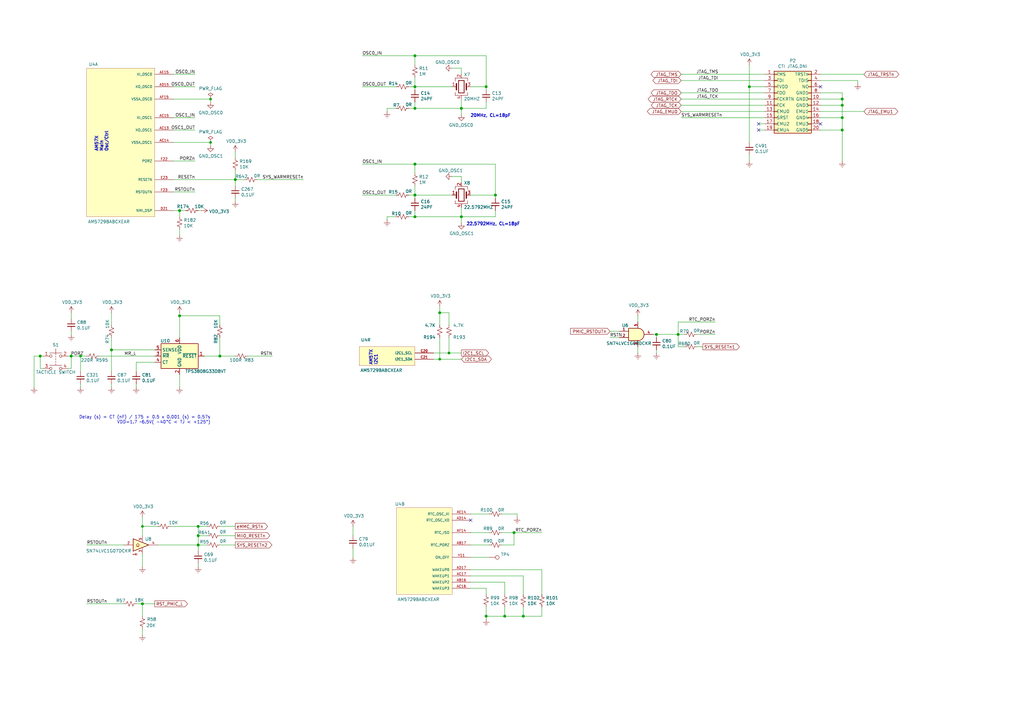
<source format=kicad_sch>
(kicad_sch (version 20210126) (generator eeschema)
  (paper "A3")
  (title_block (title "BeagleBone AI AM57x") (date "2021-01-15") (rev "Kicad-A1") (company "KiCad Services Corporation"))
  (lib_symbols
    (symbol "Connector:TestPoint" (pin_numbers hide) (pin_names (offset 0.762) hide)
      (property "Reference" "TP" (at 0 6.858 0))
      (property "Value" "TestPoint" (at 0 5.08 0))
      (symbol "TestPoint_1_1"
        (pin passive line (at 0 0 90) (length 2.54) (name "1") (number "1"))
      )
    )
    (symbol "Device:C_Small" (pin_numbers hide) (pin_names (offset 0.254) hide)
      (property "Reference" "C" (at 0.254 1.778 0))
      (property "Value" "C_Small" (at 0.254 -2.032 0))
      (symbol "C_Small_1_1"
        (pin passive line (at 0 2.54 270) (length 2.032) (name "~") (number "1"))
        (pin passive line (at 0 -2.54 90) (length 2.032) (name "~") (number "2"))
      )
    )
    (symbol "Device:Crystal_GND24" (pin_names (offset 1.016) hide)
      (property "Reference" "Y" (at 3.175 5.08 0))
      (property "Value" "Crystal_GND24" (at 3.175 3.175 0))
      (symbol "Crystal_GND24_1_1"
        (pin passive line (at -3.81 0 0) (length 1.27) (name "1") (number "1"))
        (pin passive line (at 0 5.08 270) (length 1.27) (name "2") (number "2"))
        (pin passive line (at 3.81 0 180) (length 1.27) (name "3") (number "3"))
        (pin passive line (at 0 -5.08 90) (length 1.27) (name "4") (number "4"))
      )
    )
    (symbol "Device:R_Small_US" (pin_numbers hide) (pin_names (offset 0.254) hide)
      (property "Reference" "R" (at 0.762 0.508 0))
      (property "Value" "R_Small_US" (at 0.762 -1.016 0))
      (symbol "R_Small_US_1_1"
        (pin passive line (at 0 2.54 270) (length 1.016) (name "~") (number "1"))
        (pin passive line (at 0 -2.54 90) (length 1.016) (name "~") (number "2"))
      )
    )
    (symbol "Power_Supervisor:TPS3808DBV"
      (property "Reference" "U" (at 0 8.89 0))
      (property "Value" "TPS3808DBV" (at 0 6.35 0))
      (symbol "TPS3808DBV_1_1"
        (pin output line (at 10.16 0 180) (length 2.54) (name "~RESET") (number "1"))
        (pin power_in line (at 0 -7.62 90) (length 2.54) (name "GND") (number "2"))
        (pin input line (at -10.16 0 0) (length 2.54) (name "~MR") (number "3"))
        (pin input line (at -10.16 -2.54 0) (length 2.54) (name "CT") (number "4"))
        (pin input line (at -10.16 2.54 0) (length 2.54) (name "SENSE") (number "5"))
        (pin power_in line (at 0 7.62 270) (length 2.54) (name "VDD") (number "6"))
      )
    )
    (symbol "Switch:SW_Push_Dual" (pin_names (offset 1.016) hide)
      (property "Reference" "SW" (at 1.27 2.54 0))
      (property "Value" "SW_Push_Dual" (at 0 -6.858 0))
      (symbol "SW_Push_Dual_0_1"
        (pin passive line (at -5.08 0 0) (length 2.54) (name "1") (number "1"))
        (pin passive line (at 5.08 0 180) (length 2.54) (name "2") (number "2"))
        (pin passive line (at -5.08 -5.08 0) (length 2.54) (name "3") (number "3"))
        (pin passive line (at 5.08 -5.08 180) (length 2.54) (name "4") (number "4"))
      )
    )
    (symbol "beaglebone-ai:74LVC1G07" (pin_names (offset 1.016) hide)
      (property "Reference" "U" (at -2.54 3.81 0))
      (property "Value" "74LVC1G07" (at 0 -3.81 0))
      (symbol "74LVC1G07_1_1"
        (pin input line (at -7.62 0 0) (length 3.81) (name "~") (number "2"))
        (pin power_in line (at 0 -3.81 90) (length 2.667) (name "GND") (number "3"))
        (pin open_collector line (at 6.35 0 180) (length 3.81) (name "~") (number "4"))
        (pin power_in line (at 0 3.81 270) (length 2.667) (name "VCC") (number "5"))
        (pin no_connect line (at -2.54 -3.81 90) (length 0) (name "~") (number "1"))
      )
    )
    (symbol "beaglebone-ai:74LVC1G08_1" (pin_names (offset 1.016) hide)
      (property "Reference" "U" (at -2.54 3.81 0))
      (property "Value" "74LVC1G08" (at 0 -3.81 0))
      (symbol "74LVC1G08_1_1_1"
        (pin input line (at -7.62 1.27 0) (length 3.81) (name "~") (number "1"))
        (pin input line (at -7.62 -1.27 0) (length 3.81) (name "~") (number "2"))
        (pin power_in line (at 0 -5.08 90) (length 2.54) (name "GND") (number "3"))
        (pin output line (at 6.35 0 180) (length 3.81) (name "~") (number "4"))
        (pin power_in line (at 0 5.08 270) (length 2.54) (name "VCC") (number "5"))
      )
    )
    (symbol "beaglebone-ai:AM5729BABCXEAR" (pin_names (offset 1.016))
      (property "Reference" "U" (at -19.05 44.45 0))
      (property "Value" "AM5729BABCXEAR" (at -6.35 44.45 0))
      (symbol "AM5729BABCXEAR_1_0"
        (pin passive line (at 20.32 26.67 180) (length 7.62) (name "XI_OSC0") (number "AE15"))
        (pin passive line (at 20.32 21.59 180) (length 7.62) (name "XO_OSC0") (number "AD15"))
        (pin power_in line (at 20.32 16.51 180) (length 7.62) (name "VSSA_OSC0") (number "AF15"))
        (pin passive line (at 20.32 8.89 180) (length 7.62) (name "XI_OSC1") (number "AC15"))
        (pin passive line (at 20.32 3.81 180) (length 7.62) (name "XO_OSC1") (number "AC13"))
        (pin power_in line (at 20.32 -1.27 180) (length 7.62) (name "VSSA_OSC1") (number "AC14"))
        (pin passive line (at 20.32 -8.89 180) (length 7.62) (name "PORZ") (number "F22"))
        (pin passive line (at 20.32 -16.51 180) (length 7.62) (name "RESETN") (number "E23"))
        (pin passive line (at 20.32 -21.59 180) (length 7.62) (name "RSTOUTN") (number "F23"))
        (pin passive line (at 20.32 -29.21 180) (length 7.62) (name "NMI_DSP") (number "D21"))
      )
      (symbol "AM5729BABCXEAR_2_0"
        (pin passive line (at 19.05 15.24 180) (length 7.62) (name "RTC_OSC_XI") (number "AE14"))
        (pin passive line (at 19.05 12.7 180) (length 7.62) (name "RTC_OSC_XO") (number "AD14"))
        (pin passive line (at 19.05 7.62 180) (length 7.62) (name "RTC_ISO") (number "AF14"))
        (pin passive line (at 19.05 2.54 180) (length 7.62) (name "RTC_PORZ") (number "AB17"))
        (pin passive line (at 19.05 -2.54 180) (length 7.62) (name "ON_OFF") (number "Y11"))
        (pin passive line (at 19.05 -7.62 180) (length 7.62) (name "WAKEUP0") (number "AD17"))
        (pin passive line (at 19.05 -10.16 180) (length 7.62) (name "WAKEUP1") (number "AC17"))
        (pin passive line (at 19.05 -12.7 180) (length 7.62) (name "WAKEUP2") (number "AB16"))
        (pin passive line (at 19.05 -15.24 180) (length 7.62) (name "WAKEUP3") (number "AC16"))
      )
      (symbol "AM5729BABCXEAR_3_0"
        (pin passive line (at 27.94 109.22 180) (length 7.62) (name "DDR1_RST") (number "AG21"))
        (pin passive line (at 27.94 101.6 180) (length 7.62) (name "DDR1_CK") (number "AG24"))
        (pin passive line (at 27.94 99.06 180) (length 7.62) (name "DDR1_CKN") (number "AH24"))
        (pin passive line (at 27.94 96.52 180) (length 7.62) (name "DDR1_CKE") (number "AG22"))
        (pin passive line (at 27.94 93.98 180) (length 7.62) (name "DDR1_CSN0") (number "AH23"))
        (pin passive line (at 27.94 91.44 180) (length 7.62) (name "DDR1_CASN") (number "AC18"))
        (pin passive line (at 27.94 88.9 180) (length 7.62) (name "DDR1_RASN") (number "AF20"))
        (pin passive line (at 27.94 86.36 180) (length 7.62) (name "DDR1_WEN") (number "AH21"))
        (pin passive line (at 27.94 76.2 180) (length 7.62) (name "DDR1_BA0") (number "AF17"))
        (pin passive line (at 27.94 73.66 180) (length 7.62) (name "DDR1_BA1") (number "AE18"))
        (pin passive line (at 27.94 71.12 180) (length 7.62) (name "DDR1_BA2") (number "AB18"))
        (pin passive line (at 27.94 -86.36 180) (length 7.62) (name "DDR1_DQS0") (number "AH25"))
        (pin passive line (at 27.94 -88.9 180) (length 7.62) (name "DDR1_DQS0N") (number "AG25"))
        (pin passive line (at 27.94 -91.44 180) (length 7.62) (name "DDR1_DQS1") (number "AE27"))
        (pin passive line (at 27.94 -93.98 180) (length 7.62) (name "DDR1_DQS1N") (number "AE28"))
        (pin passive line (at 27.94 -96.52 180) (length 7.62) (name "DDR1_DQS2") (number "AD27"))
        (pin passive line (at 27.94 -99.06 180) (length 7.62) (name "DDR1_DQS2N") (number "AD28"))
        (pin passive line (at 27.94 -101.6 180) (length 7.62) (name "DDR1_DQS3") (number "Y28"))
        (pin passive line (at 27.94 -104.14 180) (length 7.62) (name "DDR1_DQS3N") (number "Y27"))
        (pin passive line (at 27.94 -114.3 180) (length 7.62) (name "DDR1_ODT0") (number "AE20"))
        (pin passive line (at 27.94 68.58 180) (length 7.62) (name "DDR1_A0") (number "AD20"))
        (pin passive line (at 27.94 66.04 180) (length 7.62) (name "DDR1_A1") (number "AC19"))
        (pin passive line (at 27.94 63.5 180) (length 7.62) (name "DDR1_A2") (number "AC20"))
        (pin passive line (at 27.94 60.96 180) (length 7.62) (name "DDR1_A3") (number "AB19"))
        (pin passive line (at 27.94 58.42 180) (length 7.62) (name "DDR1_A4") (number "AF21"))
        (pin passive line (at 27.94 55.88 180) (length 7.62) (name "DDR1_A5") (number "AH22"))
        (pin passive line (at 27.94 53.34 180) (length 7.62) (name "DDR1_A6") (number "AG23"))
        (pin passive line (at 27.94 50.8 180) (length 7.62) (name "DDR1_A7") (number "AE21"))
        (pin passive line (at 27.94 48.26 180) (length 7.62) (name "DDR1_A8") (number "AF22"))
        (pin passive line (at 27.94 45.72 180) (length 7.62) (name "DDR1_A9") (number "AE22"))
        (pin passive line (at 27.94 43.18 180) (length 7.62) (name "DDR1_A10") (number "AD21"))
        (pin passive line (at 27.94 40.64 180) (length 7.62) (name "DDR1_A11") (number "AD22"))
        (pin passive line (at 27.94 38.1 180) (length 7.62) (name "DDR1_A12") (number "AC21"))
        (pin passive line (at 27.94 35.56 180) (length 7.62) (name "DDR1_A13") (number "AF18"))
        (pin passive line (at 27.94 33.02 180) (length 7.62) (name "DDR1_A14") (number "AE17"))
        (pin passive line (at 27.94 30.48 180) (length 7.62) (name "DDR1_A15") (number "AD18"))
        (pin passive line (at 27.94 20.32 180) (length 7.62) (name "DDR1_D0") (number "AF25"))
        (pin passive line (at 27.94 17.78 180) (length 7.62) (name "DDR1_D1") (number "AF26"))
        (pin passive line (at 27.94 15.24 180) (length 7.62) (name "DDR1_D2") (number "AG26"))
        (pin passive line (at 27.94 12.7 180) (length 7.62) (name "DDR1_D3") (number "AH26"))
        (pin passive line (at 27.94 10.16 180) (length 7.62) (name "DDR1_D4") (number "AF24"))
        (pin passive line (at 27.94 7.62 180) (length 7.62) (name "DDR1_D5") (number "AE24"))
        (pin passive line (at 27.94 5.08 180) (length 7.62) (name "DDR1_D6") (number "AF23"))
        (pin passive line (at 27.94 2.54 180) (length 7.62) (name "DDR1_D7") (number "AE23"))
        (pin passive line (at 27.94 0 180) (length 7.62) (name "DDR1_D8") (number "AC23"))
        (pin passive line (at 27.94 -2.54 180) (length 7.62) (name "DDR1_D9") (number "AF27"))
        (pin tri_state line (at 27.94 -5.08 180) (length 7.62) (name "DDR1_D10") (number "AG27"))
        (pin passive line (at 27.94 -7.62 180) (length 7.62) (name "DDR1_D11") (number "AF28"))
        (pin passive line (at 27.94 -10.16 180) (length 7.62) (name "DDR1_D12") (number "AE26"))
        (pin passive line (at 27.94 -12.7 180) (length 7.62) (name "DDR1_D13") (number "AC25"))
        (pin passive line (at 27.94 -15.24 180) (length 7.62) (name "DDR1_D14") (number "AC24"))
        (pin passive line (at 27.94 -17.78 180) (length 7.62) (name "DDR1_D15") (number "AD25"))
        (pin tri_state line (at 27.94 -20.32 180) (length 7.62) (name "DDR1_D16") (number "V20"))
        (pin passive line (at 27.94 -22.86 180) (length 7.62) (name "DDR1_D17") (number "W20"))
        (pin passive line (at 27.94 -25.4 180) (length 7.62) (name "DDR1_D18") (number "AB28"))
        (pin passive line (at 27.94 -27.94 180) (length 7.62) (name "DDR1_D19") (number "AC28"))
        (pin passive line (at 27.94 -30.48 180) (length 7.62) (name "DDR1_D20") (number "AC27"))
        (pin passive line (at 27.94 -33.02 180) (length 7.62) (name "DDR1_D21") (number "Y19"))
        (pin passive line (at 27.94 -35.56 180) (length 7.62) (name "DDR1_D22") (number "AB27"))
        (pin passive line (at 27.94 -38.1 180) (length 7.62) (name "DDR1_D23") (number "Y20"))
        (pin passive line (at 27.94 -40.64 180) (length 7.62) (name "DDR1_D24") (number "AA23"))
        (pin passive line (at 27.94 -43.18 180) (length 7.62) (name "DDR1_D25") (number "Y22"))
        (pin passive line (at 27.94 -45.72 180) (length 7.62) (name "DDR1_D26") (number "Y23"))
        (pin passive line (at 27.94 -48.26 180) (length 7.62) (name "DDR1_D27") (number "AA24"))
        (pin passive line (at 27.94 -50.8 180) (length 7.62) (name "DDR1_D28") (number "Y24"))
        (pin passive line (at 27.94 -53.34 180) (length 7.62) (name "DDR1_D29") (number "AA26"))
        (pin passive line (at 27.94 -55.88 180) (length 7.62) (name "DDR1_D30") (number "AA25"))
        (pin passive line (at 27.94 -58.42 180) (length 7.62) (name "DDR1_D31") (number "AA28"))
        (pin passive line (at 27.94 -68.58 180) (length 7.62) (name "DDR1_DQM0") (number "AD23"))
        (pin passive line (at 27.94 -71.12 180) (length 7.62) (name "DDR1_DQM1") (number "AB23"))
        (pin passive line (at 27.94 -73.66 180) (length 7.62) (name "DDR1_DQM2") (number "AC26"))
        (pin passive line (at 27.94 -76.2 180) (length 7.62) (name "DDR1_DQM3") (number "AA27"))
        (pin passive line (at 27.94 -121.92 180) (length 7.62) (name "DDR1_VREF") (number "Y18"))
        (pin passive line (at -25.4 -10.16 0) (length 7.62) (name "DDR1_ECC_DQSN") (number "V28"))
        (pin passive line (at -25.4 -7.62 0) (length 7.62) (name "DDR1_ECC_DQS") (number "V27"))
        (pin passive line (at -25.4 0 0) (length 7.62) (name "DDR1_ECC_DQM") (number "V26"))
        (pin passive line (at -25.4 7.62 0) (length 7.62) (name "DDR1_ECC_D7") (number "Y26"))
        (pin passive line (at -25.4 10.16 0) (length 7.62) (name "DDR1_ECC_D6") (number "V25"))
        (pin passive line (at -25.4 12.7 0) (length 7.62) (name "DDR1_ECC_D5") (number "V24"))
        (pin passive line (at -25.4 15.24 0) (length 7.62) (name "DDR1_ECC_D4") (number "Y25"))
        (pin passive line (at -25.4 17.78 0) (length 7.62) (name "DDR1_ECC_D3") (number "W23"))
        (pin passive line (at -25.4 20.32 0) (length 7.62) (name "DDR1_ECC_D2") (number "W19"))
        (pin passive line (at -25.4 22.86 0) (length 7.62) (name "DDR1_ECC_D1") (number "V23"))
        (pin passive line (at -25.4 25.4 0) (length 7.62) (name "DDR1_ECC_D0") (number "W22"))
      )
      (symbol "AM5729BABCXEAR_4_0"
        (pin passive line (at 25.4 8.89 180) (length 7.62) (name "GPMC_A18/QSPI1_SCLK") (number "R2"))
        (pin passive line (at 25.4 6.35 180) (length 7.62) (name "GPMC_A13/QSPI_RTCLK") (number "R3"))
        (pin passive line (at 25.4 3.81 180) (length 7.62) (name "GPMC_CS2/QSPI1_CS0") (number "P2"))
        (pin passive line (at 25.4 -3.81 180) (length 7.62) (name "GPMC_A16/QSPI1_D0") (number "U1"))
        (pin passive line (at 25.4 -6.35 180) (length 7.62) (name "GPMC_A17/QSPI1_D1") (number "P3"))
        (pin passive line (at 25.4 -8.89 180) (length 7.62) (name "GPMC_A15/QSPI_D2") (number "U2"))
        (pin passive line (at 25.4 -11.43 180) (length 7.62) (name "GPMC_A14/QSPI_D3") (number "T2"))
      )
      (symbol "AM5729BABCXEAR_5_0"
        (pin passive line (at 27.94 15.24 180) (length 7.62) (name "GPMC_A23/MMC2_CLK") (number "J7"))
        (pin passive line (at 27.94 12.7 180) (length 7.62) (name "GPMC_CS1/MMC2_CMD") (number "H6"))
        (pin passive line (at 27.94 5.08 180) (length 7.62) (name "GPMC_A24/MMC2_DAT0") (number "J4"))
        (pin passive line (at 27.94 2.54 180) (length 7.62) (name "GPMC_A25/MMC2_DAT1") (number "J6"))
        (pin passive line (at 27.94 0 180) (length 7.62) (name "GPMC_A26/MMC2_DAT2") (number "H4"))
        (pin passive line (at 27.94 -2.54 180) (length 7.62) (name "GPMC_A27/MMC2_DAT3") (number "H5"))
        (pin passive line (at 27.94 -5.08 180) (length 7.62) (name "GPMC_A19/MMC2_DAT4") (number "K7"))
        (pin passive line (at 27.94 -7.62 180) (length 7.62) (name "GPMC_A20/MMC2_DAT5") (number "M7"))
        (pin passive line (at 27.94 -10.16 180) (length 7.62) (name "GPMC_A21/MMC2_DAT6") (number "J5"))
        (pin passive line (at 27.94 -12.7 180) (length 7.62) (name "GPMC_A22/MMC2_DAT7") (number "K6"))
      )
      (symbol "AM5729BABCXEAR_6_0"
        (pin passive line (at 19.05 22.86 180) (length 7.62) (name "RGMII0_TXC") (number "W9"))
        (pin passive line (at 19.05 20.32 180) (length 7.62) (name "RGMII0_TXCTL") (number "V9"))
        (pin passive line (at 19.05 12.7 180) (length 7.62) (name "RGMII0_TXD0") (number "U6"))
        (pin passive line (at 19.05 10.16 180) (length 7.62) (name "RGMII0_TXD1") (number "V6"))
        (pin passive line (at 19.05 7.62 180) (length 7.62) (name "RGMII0_TXD2") (number "U7"))
        (pin passive line (at 19.05 5.08 180) (length 7.62) (name "RGMII0_TXD3") (number "V7"))
        (pin passive line (at 19.05 -2.54 180) (length 7.62) (name "RGMII0_RXC") (number "U5"))
        (pin passive line (at 19.05 -5.08 180) (length 7.62) (name "RGMII0_RXCTL") (number "V5"))
        (pin passive line (at 19.05 -12.7 180) (length 7.62) (name "RGMII0_RXD0") (number "W2"))
        (pin passive line (at 19.05 -15.24 180) (length 7.62) (name "RGMII0_RXD1") (number "Y2"))
        (pin passive line (at 19.05 -17.78 180) (length 7.62) (name "RGMII0_RXD2") (number "V3"))
        (pin passive line (at 19.05 -20.32 180) (length 7.62) (name "RGMII0_RXD3") (number "V4"))
        (pin passive line (at 19.05 -27.94 180) (length 7.62) (name "MDIO_MCLK") (number "V1"))
        (pin passive line (at 19.05 -30.48 180) (length 7.62) (name "MDIO_D") (number "U4"))
      )
      (symbol "AM5729BABCXEAR_7_0"
        (pin passive line (at 26.67 20.32 180) (length 7.62) (name "VIN2A_D12/RGMII1_TXC") (number "D5"))
        (pin passive line (at 26.67 17.78 180) (length 7.62) (name "VIN2A_D13/RGMII1_TXCTL") (number "C2"))
        (pin passive line (at 26.67 10.16 180) (length 7.62) (name "VIN2A_D17/RGMII1_TXD0") (number "D6"))
        (pin passive line (at 26.67 7.62 180) (length 7.62) (name "VIN2A_D16/RGMII1_TXD1") (number "B2"))
        (pin passive line (at 26.67 5.08 180) (length 7.62) (name "VIN2A_D15/RGMII1_TXD2") (number "C4"))
        (pin passive line (at 26.67 2.54 180) (length 7.62) (name "VIN2A_D14/RGMII1_TXD3") (number "C3"))
        (pin passive line (at 26.67 -5.08 180) (length 7.62) (name "VIN2A_D18/RGMII1_RXC") (number "C5"))
        (pin passive line (at 26.67 -7.62 180) (length 7.62) (name "VIN2A_D19/RGMII1_RXCTL") (number "A3"))
        (pin passive line (at 26.67 -15.24 180) (length 7.62) (name "VIN2A_D23/RGMII1_RXD0") (number "A4"))
        (pin passive line (at 26.67 -17.78 180) (length 7.62) (name "VIN2A_D22/RGMII1_RXD1") (number "B5"))
        (pin passive line (at 26.67 -20.32 180) (length 7.62) (name "VIN2A_D21/RGMII1_RXD2") (number "B4"))
        (pin passive line (at 26.67 -22.86 180) (length 7.62) (name "VIN2A_D20/RGMII1_RXD3") (number "B3"))
      )
      (symbol "AM5729BABCXEAR_8_0"
        (pin passive line (at 27.94 17.78 180) (length 7.62) (name "HDMI1_CLOCKX") (number "AG16"))
        (pin passive line (at 27.94 15.24 180) (length 7.62) (name "HDMI1_CLOCKY") (number "AH16"))
        (pin passive line (at 27.94 7.62 180) (length 7.62) (name "HDMI1_DATA0X") (number "AG17"))
        (pin passive line (at 27.94 5.08 180) (length 7.62) (name "HDMI1_DATA0Y") (number "AH17"))
        (pin passive line (at 27.94 2.54 180) (length 7.62) (name "HDMI1_DATA1X") (number "AG18"))
        (pin passive line (at 27.94 0 180) (length 7.62) (name "HDMI1_DATA1Y") (number "AH18"))
        (pin passive line (at 27.94 -2.54 180) (length 7.62) (name "HDMI1_DATA2X") (number "AG19"))
        (pin passive line (at 27.94 -5.08 180) (length 7.62) (name "HDMI1_DATA2Y") (number "AH19"))
        (pin passive line (at 27.94 -12.7 180) (length 7.62) (name "I2C2_SCL/HDMI1_DDC_SDA") (number "C25"))
        (pin passive line (at 27.94 -15.24 180) (length 7.62) (name "I2C2_SDA/HDMI1_DDC_SCL") (number "F17"))
        (pin passive line (at 27.94 -22.86 180) (length 7.62) (name "SPI1_CS2/HDMI_HPD") (number "B21"))
        (pin passive line (at 27.94 -25.4 180) (length 7.62) (name "SPI1_CS3/HDMI_CEC") (number "B20"))
      )
      (symbol "AM5729BABCXEAR_9_0"
        (pin passive line (at 26.67 1.27 180) (length 7.62) (name "UART2_RTSN/UART3_TXD") (number "C28"))
        (pin passive line (at 26.67 -1.27 180) (length 7.62) (name "UART2_CTSN/UART3_RXD") (number "D27"))
      )
      (symbol "AM5729BABCXEAR_10_0"
        (pin passive line (at 27.94 8.89 180) (length 7.62) (name "VIN2A_D1/PR1_UART0_TXD") (number "F3"))
        (pin passive line (at 27.94 6.35 180) (length 7.62) (name "VIN2A_D0/PR1_UART0_RXD") (number "F2"))
        (pin passive line (at 27.94 -3.81 180) (length 7.62) (name "VIN2A_D5/PR1_PRU1_R30_2") (number "F4"))
        (pin passive line (at 27.94 -13.97 180) (length 7.62) (name "RMII50MHZCLK/PR2_GPIO") (number "U3"))
      )
      (symbol "AM5729BABCXEAR_11_0"
        (pin passive line (at 30.48 1.27 180) (length 7.62) (name "UART3_TXD/PR1_MII0_MR0CLK") (number "Y1"))
        (pin passive line (at 30.48 -1.27 180) (length 7.62) (name "UART3_RXD/PR1_MII0_RXDV") (number "V2"))
      )
      (symbol "AM5729BABCXEAR_12_0"
        (pin passive line (at 30.48 11.43 180) (length 7.62) (name "VIN2A_D6/PR1_MII_MT1_CLK") (number "C1"))
        (pin passive line (at 30.48 8.89 180) (length 7.62) (name "VIN2A_D7/PR1_MII1_TXEN") (number "E4"))
        (pin passive line (at 30.48 1.27 180) (length 7.62) (name "VIN2A_D9/PR1_MII1_TXD2") (number "E6"))
        (pin passive line (at 30.48 -1.27 180) (length 7.62) (name "VIN2A_D8/PR1_MII1_TXD3") (number "F5"))
        (pin passive line (at 30.48 -8.89 180) (length 7.62) (name "VIN2A_D10/PR1_MDIO_MDCLK") (number "D3"))
        (pin passive line (at 30.48 -11.43 180) (length 7.62) (name "VIN2A_D11/PR1_MDIO_DATA") (number "F6"))
      )
      (symbol "AM5729BABCXEAR_13_0"
        (pin passive line (at 33.02 27.94 180) (length 7.62) (name "MCASP1_AXR1/PR2_MII_MT0_CLK") (number "F12"))
        (pin passive line (at 33.02 25.4 180) (length 7.62) (name "MCASP1_AXR8/PR2_MII0_TXEN") (number "B12"))
        (pin passive line (at 33.02 17.78 180) (length 7.62) (name "MCASP1_AXR12/PR2_MII0_TXD0") (number "E14"))
        (pin passive line (at 33.02 15.24 180) (length 7.62) (name "MCASP1_AXR11/PR2_MII0_TXD1") (number "A12"))
        (pin passive line (at 33.02 12.7 180) (length 7.62) (name "MCASP1_AXR10/PR2_MII0_TXD2") (number "B13"))
        (pin passive line (at 33.02 10.16 180) (length 7.62) (name "MCASP1_AXR9/PR2_MII0_TXD3") (number "A11"))
        (pin passive line (at 33.02 2.54 180) (length 7.62) (name "MCASP1_AXR13/PR2_MII_MR0_CLK") (number "A13"))
        (pin passive line (at 33.02 0 180) (length 7.62) (name "MCASP1_AXR14/PR2_MII0_RXDV") (number "G14"))
        (pin passive line (at 33.02 -2.54 180) (length 7.62) (name "MCASP1_AXR0/PR2_MII0_RXER") (number "G12"))
        (pin passive line (at 33.02 -10.16 180) (length 7.62) (name "MCASP2_AXR2/PR2_MII0_RXD0") (number "C15"))
        (pin passive line (at 33.02 -12.7 180) (length 7.62) (name "MCASP2_FSX/PR2_MII0_RXD1") (number "A18"))
        (pin passive line (at 33.02 -15.24 180) (length 7.62) (name "MCASP2_ACLKX/PR2_MII0_RXD2") (number "A19"))
        (pin passive line (at 33.02 -17.78 180) (length 7.62) (name "MCASP1_AXR15/PR2_MII0_RXD3") (number "F14"))
        (pin passive line (at 33.02 -25.4 180) (length 7.62) (name "MCASP3_ACLKX/PR2_MII0_CRS") (number "B18"))
        (pin passive line (at 33.02 -27.94 180) (length 7.62) (name "MCASP3_FSX/PR2_MII0_COL") (number "F15"))
        (pin passive line (at 33.02 -30.48 180) (length 7.62) (name "MCASP2_AXR3/PR2_MII0_RXLINK") (number "A16"))
        (pin passive line (at 33.02 -38.1 180) (length 7.62) (name "MCASP1_ACLKX/PR2_MDIO_MDCLK") (number "C14"))
        (pin passive line (at 33.02 -40.64 180) (length 7.62) (name "MCASP1_FSX/PR2_MDIO_DATA") (number "D14"))
      )
      (symbol "AM5729BABCXEAR_14_0"
        (pin passive line (at 31.75 25.4 180) (length 7.62) (name "GPIO6_10/PR2_MII_MT1_CLK") (number "AC5"))
        (pin passive line (at 31.75 22.86 180) (length 7.62) (name "GPIO6_11/PR2_MII1_TXEN") (number "AB4"))
        (pin passive line (at 31.75 15.24 180) (length 7.62) (name "MMC3_DAT1/PR2_MII1_TXD0") (number "AC6"))
        (pin passive line (at 31.75 12.7 180) (length 7.62) (name "MMC3_DAT0/PR2_MII1_TXD1") (number "AC7"))
        (pin passive line (at 31.75 10.16 180) (length 7.62) (name "MMC3_CMD/PR2_MII1_TXD2") (number "AC4"))
        (pin passive line (at 31.75 7.62 180) (length 7.62) (name "MMC3_CLK/PR2_MII1_TXD3") (number "AD4"))
        (pin passive line (at 31.75 0 180) (length 7.62) (name "MMC3_DAT2/PR2_MII_MR1_CLK") (number "AC9"))
        (pin passive line (at 31.75 -2.54 180) (length 7.62) (name "MMC3_DAT3/PR2_MII1_RXDV") (number "AC3"))
        (pin passive line (at 31.75 -5.08 180) (length 7.62) (name "MCASP3_AXR0/PR2_MII1_RXER") (number "B19"))
        (pin passive line (at 31.75 -12.7 180) (length 7.62) (name "MMC3_DAT7/PR2_MII1_RXD0") (number "AB5"))
        (pin passive line (at 31.75 -15.24 180) (length 7.62) (name "MMC3_DAT6/PR2_MII1_RXD1") (number "AB8"))
        (pin passive line (at 31.75 -17.78 180) (length 7.62) (name "MMC3_DAT5/PR2_MII1_RXD2") (number "AD6"))
        (pin passive line (at 31.75 -20.32 180) (length 7.62) (name "MMC3_DAT4/PR2_MII1_RXD3") (number "AC8"))
        (pin passive line (at 31.75 -27.94 180) (length 7.62) (name "XREF_CLK1/PR2_MII1_CRS") (number "E17"))
        (pin passive line (at 31.75 -30.48 180) (length 7.62) (name "XREF_CLK0/PR2_MII1_COL") (number "D18"))
        (pin passive line (at 31.75 -33.02 180) (length 7.62) (name "MCASP3_AXR1/PR2_MII1_RXLINK") (number "C17"))
      )
      (symbol "AM5729BABCXEAR_15_0"
        (pin passive line (at 19.05 12.7 180) (length 7.62) (name "MMC1_CLK") (number "W6"))
        (pin passive line (at 19.05 10.16 180) (length 7.62) (name "MMC1_CMD") (number "Y6"))
        (pin passive line (at 19.05 5.08 180) (length 7.62) (name "MMC1_DAT0") (number "AA6"))
        (pin passive line (at 19.05 2.54 180) (length 7.62) (name "MMC1_DAT1") (number "Y4"))
        (pin passive line (at 19.05 0 180) (length 7.62) (name "MMC1_DAT2") (number "AA5"))
        (pin passive line (at 19.05 -2.54 180) (length 7.62) (name "MMC1_DAT3") (number "Y3"))
        (pin passive line (at 19.05 -7.62 180) (length 7.62) (name "MMC1_SDCD") (number "W7"))
        (pin passive line (at 19.05 -12.7 180) (length 7.62) (name "MMC1_SDWP") (number "Y9"))
      )
      (symbol "AM5729BABCXEAR_16_0"
        (pin passive line (at 20.32 7.62 180) (length 7.62) (name "LJCB_CLKP") (number "AG15"))
        (pin passive line (at 20.32 5.08 180) (length 7.62) (name "LJCB_CLKN") (number "AH15"))
        (pin passive line (at 20.32 0 180) (length 7.62) (name "PCIE_TXP0") (number "AH14"))
        (pin passive line (at 20.32 -2.54 180) (length 7.62) (name "PCIE_TXN0") (number "AG14"))
        (pin passive line (at 20.32 -7.62 180) (length 7.62) (name "PCIE_RXP0") (number "AH13"))
        (pin passive line (at 20.32 -10.16 180) (length 7.62) (name "PCIE_RXN0") (number "AG13"))
      )
      (symbol "AM5729BABCXEAR_17_0"
        (pin passive line (at 19.05 10.16 180) (length 7.62) (name "USB1_DP") (number "AD12"))
        (pin passive line (at 19.05 7.62 180) (length 7.62) (name "USB1_DM") (number "AC12"))
        (pin passive line (at 19.05 2.54 180) (length 7.62) (name "USB1_DRVVBUS") (number "AB10"))
        (pin passive line (at 19.05 -2.54 180) (length 7.62) (name "USB_RXN0") (number "AF12"))
        (pin passive line (at 19.05 -5.08 180) (length 7.62) (name "USB_RXP0") (number "AE12"))
        (pin passive line (at 19.05 -10.16 180) (length 7.62) (name "USB_TXN0") (number "AC11"))
        (pin passive line (at 19.05 -12.7 180) (length 7.62) (name "USB_TXP0") (number "AD11"))
      )
      (symbol "AM5729BABCXEAR_18_0"
        (pin passive line (at 19.05 1.27 180) (length 7.62) (name "I2C1_SCL") (number "C20"))
        (pin passive line (at 19.05 -1.27 180) (length 7.62) (name "I2C1_SDA") (number "C21"))
      )
      (symbol "AM5729BABCXEAR_19_0"
        (pin passive line (at 15.24 10.16 180) (length 7.62) (name "TCK") (number "E20"))
        (pin passive line (at 15.24 7.62 180) (length 7.62) (name "RTCK") (number "E18"))
        (pin passive line (at 15.24 5.08 180) (length 7.62) (name "TMS") (number "F18"))
        (pin passive line (at 15.24 0 180) (length 7.62) (name "TDI") (number "D23"))
        (pin passive line (at 15.24 -2.54 180) (length 7.62) (name "TDO") (number "F19"))
        (pin passive line (at 15.24 -7.62 180) (length 7.62) (name "TRSTN") (number "D20"))
        (pin passive line (at 15.24 -12.7 180) (length 7.62) (name "EMU0") (number "G21"))
        (pin passive line (at 15.24 -15.24 180) (length 7.62) (name "EMU1") (number "D24"))
      )
      (symbol "AM5729BABCXEAR_20_0"
        (pin passive line (at 25.4 40.64 180) (length 7.62) (name "VOUT1_CLK") (number "D11"))
        (pin passive line (at 25.4 33.02 180) (length 7.62) (name "VOUT1_VSYNC") (number "E11"))
        (pin passive line (at 25.4 30.48 180) (length 7.62) (name "VOUT1_HSYNC") (number "C11"))
        (pin passive line (at 25.4 27.94 180) (length 7.62) (name "VOUT1_DE") (number "B10"))
        (pin passive line (at 25.4 20.32 180) (length 7.62) (name "VOUT1_D0") (number "F11"))
        (pin passive line (at 25.4 17.78 180) (length 7.62) (name "VOUT1_D1") (number "G10"))
        (pin passive line (at 25.4 15.24 180) (length 7.62) (name "VOUT1_D2") (number "F10"))
        (pin passive line (at 25.4 12.7 180) (length 7.62) (name "VOUT1_D3") (number "G11"))
        (pin passive line (at 25.4 10.16 180) (length 7.62) (name "VOUT1_D4") (number "E9"))
        (pin passive line (at 25.4 7.62 180) (length 7.62) (name "VOUT1_D5") (number "F9"))
        (pin passive line (at 25.4 5.08 180) (length 7.62) (name "VOUT1_D6") (number "F8"))
        (pin passive line (at 25.4 2.54 180) (length 7.62) (name "VOUT1_D7") (number "E7"))
        (pin passive line (at 25.4 0 180) (length 7.62) (name "VOUT1_D8") (number "E8"))
        (pin passive line (at 25.4 -2.54 180) (length 7.62) (name "VOUT1_D9") (number "D9"))
        (pin passive line (at 25.4 -5.08 180) (length 7.62) (name "VOUT1_D10") (number "D7"))
        (pin passive line (at 25.4 -7.62 180) (length 7.62) (name "VOUT1_D11") (number "D8"))
        (pin passive line (at 25.4 -10.16 180) (length 7.62) (name "VOUT1_D12") (number "A5"))
        (pin passive line (at 25.4 -12.7 180) (length 7.62) (name "VOUT1_D13") (number "C6"))
        (pin passive line (at 25.4 -15.24 180) (length 7.62) (name "VOUT1_D14") (number "C8"))
        (pin passive line (at 25.4 -17.78 180) (length 7.62) (name "VOUT1_D15") (number "C7"))
        (pin passive line (at 25.4 -20.32 180) (length 7.62) (name "VOUT1_D16") (number "B7"))
        (pin passive line (at 25.4 -22.86 180) (length 7.62) (name "VOUT1_D17") (number "B8"))
        (pin passive line (at 25.4 -25.4 180) (length 7.62) (name "VOUT1_D18") (number "A7"))
        (pin passive line (at 25.4 -27.94 180) (length 7.62) (name "VOUT1_D19") (number "A8"))
        (pin passive line (at 25.4 -30.48 180) (length 7.62) (name "VOUT1_D20") (number "C9"))
        (pin passive line (at 25.4 -33.02 180) (length 7.62) (name "VOUT1_D21") (number "A9"))
        (pin passive line (at 25.4 -35.56 180) (length 7.62) (name "VOUT1_D22") (number "B9"))
        (pin passive line (at 25.4 -38.1 180) (length 7.62) (name "VOUT1_D23") (number "A10"))
        (pin passive line (at 25.4 -45.72 180) (length 7.62) (name "VIN2A_D2/ECAP1_IN_PWM1") (number "D1"))
      )
      (symbol "AM5729BABCXEAR_21_0"
        (pin passive line (at 27.94 6.35 180) (length 7.62) (name "MCASP4_ACLKX/SPI3_SCLK") (number "C18"))
        (pin passive line (at 27.94 1.27 180) (length 7.62) (name "VIN1A_D15/GPIO") (number "AF4"))
        (pin passive line (at 27.94 -1.27 180) (length 7.62) (name "MCASP4_FSX/SPI3_D1") (number "A21"))
        (pin passive line (at 27.94 -6.35 180) (length 7.62) (name "MCASP4_AXR1/SPI3_CS0") (number "D17"))
      )
      (symbol "AM5729BABCXEAR_22_0"
        (pin passive line (at 33.02 87.63 180) (length 7.62) (name "GPMC_AD0/GPIO") (number "M6"))
        (pin passive line (at 33.02 85.09 180) (length 7.62) (name "GPMC_AD1/GPIO") (number "M2"))
        (pin passive line (at 33.02 82.55 180) (length 7.62) (name "GPMC_AD2/GPIO") (number "L5"))
        (pin passive line (at 33.02 80.01 180) (length 7.62) (name "GPMC_AD3/GPIO") (number "M1"))
        (pin passive line (at 33.02 77.47 180) (length 7.62) (name "GPMC_AD4/GPIO") (number "L6"))
        (pin passive line (at 33.02 74.93 180) (length 7.62) (name "GPMC_AD5/GPIO") (number "L4"))
        (pin passive line (at 33.02 72.39 180) (length 7.62) (name "GPMC_AD6/GPIO") (number "L3"))
        (pin passive line (at 33.02 69.85 180) (length 7.62) (name "GPMC_AD7/GPIO") (number "L2"))
        (pin passive line (at 33.02 67.31 180) (length 7.62) (name "GPMC_AD8") (number "L1"))
        (pin passive line (at 33.02 64.77 180) (length 7.62) (name "GPMC_AD9") (number "K2"))
        (pin passive line (at 33.02 62.23 180) (length 7.62) (name "GPMC_AD10") (number "J1"))
        (pin passive line (at 33.02 59.69 180) (length 7.62) (name "GPMC_AD11") (number "J2"))
        (pin passive line (at 33.02 57.15 180) (length 7.62) (name "GPMC_AD12") (number "H1"))
        (pin passive line (at 33.02 54.61 180) (length 7.62) (name "GPMC_AD13") (number "J3"))
        (pin passive line (at 33.02 52.07 180) (length 7.62) (name "GPMC_AD14") (number "H2"))
        (pin passive line (at 33.02 49.53 180) (length 7.62) (name "GPMC_AD15") (number "H3"))
        (pin passive line (at 33.02 39.37 180) (length 7.62) (name "GPMC_CS0") (number "T1"))
        (pin passive line (at 33.02 36.83 180) (length 7.62) (name "GPMC_CS3/GPIO") (number "P1"))
        (pin passive line (at 33.02 34.29 180) (length 7.62) (name "GPMC_CLK") (number "P7"))
        (pin passive line (at 33.02 31.75 180) (length 7.62) (name "GPMC_ADVN_ALE") (number "N1"))
        (pin passive line (at 33.02 29.21 180) (length 7.62) (name "GPMC_OEN_REN") (number "M5"))
        (pin passive line (at 33.02 26.67 180) (length 7.62) (name "GPMC_WEN") (number "M3"))
        (pin passive line (at 33.02 24.13 180) (length 7.62) (name "GPMC_BEN0") (number "N6"))
        (pin passive line (at 33.02 21.59 180) (length 7.62) (name "GPMC_BEN1") (number "M4"))
        (pin passive line (at 33.02 19.05 180) (length 7.62) (name "GPMC_WAIT0") (number "N2"))
        (pin passive line (at 33.02 6.35 180) (length 7.62) (name "MCASP1_ACLKR") (number "B14"))
        (pin passive line (at 33.02 3.81 180) (length 7.62) (name "MCASP1_FSR") (number "J14"))
        (pin passive line (at 33.02 1.27 180) (length 7.62) (name "MCASP1_AXR2") (number "G13"))
        (pin passive line (at 33.02 -1.27 180) (length 7.62) (name "MCASP1_AXR3") (number "J11"))
        (pin passive line (at 33.02 -3.81 180) (length 7.62) (name "MCASP1_AXR4") (number "E12"))
        (pin passive line (at 33.02 -6.35 180) (length 7.62) (name "MCASP1_AXR5") (number "F13"))
        (pin passive line (at 33.02 -8.89 180) (length 7.62) (name "MCASP1_AXR6") (number "C12"))
        (pin passive line (at 33.02 -11.43 180) (length 7.62) (name "MCASP1_AXR7") (number "D12"))
        (pin passive line (at 33.02 -24.13 180) (length 7.62) (name "MCASP2_ACLKR") (number "E15"))
        (pin passive line (at 33.02 -26.67 180) (length 7.62) (name "MCASP2_FSR") (number "A20"))
        (pin passive line (at 33.02 -29.21 180) (length 7.62) (name "MCASP2_AXR0") (number "B15"))
        (pin passive line (at 33.02 -31.75 180) (length 7.62) (name "MCASP2_AXR1") (number "A15"))
        (pin passive line (at 33.02 -34.29 180) (length 7.62) (name "MCASP2_AXR4") (number "D15"))
        (pin passive line (at 33.02 -36.83 180) (length 7.62) (name "MCASP2_AXR5") (number "B16"))
        (pin passive line (at 33.02 -39.37 180) (length 7.62) (name "MCASP2_AXR6") (number "B17"))
        (pin passive line (at 33.02 -41.91 180) (length 7.62) (name "MCASP2_AXR7") (number "A17"))
        (pin passive line (at 33.02 -44.45 180) (length 7.62) (name "MCASP5_AXR0/GPIO") (number "AB3"))
        (pin passive line (at 33.02 -46.99 180) (length 7.62) (name "MCASP5_AXR1/GPIO") (number "AA4"))
        (pin passive line (at 33.02 -49.53 180) (length 7.62) (name "PCIE_TXP1") (number "AH12"))
        (pin passive line (at 33.02 -52.07 180) (length 7.62) (name "PCIE_TXN1") (number "AG12"))
        (pin passive line (at 33.02 -54.61 180) (length 7.62) (name "PCIE_RXP1") (number "AH11"))
        (pin passive line (at 33.02 -57.15 180) (length 7.62) (name "PCIE_RXN1") (number "AG11"))
        (pin passive line (at 33.02 -59.69 180) (length 7.62) (name "GPIO6_14") (number "E21"))
        (pin passive line (at 33.02 -62.23 180) (length 7.62) (name "GPIO6_15") (number "F20"))
        (pin passive line (at 33.02 -64.77 180) (length 7.62) (name "GPIO6_16") (number "F21"))
        (pin passive line (at 33.02 -74.93 180) (length 7.62) (name "XREF_CLK2") (number "B26"))
        (pin passive line (at 33.02 -82.55 180) (length 7.62) (name "SPI1_SCLK") (number "A25"))
        (pin passive line (at 33.02 -85.09 180) (length 7.62) (name "SPI1_D0") (number "B25"))
        (pin passive line (at 33.02 -87.63 180) (length 7.62) (name "SPI1_D1") (number "F16"))
        (pin passive line (at 33.02 -90.17 180) (length 7.62) (name "SPI1_CS0") (number "A24"))
        (pin passive line (at 33.02 -92.71 180) (length 7.62) (name "SPI1_CS1") (number "A22"))
        (pin passive line (at -35.56 -92.71 0) (length 7.62) (name "UART1_CTSN/GPIO") (number "E25"))
        (pin passive line (at -35.56 -90.17 0) (length 7.62) (name "UART1_RTSN/GPIO") (number "C27"))
        (pin passive line (at -35.56 -87.63 0) (length 7.62) (name "UART1_RXD/GPIO") (number "B27"))
        (pin passive line (at -35.56 -85.09 0) (length 7.62) (name "UART1_TXD/GPIO") (number "C26"))
        (pin passive line (at -35.56 -74.93 0) (length 7.62) (name "VIN1B_CLK1") (number "AH7"))
        (pin passive line (at -35.56 -72.39 0) (length 7.62) (name "MCASP4_AXR0/SPI3_D0") (number "G16"))
        (pin passive line (at -35.56 -62.23 0) (length 7.62) (name "VIN2A_D4") (number "D2"))
        (pin passive line (at -35.56 -59.69 0) (length 7.62) (name "VIN2A_D3") (number "E2"))
        (pin passive line (at -35.56 -46.99 0) (length 7.62) (name "VIN2A_VSYNC0") (number "G6"))
        (pin passive line (at -35.56 -44.45 0) (length 7.62) (name "VIN2A_HSYNC0") (number "G1"))
        (pin passive line (at -35.56 -41.91 0) (length 7.62) (name "VIN2A_FLD0") (number "H7"))
        (pin passive line (at -35.56 -39.37 0) (length 7.62) (name "VIN2A_DE0") (number "G2"))
        (pin passive line (at -35.56 -36.83 0) (length 7.62) (name "VIN2A_CLK0") (number "E1"))
        (pin passive line (at -35.56 -24.13 0) (length 7.62) (name "VOUT1_FLD") (number "B11"))
        (pin passive line (at -35.56 -21.59 0) (length 7.62) (name "VIN1A_FLD0") (number "AF9"))
        (pin passive line (at -35.56 -19.05 0) (length 7.62) (name "VIN1A_DE0") (number "AD9"))
        (pin passive line (at -35.56 -16.51 0) (length 7.62) (name "VIN1A_VSYNC0") (number "AF8"))
        (pin passive line (at -35.56 -13.97 0) (length 7.62) (name "VIN1A_HSYNC0") (number "AE9"))
        (pin passive line (at -35.56 -11.43 0) (length 7.62) (name "VIN1A_CLK0") (number "AG8"))
        (pin passive line (at -35.56 8.89 0) (length 7.62) (name "VIN1A_D23") (number "AD3"))
        (pin passive line (at -35.56 11.43 0) (length 7.62) (name "VIN1A_D22") (number "AD2"))
        (pin passive line (at -35.56 13.97 0) (length 7.62) (name "VIN1A_D21") (number "AE6"))
        (pin passive line (at -35.56 16.51 0) (length 7.62) (name "VIN1A_D20") (number "AE2"))
        (pin passive line (at -35.56 19.05 0) (length 7.62) (name "VIN1A_D19") (number "AE1"))
        (pin passive line (at -35.56 21.59 0) (length 7.62) (name "VIN1A_D18") (number "AE5"))
        (pin passive line (at -35.56 24.13 0) (length 7.62) (name "VIN1A_D17") (number "AE3"))
        (pin passive line (at -35.56 26.67 0) (length 7.62) (name "VIN1A_D16") (number "AF1"))
        (pin passive line (at -35.56 29.21 0) (length 7.62) (name "VIN1A_D14") (number "AF3"))
        (pin passive line (at -35.56 31.75 0) (length 7.62) (name "VIN1A_D13") (number "AF6"))
        (pin passive line (at -35.56 34.29 0) (length 7.62) (name "VIN1A_D11") (number "AG5"))
        (pin passive line (at -35.56 36.83 0) (length 7.62) (name "VIN1A_D10") (number "AG3"))
        (pin passive line (at -35.56 39.37 0) (length 7.62) (name "VIN1A_D9") (number "AG2"))
        (pin passive line (at -35.56 41.91 0) (length 7.62) (name "VIN1A_D8") (number "AG4"))
        (pin passive line (at -35.56 44.45 0) (length 7.62) (name "VIN1A_D7") (number "AH4"))
        (pin passive line (at -35.56 46.99 0) (length 7.62) (name "VIN1A_D6") (number "AG6"))
        (pin passive line (at -35.56 49.53 0) (length 7.62) (name "VIN1A_D5") (number "AH5"))
        (pin passive line (at -35.56 52.07 0) (length 7.62) (name "VIN1A_D4") (number "AH3"))
        (pin passive line (at -35.56 54.61 0) (length 7.62) (name "VIN1A_D3") (number "AH6"))
        (pin passive line (at -35.56 57.15 0) (length 7.62) (name "VIN1A_D2") (number "AG7"))
        (pin passive line (at -35.56 59.69 0) (length 7.62) (name "VIN1A_D1") (number "AD8"))
        (pin passive line (at -35.56 62.23 0) (length 7.62) (name "VIN1A_D0") (number "AE8"))
        (pin passive line (at -35.56 64.77 0) (length 7.62) (name "SATA1_TXN0") (number "AG10"))
        (pin passive line (at -35.56 67.31 0) (length 7.62) (name "SATA1_TXP0") (number "AH10"))
        (pin passive line (at -35.56 69.85 0) (length 7.62) (name "SATA1_RXN0") (number "AH9"))
        (pin passive line (at -35.56 72.39 0) (length 7.62) (name "SATA1_RXP0") (number "AG9"))
        (pin passive line (at -35.56 74.93 0) (length 7.62) (name "MLBP_CLK_N") (number "AB2"))
        (pin passive line (at -35.56 77.47 0) (length 7.62) (name "MLBP_CLK_P") (number "AB1"))
        (pin passive line (at -35.56 80.01 0) (length 7.62) (name "MLBP_DAT_N") (number "AA2"))
        (pin passive line (at -35.56 82.55 0) (length 7.62) (name "MLBP_DAT_P") (number "AA1"))
        (pin passive line (at -35.56 85.09 0) (length 7.62) (name "MLBP_SIG_N") (number "AC2"))
        (pin passive line (at -35.56 87.63 0) (length 7.62) (name "MLBP_SIG_P") (number "AC1"))
      )
      (symbol "AM5729BABCXEAR_23_0"
        (pin passive line (at 20.32 1.27 180) (length 7.62) (name "DCAN1_TX") (number "G20"))
        (pin passive line (at 20.32 -1.27 180) (length 7.62) (name "DCAN1_RX") (number "G19"))
      )
      (symbol "AM5729BABCXEAR_24_0"
        (pin passive line (at 26.67 22.86 180) (length 7.62) (name "GPMC_A10/VIN4B_CLK1") (number "N9"))
        (pin passive line (at 26.67 15.24 180) (length 7.62) (name "GPMC_A9/VIN4B_VSYNC1_N7") (number "R4"))
        (pin passive line (at 26.67 12.7 180) (length 7.62) (name "GPMC_A8/VIN4B_HSYNC1") (number "N7"))
        (pin passive line (at 26.67 10.16 180) (length 7.62) (name "GPMC_A11/VIN4B_DE1") (number "P9"))
        (pin passive line (at 26.67 7.62 180) (length 7.62) (name "GPMC_A12/VIN4B_FLD1") (number "P4"))
        (pin passive line (at 26.67 0 180) (length 7.62) (name "GPMC_A0/VIN4B_D0") (number "R6"))
        (pin passive line (at 26.67 -2.54 180) (length 7.62) (name "GPMC_A1/VIN4B_D1") (number "T9"))
        (pin passive line (at 26.67 -5.08 180) (length 7.62) (name "GPMC_A2/VIN4B_D2") (number "T6"))
        (pin passive line (at 26.67 -7.62 180) (length 7.62) (name "GPMC_A3/VIN4B_D3") (number "T7"))
        (pin passive line (at 26.67 -10.16 180) (length 7.62) (name "GPMC_A4/VIN4B_D4") (number "P6"))
        (pin passive line (at 26.67 -12.7 180) (length 7.62) (name "GPMC_A5/VIN4B_D5") (number "R9"))
        (pin passive line (at 26.67 -15.24 180) (length 7.62) (name "GPMC_A6/VIN4B_D6") (number "R5"))
        (pin passive line (at 26.67 -17.78 180) (length 7.62) (name "GPMC_A7/VIN4B_D7") (number "P5"))
        (pin passive line (at 26.67 -25.4 180) (length 7.62) (name "XREF_CLK3/CLKOUT3") (number "C23"))
      )
      (symbol "AM5729BABCXEAR_25_0"
        (pin power_in line (at -80.01 158.75 270) (length 7.62) (name "VDD@1") (number "H13"))
        (pin power_in line (at -77.47 158.75 270) (length 7.62) (name "VDD@2") (number "H14"))
        (pin power_in line (at -74.93 158.75 270) (length 7.62) (name "VDD@3") (number "J17"))
        (pin power_in line (at -72.39 158.75 270) (length 7.62) (name "VDD@4") (number "J18"))
        (pin power_in line (at -69.85 158.75 270) (length 7.62) (name "VDD@5") (number "L7"))
        (pin power_in line (at -67.31 158.75 270) (length 7.62) (name "VDD@6") (number "L8"))
        (pin power_in line (at -64.77 158.75 270) (length 7.62) (name "VDD@7") (number "N10"))
        (pin power_in line (at -62.23 158.75 270) (length 7.62) (name "VDD@8") (number "N13"))
        (pin power_in line (at -59.69 158.75 270) (length 7.62) (name "VDD@9") (number "P11"))
        (pin power_in line (at -57.15 158.75 270) (length 7.62) (name "VDD@10") (number "P12"))
        (pin power_in line (at -54.61 158.75 270) (length 7.62) (name "VDD@11") (number "P13"))
        (pin power_in line (at -52.07 158.75 270) (length 7.62) (name "VDD@12") (number "R11"))
        (pin power_in line (at -49.53 158.75 270) (length 7.62) (name "VDD@13") (number "R16"))
        (pin power_in line (at -46.99 158.75 270) (length 7.62) (name "VDD@14") (number "R19"))
        (pin power_in line (at -44.45 158.75 270) (length 7.62) (name "VDD@15") (number "T13"))
        (pin power_in line (at -41.91 158.75 270) (length 7.62) (name "VDD@16") (number "T16"))
        (pin power_in line (at -39.37 158.75 270) (length 7.62) (name "VDD@17") (number "T19"))
        (pin power_in line (at -36.83 158.75 270) (length 7.62) (name "VDD@18") (number "U8"))
        (pin power_in line (at -34.29 158.75 270) (length 7.62) (name "VDD@19") (number "U9"))
        (pin power_in line (at -31.75 158.75 270) (length 7.62) (name "VDD@20") (number "U13"))
        (pin power_in line (at -29.21 158.75 270) (length 7.62) (name "VDD@21") (number "U16"))
        (pin power_in line (at -26.67 158.75 270) (length 7.62) (name "VDD@22") (number "V8"))
        (pin power_in line (at -24.13 158.75 270) (length 7.62) (name "VDD@23") (number "V16"))
        (pin power_in line (at -6.35 158.75 270) (length 7.62) (name "VDD_IVA@1") (number "U18"))
        (pin power_in line (at -3.81 158.75 270) (length 7.62) (name "VDD_IVA@2") (number "U19"))
        (pin power_in line (at -1.27 158.75 270) (length 7.62) (name "VDD_IVA@3") (number "V18"))
        (pin power_in line (at 1.27 158.75 270) (length 7.62) (name "VDD_IVA@4") (number "V19"))
        (pin power_in line (at 16.51 158.75 270) (length 7.62) (name "VDD_MPU@1") (number "K17"))
        (pin power_in line (at 19.05 158.75 270) (length 7.62) (name "VDD_MPU@2") (number "K18"))
        (pin power_in line (at 21.59 158.75 270) (length 7.62) (name "VDD_MPU@3") (number "L15"))
        (pin power_in line (at 24.13 158.75 270) (length 7.62) (name "VDD_MPU@4") (number "L16"))
        (pin power_in line (at 26.67 158.75 270) (length 7.62) (name "VDD_MPU@5") (number "L17"))
        (pin power_in line (at 29.21 158.75 270) (length 7.62) (name "VDD_MPU@6") (number "L18"))
        (pin power_in line (at 31.75 158.75 270) (length 7.62) (name "VDD_MPU@7") (number "L19"))
        (pin power_in line (at 34.29 158.75 270) (length 7.62) (name "VDD_MPU@8") (number "M15"))
        (pin power_in line (at 36.83 158.75 270) (length 7.62) (name "VDD_MPU@9") (number "M16"))
        (pin power_in line (at 39.37 158.75 270) (length 7.62) (name "VDD_MPU@10") (number "M17"))
        (pin power_in line (at 41.91 158.75 270) (length 7.62) (name "VDD_MPU@11") (number "M18"))
        (pin power_in line (at 44.45 158.75 270) (length 7.62) (name "VDD_MPU@12") (number "N17"))
        (pin power_in line (at 46.99 158.75 270) (length 7.62) (name "VDD_MPU@13") (number "N18"))
        (pin power_in line (at 49.53 158.75 270) (length 7.62) (name "VDD_MPU@14") (number "P17"))
        (pin power_in line (at 52.07 158.75 270) (length 7.62) (name "VDD_MPU@15") (number "P18"))
        (pin power_in line (at 54.61 158.75 270) (length 7.62) (name "VDD_MPU@16") (number "R18"))
        (pin power_in line (at 72.39 158.75 270) (length 7.62) (name "VDD_DSPEVE@1") (number "J13"))
        (pin power_in line (at 74.93 158.75 270) (length 7.62) (name "VDD_DSPEVE@2") (number "K10"))
        (pin power_in line (at 77.47 158.75 270) (length 7.62) (name "VDD_DSPEVE@3") (number "K11"))
        (pin power_in line (at 80.01 158.75 270) (length 7.62) (name "VDD_DSPEVE@4") (number "K12"))
        (pin power_in line (at 82.55 158.75 270) (length 7.62) (name "VDD_DSPEVE@5") (number "K13"))
        (pin power_in line (at 85.09 158.75 270) (length 7.62) (name "VDD_DSPEVE@6") (number "L10"))
        (pin power_in line (at 87.63 158.75 270) (length 7.62) (name "VDD_DSPEVE@7") (number "L11"))
        (pin power_in line (at 90.17 158.75 270) (length 7.62) (name "VDD_DSPEVE@8") (number "L12"))
        (pin power_in line (at 92.71 158.75 270) (length 7.62) (name "VDD_DSPEVE@9") (number "M10"))
        (pin power_in line (at 95.25 158.75 270) (length 7.62) (name "VDD_DSPEVE@10") (number "M11"))
        (pin power_in line (at 97.79 158.75 270) (length 7.62) (name "VDD_DSPEVE@11") (number "M12"))
        (pin power_in line (at 100.33 158.75 270) (length 7.62) (name "VDD_DSPEVE@12") (number "M13"))
        (pin passive line (at 118.11 158.75 270) (length 7.62) (name "RSVA27") (number "A27"))
        (pin passive line (at 120.65 158.75 270) (length 7.62) (name "RSVK14") (number "K14"))
        (pin passive line (at 123.19 158.75 270) (length 7.62) (name "RSVY5") (number "Y5"))
        (pin passive line (at 125.73 158.75 270) (length 7.62) (name "RSVY10") (number "Y10"))
        (pin passive line (at 128.27 158.75 270) (length 7.62) (name "RSVB28") (number "B28"))
        (pin passive line (at 163.83 148.59 180) (length 7.62) (name "CAP_VDDRAM_DSPEVE1") (number "J10"))
        (pin passive line (at 163.83 146.05 180) (length 7.62) (name "CAP_VDDRAM_DSPEVE2") (number "J9"))
        (pin passive line (at 163.83 143.51 180) (length 7.62) (name "CAP_VBBLDO_MPU") (number "J16"))
        (pin passive line (at 163.83 140.97 180) (length 7.62) (name "CAP_VDDRAM_CORE2") (number "J19"))
        (pin passive line (at 163.83 138.43 180) (length 7.62) (name "CAP_VBBLDO_DSPEVE") (number "K9"))
        (pin passive line (at 163.83 135.89 180) (length 7.62) (name "CAP_VDDRAM_MPU1") (number "K16"))
        (pin passive line (at 163.83 133.35 180) (length 7.62) (name "CAP_VDDRAM_MPU2") (number "K19"))
        (pin passive line (at 163.83 130.81 180) (length 7.62) (name "CAP_VDDRAM_CORE1") (number "L9"))
        (pin passive line (at 163.83 128.27 180) (length 7.62) (name "CAP_VDDRAM_CORE4") (number "P19"))
        (pin passive line (at 163.83 125.73 180) (length 7.62) (name "CAP_VBBLDO_IVA") (number "R20"))
        (pin passive line (at 163.83 123.19 180) (length 7.62) (name "CAP_VDDRAM_IVA") (number "T20"))
        (pin passive line (at 163.83 120.65 180) (length 7.62) (name "CAP_VDDRAM_GPU") (number "Y13"))
        (pin passive line (at 163.83 118.11 180) (length 7.62) (name "CAP_VBBLDO_GPU") (number "Y14"))
        (pin passive line (at 163.83 115.57 180) (length 7.62) (name "CAP_VDDRAM_CORE3") (number "Y15"))
        (pin passive line (at 163.83 113.03 180) (length 7.62) (name "CAP_VDDRAM_CORE5") (number "Y16"))
        (pin power_in line (at 163.83 101.6 180) (length 7.62) (name "VDDSHV1@1") (number "E3"))
        (pin power_in line (at 163.83 99.06 180) (length 7.62) (name "VDDSHV1@2") (number "E5"))
        (pin power_in line (at 163.83 96.52 180) (length 7.62) (name "VDDSHV1@3") (number "G4"))
        (pin power_in line (at 163.83 93.98 180) (length 7.62) (name "VDDSHV1@4") (number "G5"))
        (pin power_in line (at 163.83 91.44 180) (length 7.62) (name "VDDSHV1@5") (number "H8"))
        (pin power_in line (at 163.83 88.9 180) (length 7.62) (name "VDDSHV1@6") (number "H9"))
        (pin power_in line (at 163.83 72.39 180) (length 7.62) (name "VDDSHV2@1") (number "B6"))
        (pin power_in line (at 163.83 69.85 180) (length 7.62) (name "VDDSHV2@2") (number "D10"))
        (pin power_in line (at 163.83 67.31 180) (length 7.62) (name "VDDSHV2@3") (number "E10"))
        (pin power_in line (at 163.83 64.77 180) (length 7.62) (name "VDDSHV2@4") (number "H10"))
        (pin power_in line (at 163.83 62.23 180) (length 7.62) (name "VDDSHV2@5") (number "H11"))
        (pin power_in line (at 163.83 59.69 180) (length 7.62) (name "VDDSHV3@1") (number "B23"))
        (pin power_in line (at 163.83 57.15 180) (length 7.62) (name "VDDSHV3@2") (number "D16"))
        (pin power_in line (at 163.83 54.61 180) (length 7.62) (name "VDDSHV3@3") (number "D22"))
        (pin power_in line (at 163.83 52.07 180) (length 7.62) (name "VDDSHV3@4") (number "E16"))
        (pin power_in line (at 163.83 49.53 180) (length 7.62) (name "VDDSHV3@5") (number "E22"))
        (pin power_in line (at 163.83 46.99 180) (length 7.62) (name "VDDSHV3@6") (number "G15"))
        (pin power_in line (at 163.83 44.45 180) (length 7.62) (name "VDDSHV3@7") (number "H15"))
        (pin power_in line (at 163.83 41.91 180) (length 7.62) (name "VDDSHV3@8") (number "H16"))
        (pin power_in line (at 163.83 39.37 180) (length 7.62) (name "VDDSHV3@9") (number "H18"))
        (pin power_in line (at 163.83 36.83 180) (length 7.62) (name "VDDSHV3@10") (number "H19"))
        (pin power_in line (at 163.83 27.94 180) (length 7.62) (name "VDDSHV4") (number "C24"))
        (pin power_in line (at 163.83 25.4 180) (length 7.62) (name "VDDSHV5") (number "V12"))
        (pin power_in line (at 163.83 22.86 180) (length 7.62) (name "VDDSHV6@1") (number "AD5"))
        (pin power_in line (at 163.83 20.32 180) (length 7.62) (name "VDDSHV6@2") (number "AD7"))
        (pin power_in line (at 163.83 17.78 180) (length 7.62) (name "VDDSHV6@3") (number "AE7"))
        (pin power_in line (at 163.83 15.24 180) (length 7.62) (name "VDDSHV6@4") (number "AF5"))
        (pin power_in line (at 163.83 -6.35 180) (length 7.62) (name "VDDSHV7@1") (number "AB6"))
        (pin power_in line (at 163.83 -8.89 180) (length 7.62) (name "VDDSHV7@2") (number "AB7"))
        (pin power_in line (at 163.83 6.35 180) (length 7.62) (name "VDDSHV8@1") (number "W8"))
        (pin power_in line (at 163.83 3.81 180) (length 7.62) (name "VDDSHV8@2") (number "Y8"))
        (pin power_in line (at 163.83 -16.51 180) (length 7.62) (name "VDDSHV9@1") (number "U10"))
        (pin power_in line (at 163.83 -19.05 180) (length 7.62) (name "VDDSHV9@2") (number "W4"))
        (pin power_in line (at 163.83 -21.59 180) (length 7.62) (name "VDDSHV9@3") (number "W5"))
        (pin power_in line (at 163.83 -26.67 180) (length 7.62) (name "VDDSHV10@1") (number "N4"))
        (pin power_in line (at 163.83 -29.21 180) (length 7.62) (name "VDDSHV10@2") (number "N5"))
        (pin power_in line (at 163.83 -31.75 180) (length 7.62) (name "VDDSHV10@3") (number "P10"))
        (pin power_in line (at 163.83 -34.29 180) (length 7.62) (name "VDDSHV10@4") (number "R10"))
        (pin power_in line (at 163.83 -36.83 180) (length 7.62) (name "VDDSHV10@5") (number "R7"))
        (pin power_in line (at 163.83 -39.37 180) (length 7.62) (name "VDDSHV10@6") (number "T4"))
        (pin power_in line (at 163.83 -41.91 180) (length 7.62) (name "VDDSHV10@7") (number "T5"))
        (pin power_in line (at 163.83 -46.99 180) (length 7.62) (name "VDDSHV11@1") (number "J8"))
        (pin power_in line (at 163.83 -49.53 180) (length 7.62) (name "VDDSHV11@2") (number "K8"))
        (pin power_in line (at 163.83 -57.15 180) (length 7.62) (name "VDDS18V@1") (number "G18"))
        (pin power_in line (at 163.83 -59.69 180) (length 7.62) (name "VDDS18V@2") (number "H17"))
        (pin power_in line (at 163.83 -62.23 180) (length 7.62) (name "VDDS18V@3") (number "M8"))
        (pin power_in line (at 163.83 -64.77 180) (length 7.62) (name "VDDS18V@4") (number "M9"))
        (pin power_in line (at 163.83 -67.31 180) (length 7.62) (name "VDDS18V@5") (number "N8"))
        (pin power_in line (at 163.83 -69.85 180) (length 7.62) (name "VDDS18V@6") (number "P8"))
        (pin power_in line (at 163.83 -72.39 180) (length 7.62) (name "VDDS18V@7") (number "R8"))
        (pin power_in line (at 163.83 -74.93 180) (length 7.62) (name "VDDS18V@8") (number "T8"))
        (pin power_in line (at 163.83 -77.47 180) (length 7.62) (name "VDDS18V@9") (number "V21"))
        (pin power_in line (at 163.83 -80.01 180) (length 7.62) (name "VDDS18V@10") (number "V22"))
        (pin power_in line (at 163.83 -82.55 180) (length 7.62) (name "VDDS18V@11") (number "W17"))
        (pin power_in line (at 163.83 -85.09 180) (length 7.62) (name "VDDS18V@12") (number "W18"))
        (pin power_in line (at 124.46 -97.79 90) (length 7.62) (name "VSS@1") (number "AH28"))
        (pin power_in line (at 121.92 -97.79 90) (length 7.62) (name "VSS@2") (number "AH20"))
        (pin power_in line (at 119.38 -97.79 90) (length 7.62) (name "VSS@3") (number "AH8"))
        (pin power_in line (at 116.84 -97.79 90) (length 7.62) (name "VSS@4") (number "AH2"))
        (pin power_in line (at 114.3 -97.79 90) (length 7.62) (name "VSS@5") (number "AH1"))
        (pin power_in line (at 111.76 -97.79 90) (length 7.62) (name "VSS@6") (number "AG1"))
        (pin power_in line (at 109.22 -97.79 90) (length 7.62) (name "VSS@7") (number "AD24"))
        (pin power_in line (at 106.68 -97.79 90) (length 7.62) (name "VSS@8") (number "AD1"))
        (pin power_in line (at 104.14 -97.79 90) (length 7.62) (name "VSS@9") (number "AB20"))
        (pin power_in line (at 101.6 -97.79 90) (length 7.62) (name "VSS@10") (number "AB14"))
        (pin power_in line (at 99.06 -97.79 90) (length 7.62) (name "VSS@11") (number "AA20"))
        (pin power_in line (at 96.52 -97.79 90) (length 7.62) (name "VSS@12") (number "AA15"))
        (pin power_in line (at 93.98 -97.79 90) (length 7.62) (name "VSS@13") (number "AA14"))
        (pin power_in line (at 91.44 -97.79 90) (length 7.62) (name "VSS@14") (number "AA10"))
        (pin power_in line (at 88.9 -97.79 90) (length 7.62) (name "VSS@15") (number "AA9"))
        (pin power_in line (at 86.36 -97.79 90) (length 7.62) (name "VSS@16") (number "AA8"))
        (pin power_in line (at 83.82 -97.79 90) (length 7.62) (name "VSS@17") (number "W28"))
        (pin power_in line (at 81.28 -97.79 90) (length 7.62) (name "VSS@18") (number "W25"))
        (pin power_in line (at 78.74 -97.79 90) (length 7.62) (name "VSS@19") (number "W24"))
        (pin power_in line (at 76.2 -97.79 90) (length 7.62) (name "VSS@20") (number "W15"))
        (pin power_in line (at 73.66 -97.79 90) (length 7.62) (name "VSS@21") (number "W1"))
        (pin power_in line (at 71.12 -97.79 90) (length 7.62) (name "VSS@22") (number "V17"))
        (pin power_in line (at 68.58 -97.79 90) (length 7.62) (name "VSS@23") (number "V15"))
        (pin power_in line (at 66.04 -97.79 90) (length 7.62) (name "VSS@24") (number "U21"))
        (pin power_in line (at 63.5 -97.79 90) (length 7.62) (name "VSS@25") (number "U20"))
        (pin power_in line (at 60.96 -97.79 90) (length 7.62) (name "VSS@26") (number "U17"))
        (pin power_in line (at 58.42 -97.79 90) (length 7.62) (name "VSS@27") (number "U15"))
        (pin power_in line (at 55.88 -97.79 90) (length 7.62) (name "VSS@28") (number "T21"))
        (pin power_in line (at 53.34 -97.79 90) (length 7.62) (name "VSS@29") (number "T18"))
        (pin power_in line (at 50.8 -97.79 90) (length 7.62) (name "VSS@30") (number "T17"))
        (pin power_in line (at 48.26 -97.79 90) (length 7.62) (name "VSS@31") (number "T15"))
        (pin power_in line (at 45.72 -97.79 90) (length 7.62) (name "VSS@32") (number "T14"))
        (pin power_in line (at 43.18 -97.79 90) (length 7.62) (name "VSS@33") (number "T12"))
        (pin power_in line (at 40.64 -97.79 90) (length 7.62) (name "VSS@34") (number "T11"))
        (pin power_in line (at 38.1 -97.79 90) (length 7.62) (name "VSS@35") (number "T10"))
        (pin power_in line (at 35.56 -97.79 90) (length 7.62) (name "VSS@36") (number "R21"))
        (pin power_in line (at 33.02 -97.79 90) (length 7.62) (name "VSS@37") (number "R15"))
        (pin power_in line (at 30.48 -97.79 90) (length 7.62) (name "VSS@38") (number "R13"))
        (pin power_in line (at 27.94 -97.79 90) (length 7.62) (name "VSS@39") (number "R12"))
        (pin power_in line (at 25.4 -97.79 90) (length 7.62) (name "VSS@40") (number "R1"))
        (pin power_in line (at 22.86 -97.79 90) (length 7.62) (name "VSS@41") (number "P28"))
        (pin power_in line (at 20.32 -97.79 90) (length 7.62) (name "VSS@42") (number "N25"))
        (pin power_in line (at 17.78 -97.79 90) (length 7.62) (name "VSS@43") (number "N24"))
        (pin power_in line (at 15.24 -97.79 90) (length 7.62) (name "VSS@44") (number "N19"))
        (pin power_in line (at 12.7 -97.79 90) (length 7.62) (name "VSS@45") (number "N15"))
        (pin power_in line (at 10.16 -97.79 90) (length 7.62) (name "VSS@46") (number "N14"))
        (pin power_in line (at 7.62 -97.79 90) (length 7.62) (name "VSS@47") (number "M19"))
        (pin power_in line (at 5.08 -97.79 90) (length 7.62) (name "VSS@48") (number "L14"))
        (pin power_in line (at 2.54 -97.79 90) (length 7.62) (name "VSS@49") (number "L13"))
        (pin power_in line (at 0 -97.79 90) (length 7.62) (name "VSS@50") (number "K25"))
        (pin power_in line (at -2.54 -97.79 90) (length 7.62) (name "VSS@51") (number "K24"))
        (pin power_in line (at -5.08 -97.79 90) (length 7.62) (name "VSS@52") (number "K15"))
        (pin power_in line (at -7.62 -97.79 90) (length 7.62) (name "VSS@53") (number "K5"))
        (pin power_in line (at -10.16 -97.79 90) (length 7.62) (name "VSS@54") (number "K4"))
        (pin power_in line (at -12.7 -97.79 90) (length 7.62) (name "VSS@55") (number "K1"))
        (pin power_in line (at -15.24 -97.79 90) (length 7.62) (name "VSS@56") (number "J28"))
        (pin power_in line (at -17.78 -97.79 90) (length 7.62) (name "VSS@57") (number "J15"))
        (pin power_in line (at -20.32 -97.79 90) (length 7.62) (name "VSS@58") (number "J12"))
        (pin power_in line (at -22.86 -97.79 90) (length 7.62) (name "VSS@59") (number "H12"))
        (pin power_in line (at -25.4 -97.79 90) (length 7.62) (name "VSS@60") (number "G9"))
        (pin power_in line (at -27.94 -97.79 90) (length 7.62) (name "VSS@61") (number "G8"))
        (pin power_in line (at -30.48 -97.79 90) (length 7.62) (name "VSS@62") (number "G7"))
        (pin power_in line (at -33.02 -97.79 90) (length 7.62) (name "VSS@63") (number "F7"))
        (pin power_in line (at -35.56 -97.79 90) (length 7.62) (name "VSS@64") (number "F1"))
        (pin power_in line (at -38.1 -97.79 90) (length 7.62) (name "VSS@65") (number "E19"))
        (pin power_in line (at -40.64 -97.79 90) (length 7.62) (name "VSS@66") (number "E13"))
        (pin power_in line (at -43.18 -97.79 90) (length 7.62) (name "VSS@67") (number "D19"))
        (pin power_in line (at -45.72 -97.79 90) (length 7.62) (name "VSS@68") (number "D13"))
        (pin power_in line (at -48.26 -97.79 90) (length 7.62) (name "VSS@69") (number "B1"))
        (pin power_in line (at -50.8 -97.79 90) (length 7.62) (name "VSS@70") (number "A28"))
        (pin power_in line (at -53.34 -97.79 90) (length 7.62) (name "VSS@71") (number "A23"))
        (pin power_in line (at -55.88 -97.79 90) (length 7.62) (name "VSS@72") (number "A14"))
        (pin power_in line (at -58.42 -97.79 90) (length 7.62) (name "VSS@73") (number "A6"))
        (pin power_in line (at -60.96 -97.79 90) (length 7.62) (name "VSS@74") (number "A2"))
        (pin power_in line (at -63.5 -97.79 90) (length 7.62) (name "VSS@75") (number "A1"))
        (pin power_in line (at -105.41 -86.36 0) (length 7.62) (name "VDDS_DDR2@1") (number "T25"))
        (pin power_in line (at -105.41 -83.82 0) (length 7.62) (name "VDDS_DDR2@2") (number "T24"))
        (pin power_in line (at -105.41 -81.28 0) (length 7.62) (name "VDDS_DDR2@3") (number "M21"))
        (pin power_in line (at -105.41 -78.74 0) (length 7.62) (name "VDDS_DDR2@4") (number "M20"))
        (pin power_in line (at -105.41 -76.2 0) (length 7.62) (name "VDDS_DDR2@5") (number "L21"))
        (pin power_in line (at -105.41 -73.66 0) (length 7.62) (name "VDDS_DDR2@6") (number "L20"))
        (pin power_in line (at -105.41 -71.12 0) (length 7.62) (name "VDDS_DDR2@7") (number "J27"))
        (pin power_in line (at -105.41 -68.58 0) (length 7.62) (name "VDDS_DDR2@8") (number "H22"))
        (pin power_in line (at -105.41 -66.04 0) (length 7.62) (name "VDDS_DDR2@9") (number "H21"))
        (pin power_in line (at -105.41 -63.5 0) (length 7.62) (name "VDDS_DDR2@10") (number "H20"))
        (pin power_in line (at -105.41 -60.96 0) (length 7.62) (name "VDDS_DDR2@11") (number "G23"))
        (pin power_in line (at -105.41 -58.42 0) (length 7.62) (name "VDDS_DDR2@12") (number "G22"))
        (pin power_in line (at -105.41 -55.88 0) (length 7.62) (name "VDDS_DDR2@13") (number "E24"))
        (pin power_in line (at -105.41 -50.8 0) (length 7.62) (name "VDDS_DDR1@1") (number "AH27"))
        (pin power_in line (at -105.41 -48.26 0) (length 7.62) (name "VDDS_DDR1@2") (number "AG28"))
        (pin power_in line (at -105.41 -45.72 0) (length 7.62) (name "VDDS_DDR1@3") (number "AG20"))
        (pin power_in line (at -105.41 -43.18 0) (length 7.62) (name "VDDS_DDR1@4") (number "AD26"))
        (pin power_in line (at -105.41 -40.64 0) (length 7.62) (name "VDDS_DDR1@5") (number "AC22"))
        (pin power_in line (at -105.41 -38.1 0) (length 7.62) (name "VDDS_DDR1@6") (number "AB25"))
        (pin power_in line (at -105.41 -35.56 0) (length 7.62) (name "VDDS_DDR1@7") (number "AB24"))
        (pin power_in line (at -105.41 -33.02 0) (length 7.62) (name "VDDS_DDR1@8") (number "AB22"))
        (pin power_in line (at -105.41 -30.48 0) (length 7.62) (name "VDDS_DDR1@9") (number "AB21"))
        (pin power_in line (at -105.41 -27.94 0) (length 7.62) (name "VDDS_DDR1@10") (number "AA22"))
        (pin power_in line (at -105.41 -25.4 0) (length 7.62) (name "VDDS_DDR1@11") (number "AA21"))
        (pin power_in line (at -105.41 -22.86 0) (length 7.62) (name "VDDS_DDR1@12") (number "W27"))
        (pin power_in line (at -105.41 -20.32 0) (length 7.62) (name "VDDS_DDR1@13") (number "W16"))
        (pin power_in line (at -105.41 -15.24 0) (length 7.62) (name "VDDS18V_DDR2@1") (number "P21"))
        (pin power_in line (at -105.41 -12.7 0) (length 7.62) (name "VDDS18V_DDR2@2") (number "P20"))
        (pin power_in line (at -105.41 -10.16 0) (length 7.62) (name "VDDS18V_DDR2@3") (number "N21"))
        (pin power_in line (at -105.41 -7.62 0) (length 7.62) (name "VDDS18V_DDR2@4") (number "J22"))
        (pin power_in line (at -105.41 -5.08 0) (length 7.62) (name "VDDS18V_DDR2@5") (number "J21"))
        (pin power_in line (at -105.41 -2.54 0) (length 7.62) (name "VDDS18V_DDR1@1") (number "W21"))
        (pin power_in line (at -105.41 0 0) (length 7.62) (name "VDDS18V_DDR1@2") (number "Y21"))
        (pin power_in line (at -105.41 2.54 0) (length 7.62) (name "VDDS18V_DDR1@3") (number "AA19"))
        (pin power_in line (at -105.41 5.08 0) (length 7.62) (name "VDDS18V_DDR1@4") (number "AA18"))
        (pin power_in line (at -105.41 10.16 0) (length 7.62) (name "VDDA33V_USB2") (number "Y12"))
        (pin power_in line (at -105.41 12.7 0) (length 7.62) (name "VDDA33V_USB1") (number "AA12"))
        (pin power_in line (at -105.41 17.78 0) (length 7.62) (name "VDDA_USB3") (number "W12"))
        (pin power_in line (at -105.41 20.32 0) (length 7.62) (name "VDDA_USB2") (number "AB12"))
        (pin power_in line (at -105.41 22.86 0) (length 7.62) (name "VDDA_USB1") (number "AA13"))
        (pin power_in line (at -105.41 25.4 0) (length 7.62) (name "VDDA_SATA") (number "V13"))
        (pin power_in line (at -105.41 30.48 0) (length 7.62) (name "VDDA_HDMI") (number "Y17"))
        (pin power_in line (at -105.41 33.02 0) (length 7.62) (name "VDDA_PCIE1") (number "AA16"))
        (pin power_in line (at -105.41 35.56 0) (length 7.62) (name "VDDA_PCIE0") (number "AA17"))
        (pin power_in line (at -105.41 38.1 0) (length 7.62) (name "VDDA_PCIE") (number "W14"))
        (pin power_in line (at -105.41 43.18 0) (length 7.62) (name "VDDA_OSC@1") (number "AE16"))
        (pin power_in line (at -105.41 45.72 0) (length 7.62) (name "VDDA_OSC@2") (number "AD16"))
        (pin power_in line (at -105.41 50.8 0) (length 7.62) (name "VDDA_DEBUG") (number "N11"))
        (pin power_in line (at -105.41 53.34 0) (length 7.62) (name "VDDA_DSP_EVE") (number "N12"))
        (pin power_in line (at -105.41 55.88 0) (length 7.62) (name "VDDA_DDR") (number "P16"))
        (pin power_in line (at -105.41 58.42 0) (length 7.62) (name "VDDA_VIDEO") (number "P14"))
        (pin power_in line (at -105.41 60.96 0) (length 7.62) (name "VDDA_GMAC_CORE") (number "P15"))
        (pin power_in line (at -105.41 66.04 0) (length 7.62) (name "VDDA_GPU") (number "R14"))
        (pin power_in line (at -105.41 68.58 0) (length 7.62) (name "VDDA_IVA") (number "R17"))
        (pin power_in line (at -105.41 71.12 0) (length 7.62) (name "VDDA_ABE_PER") (number "M14"))
        (pin power_in line (at -105.41 73.66 0) (length 7.62) (name "VDDA_MPU") (number "N16"))
        (pin power_in line (at -105.41 78.74 0) (length 7.62) (name "VSSA_VIDEO") (number "U14"))
        (pin power_in line (at -105.41 81.28 0) (length 7.62) (name "VSSA_USB3") (number "AD10"))
        (pin power_in line (at -105.41 83.82 0) (length 7.62) (name "VSSA_USB@1") (number "AB11"))
        (pin power_in line (at -105.41 86.36 0) (length 7.62) (name "VSSA_USB@2") (number "AA11"))
        (pin power_in line (at -105.41 91.44 0) (length 7.62) (name "VSSA_SATA") (number "AE10"))
        (pin power_in line (at -105.41 96.52 0) (length 7.62) (name "VSSA_PCIE@1") (number "AE13"))
        (pin power_in line (at -105.41 99.06 0) (length 7.62) (name "VSSA_PCIE@2") (number "AD13"))
        (pin power_in line (at -105.41 104.14 0) (length 7.62) (name "VSSA_HDMI@1") (number "AE19"))
        (pin power_in line (at -105.41 106.68 0) (length 7.62) (name "VSSA_HDMI@2") (number "AD19"))
        (pin power_in line (at -105.41 111.76 0) (length 7.62) (name "VDDS_MLBP@1") (number "AA7"))
        (pin power_in line (at -105.41 114.3 0) (length 7.62) (name "VDDS_MLBP@2") (number "Y7"))
        (pin power_in line (at -105.41 119.38 0) (length 7.62) (name "VDDA_RTC") (number "AB13"))
        (pin power_in line (at -105.41 124.46 0) (length 7.62) (name "VDD_RTC") (number "AB15"))
        (pin power_in line (at -105.41 130.81 0) (length 7.62) (name "VDD_GPU@1") (number "W13"))
        (pin power_in line (at -105.41 133.35 0) (length 7.62) (name "VDD_GPU@2") (number "W11"))
        (pin power_in line (at -105.41 135.89 0) (length 7.62) (name "VDD_GPU@3") (number "W10"))
        (pin power_in line (at -105.41 138.43 0) (length 7.62) (name "VDD_GPU@4") (number "V14"))
        (pin power_in line (at -105.41 140.97 0) (length 7.62) (name "VDD_GPU@5") (number "V11"))
        (pin power_in line (at -105.41 143.51 0) (length 7.62) (name "VDD_GPU@6") (number "V10"))
        (pin power_in line (at -105.41 146.05 0) (length 7.62) (name "VDD_GPU@7") (number "U12"))
        (pin power_in line (at -105.41 148.59 0) (length 7.62) (name "VDD_GPU@8") (number "U11"))
      )
      (symbol "AM5729BABCXEAR_26_0"
        (pin passive line (at 19.05 86.36 180) (length 7.62) (name "DDR2_RST") (number "R24"))
        (pin passive line (at 19.05 83.82 180) (length 7.62) (name "DDR2_CK") (number "T28"))
        (pin passive line (at 19.05 81.28 180) (length 7.62) (name "DDR2_CKN") (number "T27"))
        (pin passive line (at 19.05 78.74 180) (length 7.62) (name "DDR2_CKE") (number "U24"))
        (pin passive line (at 19.05 76.2 180) (length 7.62) (name "DDR2_CSN0") (number "P24"))
        (pin passive line (at 19.05 73.66 180) (length 7.62) (name "DDR2_CASN") (number "U28"))
        (pin passive line (at 19.05 71.12 180) (length 7.62) (name "DDR2_RASN") (number "T23"))
        (pin passive line (at 19.05 68.58 180) (length 7.62) (name "DDR2_WEN") (number "U25"))
        (pin passive line (at 19.05 53.34 180) (length 7.62) (name "DDR2_BA0") (number "U23"))
        (pin passive line (at 19.05 50.8 180) (length 7.62) (name "DDR2_BA1") (number "U27"))
        (pin passive line (at 19.05 48.26 180) (length 7.62) (name "DDR2_BA2") (number "U26"))
        (pin passive line (at 19.05 45.72 180) (length 7.62) (name "DDR2_A0") (number "R25"))
        (pin passive line (at 19.05 43.18 180) (length 7.62) (name "DDR2_A1") (number "R26"))
        (pin passive line (at 19.05 40.64 180) (length 7.62) (name "DDR2_A2") (number "R28"))
        (pin passive line (at 19.05 38.1 180) (length 7.62) (name "DDR2_A3") (number "R27"))
        (pin passive line (at 19.05 35.56 180) (length 7.62) (name "DDR2_A4") (number "P23"))
        (pin passive line (at 19.05 33.02 180) (length 7.62) (name "DDR2_A5") (number "P22"))
        (pin passive line (at 19.05 30.48 180) (length 7.62) (name "DDR2_A6") (number "P25"))
        (pin passive line (at 19.05 27.94 180) (length 7.62) (name "DDR2_A7") (number "N20"))
        (pin passive line (at 19.05 25.4 180) (length 7.62) (name "DDR2_A8") (number "P27"))
        (pin passive line (at 19.05 22.86 180) (length 7.62) (name "DDR2_A9") (number "N27"))
        (pin passive line (at 19.05 20.32 180) (length 7.62) (name "DDR2_A10") (number "N23"))
        (pin passive line (at 19.05 17.78 180) (length 7.62) (name "DDR2_A11") (number "P26"))
        (pin passive line (at 19.05 15.24 180) (length 7.62) (name "DDR2_A12") (number "N28"))
        (pin passive line (at 19.05 12.7 180) (length 7.62) (name "DDR2_A13") (number "T22"))
        (pin passive line (at 19.05 10.16 180) (length 7.62) (name "DDR2_A14") (number "R22"))
        (pin passive line (at 19.05 7.62 180) (length 7.62) (name "DDR2_A15") (number "U22"))
        (pin passive line (at 19.05 -7.62 180) (length 7.62) (name "DDR2_D0") (number "E26"))
        (pin passive line (at 19.05 -10.16 180) (length 7.62) (name "DDR2_D1") (number "G25"))
        (pin passive line (at 19.05 -12.7 180) (length 7.62) (name "DDR2_D2") (number "F25"))
        (pin passive line (at 19.05 -15.24 180) (length 7.62) (name "DDR2_D3") (number "F24"))
        (pin passive line (at 19.05 -17.78 180) (length 7.62) (name "DDR2_D4") (number "F26"))
        (pin passive line (at 19.05 -20.32 180) (length 7.62) (name "DDR2_D5") (number "F27"))
        (pin passive line (at 19.05 -22.86 180) (length 7.62) (name "DDR2_D6") (number "E27"))
        (pin passive line (at 19.05 -25.4 180) (length 7.62) (name "DDR2_D7") (number "E28"))
        (pin passive line (at 19.05 -27.94 180) (length 7.62) (name "DDR2_D8") (number "H23"))
        (pin passive line (at 19.05 -30.48 180) (length 7.62) (name "DDR2_D9") (number "H25"))
        (pin passive line (at 19.05 -33.02 180) (length 7.62) (name "DDR2_D10") (number "H24"))
        (pin passive line (at 19.05 -35.56 180) (length 7.62) (name "DDR2_D11") (number "H26"))
        (pin passive line (at 19.05 -38.1 180) (length 7.62) (name "DDR2_D12") (number "G26"))
        (pin passive line (at 19.05 -40.64 180) (length 7.62) (name "DDR2_D13") (number "J25"))
        (pin passive line (at 19.05 -43.18 180) (length 7.62) (name "DDR2_D14") (number "J26"))
        (pin passive line (at 19.05 -45.72 180) (length 7.62) (name "DDR2_D15") (number "J24"))
        (pin passive line (at 19.05 -48.26 180) (length 7.62) (name "DDR2_D16") (number "L22"))
        (pin passive line (at 19.05 -50.8 180) (length 7.62) (name "DDR2_D17") (number "K20"))
        (pin passive line (at 19.05 -53.34 180) (length 7.62) (name "DDR2_D18") (number "K21"))
        (pin passive line (at 19.05 -55.88 180) (length 7.62) (name "DDR2_D19") (number "L23"))
        (pin passive line (at 19.05 -58.42 180) (length 7.62) (name "DDR2_D20") (number "L24"))
        (pin passive line (at 19.05 -60.96 180) (length 7.62) (name "DDR2_D21") (number "J23"))
        (pin passive line (at 19.05 -63.5 180) (length 7.62) (name "DDR2_D22") (number "K22"))
        (pin passive line (at 19.05 -66.04 180) (length 7.62) (name "DDR2_D23") (number "J20"))
        (pin passive line (at 19.05 -68.58 180) (length 7.62) (name "DDR2_D24") (number "L27"))
        (pin passive line (at 19.05 -71.12 180) (length 7.62) (name "DDR2_D25") (number "L26"))
        (pin passive line (at 19.05 -73.66 180) (length 7.62) (name "DDR2_D26") (number "L25"))
        (pin passive line (at 19.05 -76.2 180) (length 7.62) (name "DDR2_D27") (number "L28"))
        (pin passive line (at 19.05 -78.74 180) (length 7.62) (name "DDR2_D28") (number "M23"))
        (pin passive line (at 19.05 -81.28 180) (length 7.62) (name "DDR2_D29") (number "M24"))
        (pin passive line (at 19.05 -83.82 180) (length 7.62) (name "DDR2_D30") (number "M25"))
        (pin passive line (at 19.05 -86.36 180) (length 7.62) (name "DDR2_D31") (number "M26"))
        (pin passive line (at 19.05 -101.6 180) (length 7.62) (name "DDR2_DQM0") (number "F28"))
        (pin passive line (at 19.05 -104.14 180) (length 7.62) (name "DDR2_DQM1") (number "G24"))
        (pin passive line (at 19.05 -106.68 180) (length 7.62) (name "DDR2_DQM2") (number "K23"))
        (pin passive line (at 19.05 -109.22 180) (length 7.62) (name "DDR2_DQM3") (number "M22"))
        (pin passive line (at 19.05 -119.38 180) (length 7.62) (name "DDR2_DQS0") (number "G28"))
        (pin passive line (at 19.05 -121.92 180) (length 7.62) (name "DDR2_DQS0N") (number "G27"))
        (pin passive line (at 19.05 -124.46 180) (length 7.62) (name "DDR2_DQS1") (number "H27"))
        (pin passive line (at 19.05 -127 180) (length 7.62) (name "DDR2_DQS1N") (number "H28"))
        (pin passive line (at 19.05 -129.54 180) (length 7.62) (name "DDR2_DQS2") (number "K27"))
        (pin passive line (at 19.05 -132.08 180) (length 7.62) (name "DDR2_DQS2N") (number "K28"))
        (pin passive line (at 19.05 -134.62 180) (length 7.62) (name "DDR2_DQS3") (number "M28"))
        (pin passive line (at 19.05 -137.16 180) (length 7.62) (name "DDR2_DQS3N") (number "M27"))
        (pin passive line (at 19.05 -149.86 180) (length 7.62) (name "DDR2_ODT0") (number "R23"))
        (pin passive line (at 19.05 -157.48 180) (length 7.62) (name "DDR2_VREF") (number "N22"))
      )
      (symbol "AM5729BABCXEAR_27_0"
        (pin passive line (at 30.48 7.62 180) (length 7.62) (name "UART2_TXD") (number "D26"))
        (pin passive line (at 30.48 2.54 180) (length 7.62) (name "UART2_RXD") (number "D28"))
        (pin passive line (at 30.48 -2.54 180) (length 7.62) (name "MCASP5_ACLKX/PR2_PRU1_R30_1") (number "AA3"))
        (pin passive line (at 30.48 -7.62 180) (length 7.62) (name "MCASP5_FSX/PR2_PRU1_R31_2") (number "AB9"))
      )
      (symbol "AM5729BABCXEAR_28_0"
        (pin passive line (at 19.05 3.81 180) (length 7.62) (name "SPI2_SCLK") (number "A26"))
        (pin passive line (at 19.05 1.27 180) (length 7.62) (name "SPI2_D0") (number "G17"))
        (pin passive line (at 19.05 -1.27 180) (length 7.62) (name "SPI2_D1") (number "B22"))
        (pin passive line (at 19.05 -3.81 180) (length 7.62) (name "SPI2_CS0") (number "B24"))
      )
      (symbol "AM5729BABCXEAR_29_0"
        (pin passive line (at 21.59 7.62 180) (length 7.62) (name "USB2_DP") (number "AE11"))
        (pin passive line (at 21.59 2.54 180) (length 7.62) (name "USB2_DM") (number "AF11"))
        (pin passive line (at 21.59 -5.08 180) (length 7.62) (name "USB2_DRVVBUS") (number "AC10"))
        (pin passive line (at 21.59 -10.16 180) (length 7.62) (name "VIN1A_D12/GPIO") (number "AF2"))
      )
    )
    (symbol "beaglebone-ai:AM5729BABCXEAR_1" (pin_names (offset 1.016))
      (property "Reference" "U" (at -19.05 44.45 0))
      (property "Value" "AM5729BABCXEAR" (at -6.35 44.45 0))
      (symbol "AM5729BABCXEAR_1_1_0"
        (pin passive line (at 20.32 26.67 180) (length 7.62) (name "XI_OSC0") (number "AE15"))
        (pin passive line (at 20.32 21.59 180) (length 7.62) (name "XO_OSC0") (number "AD15"))
        (pin power_in line (at 20.32 16.51 180) (length 7.62) (name "VSSA_OSC0") (number "AF15"))
        (pin passive line (at 20.32 8.89 180) (length 7.62) (name "XI_OSC1") (number "AC15"))
        (pin passive line (at 20.32 3.81 180) (length 7.62) (name "XO_OSC1") (number "AC13"))
        (pin power_in line (at 20.32 -1.27 180) (length 7.62) (name "VSSA_OSC1") (number "AC14"))
        (pin passive line (at 20.32 -8.89 180) (length 7.62) (name "PORZ") (number "F22"))
        (pin passive line (at 20.32 -16.51 180) (length 7.62) (name "RESETN") (number "E23"))
        (pin passive line (at 20.32 -21.59 180) (length 7.62) (name "RSTOUTN") (number "F23"))
        (pin passive line (at 20.32 -29.21 180) (length 7.62) (name "NMI_DSP") (number "D21"))
      )
      (symbol "AM5729BABCXEAR_1_2_0"
        (pin passive line (at 19.05 15.24 180) (length 7.62) (name "RTC_OSC_XI") (number "AE14"))
        (pin passive line (at 19.05 12.7 180) (length 7.62) (name "RTC_OSC_XO") (number "AD14"))
        (pin passive line (at 19.05 7.62 180) (length 7.62) (name "RTC_ISO") (number "AF14"))
        (pin passive line (at 19.05 2.54 180) (length 7.62) (name "RTC_PORZ") (number "AB17"))
        (pin passive line (at 19.05 -2.54 180) (length 7.62) (name "ON_OFF") (number "Y11"))
        (pin passive line (at 19.05 -7.62 180) (length 7.62) (name "WAKEUP0") (number "AD17"))
        (pin passive line (at 19.05 -10.16 180) (length 7.62) (name "WAKEUP1") (number "AC17"))
        (pin passive line (at 19.05 -12.7 180) (length 7.62) (name "WAKEUP2") (number "AB16"))
        (pin passive line (at 19.05 -15.24 180) (length 7.62) (name "WAKEUP3") (number "AC16"))
      )
      (symbol "AM5729BABCXEAR_1_3_0"
        (pin passive line (at 27.94 109.22 180) (length 7.62) (name "DDR1_RST") (number "AG21"))
        (pin passive line (at 27.94 101.6 180) (length 7.62) (name "DDR1_CK") (number "AG24"))
        (pin passive line (at 27.94 99.06 180) (length 7.62) (name "DDR1_CKN") (number "AH24"))
        (pin passive line (at 27.94 96.52 180) (length 7.62) (name "DDR1_CKE") (number "AG22"))
        (pin passive line (at 27.94 93.98 180) (length 7.62) (name "DDR1_CSN0") (number "AH23"))
        (pin passive line (at 27.94 91.44 180) (length 7.62) (name "DDR1_CASN") (number "AC18"))
        (pin passive line (at 27.94 88.9 180) (length 7.62) (name "DDR1_RASN") (number "AF20"))
        (pin passive line (at 27.94 86.36 180) (length 7.62) (name "DDR1_WEN") (number "AH21"))
        (pin passive line (at 27.94 76.2 180) (length 7.62) (name "DDR1_BA0") (number "AF17"))
        (pin passive line (at 27.94 73.66 180) (length 7.62) (name "DDR1_BA1") (number "AE18"))
        (pin passive line (at 27.94 71.12 180) (length 7.62) (name "DDR1_BA2") (number "AB18"))
        (pin passive line (at 27.94 -86.36 180) (length 7.62) (name "DDR1_DQS0") (number "AH25"))
        (pin passive line (at 27.94 -88.9 180) (length 7.62) (name "DDR1_DQS0N") (number "AG25"))
        (pin passive line (at 27.94 -91.44 180) (length 7.62) (name "DDR1_DQS1") (number "AE27"))
        (pin passive line (at 27.94 -93.98 180) (length 7.62) (name "DDR1_DQS1N") (number "AE28"))
        (pin passive line (at 27.94 -96.52 180) (length 7.62) (name "DDR1_DQS2") (number "AD27"))
        (pin passive line (at 27.94 -99.06 180) (length 7.62) (name "DDR1_DQS2N") (number "AD28"))
        (pin passive line (at 27.94 -101.6 180) (length 7.62) (name "DDR1_DQS3") (number "Y28"))
        (pin passive line (at 27.94 -104.14 180) (length 7.62) (name "DDR1_DQS3N") (number "Y27"))
        (pin passive line (at 27.94 -114.3 180) (length 7.62) (name "DDR1_ODT0") (number "AE20"))
        (pin passive line (at 27.94 68.58 180) (length 7.62) (name "DDR1_A0") (number "AD20"))
        (pin passive line (at 27.94 66.04 180) (length 7.62) (name "DDR1_A1") (number "AC19"))
        (pin passive line (at 27.94 63.5 180) (length 7.62) (name "DDR1_A2") (number "AC20"))
        (pin passive line (at 27.94 60.96 180) (length 7.62) (name "DDR1_A3") (number "AB19"))
        (pin passive line (at 27.94 58.42 180) (length 7.62) (name "DDR1_A4") (number "AF21"))
        (pin passive line (at 27.94 55.88 180) (length 7.62) (name "DDR1_A5") (number "AH22"))
        (pin passive line (at 27.94 53.34 180) (length 7.62) (name "DDR1_A6") (number "AG23"))
        (pin passive line (at 27.94 50.8 180) (length 7.62) (name "DDR1_A7") (number "AE21"))
        (pin passive line (at 27.94 48.26 180) (length 7.62) (name "DDR1_A8") (number "AF22"))
        (pin passive line (at 27.94 45.72 180) (length 7.62) (name "DDR1_A9") (number "AE22"))
        (pin passive line (at 27.94 43.18 180) (length 7.62) (name "DDR1_A10") (number "AD21"))
        (pin passive line (at 27.94 40.64 180) (length 7.62) (name "DDR1_A11") (number "AD22"))
        (pin passive line (at 27.94 38.1 180) (length 7.62) (name "DDR1_A12") (number "AC21"))
        (pin passive line (at 27.94 35.56 180) (length 7.62) (name "DDR1_A13") (number "AF18"))
        (pin passive line (at 27.94 33.02 180) (length 7.62) (name "DDR1_A14") (number "AE17"))
        (pin passive line (at 27.94 30.48 180) (length 7.62) (name "DDR1_A15") (number "AD18"))
        (pin passive line (at 27.94 20.32 180) (length 7.62) (name "DDR1_D0") (number "AF25"))
        (pin passive line (at 27.94 17.78 180) (length 7.62) (name "DDR1_D1") (number "AF26"))
        (pin passive line (at 27.94 15.24 180) (length 7.62) (name "DDR1_D2") (number "AG26"))
        (pin passive line (at 27.94 12.7 180) (length 7.62) (name "DDR1_D3") (number "AH26"))
        (pin passive line (at 27.94 10.16 180) (length 7.62) (name "DDR1_D4") (number "AF24"))
        (pin passive line (at 27.94 7.62 180) (length 7.62) (name "DDR1_D5") (number "AE24"))
        (pin passive line (at 27.94 5.08 180) (length 7.62) (name "DDR1_D6") (number "AF23"))
        (pin passive line (at 27.94 2.54 180) (length 7.62) (name "DDR1_D7") (number "AE23"))
        (pin passive line (at 27.94 0 180) (length 7.62) (name "DDR1_D8") (number "AC23"))
        (pin passive line (at 27.94 -2.54 180) (length 7.62) (name "DDR1_D9") (number "AF27"))
        (pin tri_state line (at 27.94 -5.08 180) (length 7.62) (name "DDR1_D10") (number "AG27"))
        (pin passive line (at 27.94 -7.62 180) (length 7.62) (name "DDR1_D11") (number "AF28"))
        (pin passive line (at 27.94 -10.16 180) (length 7.62) (name "DDR1_D12") (number "AE26"))
        (pin passive line (at 27.94 -12.7 180) (length 7.62) (name "DDR1_D13") (number "AC25"))
        (pin passive line (at 27.94 -15.24 180) (length 7.62) (name "DDR1_D14") (number "AC24"))
        (pin passive line (at 27.94 -17.78 180) (length 7.62) (name "DDR1_D15") (number "AD25"))
        (pin tri_state line (at 27.94 -20.32 180) (length 7.62) (name "DDR1_D16") (number "V20"))
        (pin passive line (at 27.94 -22.86 180) (length 7.62) (name "DDR1_D17") (number "W20"))
        (pin passive line (at 27.94 -25.4 180) (length 7.62) (name "DDR1_D18") (number "AB28"))
        (pin passive line (at 27.94 -27.94 180) (length 7.62) (name "DDR1_D19") (number "AC28"))
        (pin passive line (at 27.94 -30.48 180) (length 7.62) (name "DDR1_D20") (number "AC27"))
        (pin passive line (at 27.94 -33.02 180) (length 7.62) (name "DDR1_D21") (number "Y19"))
        (pin passive line (at 27.94 -35.56 180) (length 7.62) (name "DDR1_D22") (number "AB27"))
        (pin passive line (at 27.94 -38.1 180) (length 7.62) (name "DDR1_D23") (number "Y20"))
        (pin passive line (at 27.94 -40.64 180) (length 7.62) (name "DDR1_D24") (number "AA23"))
        (pin passive line (at 27.94 -43.18 180) (length 7.62) (name "DDR1_D25") (number "Y22"))
        (pin passive line (at 27.94 -45.72 180) (length 7.62) (name "DDR1_D26") (number "Y23"))
        (pin passive line (at 27.94 -48.26 180) (length 7.62) (name "DDR1_D27") (number "AA24"))
        (pin passive line (at 27.94 -50.8 180) (length 7.62) (name "DDR1_D28") (number "Y24"))
        (pin passive line (at 27.94 -53.34 180) (length 7.62) (name "DDR1_D29") (number "AA26"))
        (pin passive line (at 27.94 -55.88 180) (length 7.62) (name "DDR1_D30") (number "AA25"))
        (pin passive line (at 27.94 -58.42 180) (length 7.62) (name "DDR1_D31") (number "AA28"))
        (pin passive line (at 27.94 -68.58 180) (length 7.62) (name "DDR1_DQM0") (number "AD23"))
        (pin passive line (at 27.94 -71.12 180) (length 7.62) (name "DDR1_DQM1") (number "AB23"))
        (pin passive line (at 27.94 -73.66 180) (length 7.62) (name "DDR1_DQM2") (number "AC26"))
        (pin passive line (at 27.94 -76.2 180) (length 7.62) (name "DDR1_DQM3") (number "AA27"))
        (pin passive line (at 27.94 -121.92 180) (length 7.62) (name "DDR1_VREF") (number "Y18"))
        (pin passive line (at -25.4 -10.16 0) (length 7.62) (name "DDR1_ECC_DQSN") (number "V28"))
        (pin passive line (at -25.4 -7.62 0) (length 7.62) (name "DDR1_ECC_DQS") (number "V27"))
        (pin passive line (at -25.4 0 0) (length 7.62) (name "DDR1_ECC_DQM") (number "V26"))
        (pin passive line (at -25.4 7.62 0) (length 7.62) (name "DDR1_ECC_D7") (number "Y26"))
        (pin passive line (at -25.4 10.16 0) (length 7.62) (name "DDR1_ECC_D6") (number "V25"))
        (pin passive line (at -25.4 12.7 0) (length 7.62) (name "DDR1_ECC_D5") (number "V24"))
        (pin passive line (at -25.4 15.24 0) (length 7.62) (name "DDR1_ECC_D4") (number "Y25"))
        (pin passive line (at -25.4 17.78 0) (length 7.62) (name "DDR1_ECC_D3") (number "W23"))
        (pin passive line (at -25.4 20.32 0) (length 7.62) (name "DDR1_ECC_D2") (number "W19"))
        (pin passive line (at -25.4 22.86 0) (length 7.62) (name "DDR1_ECC_D1") (number "V23"))
        (pin passive line (at -25.4 25.4 0) (length 7.62) (name "DDR1_ECC_D0") (number "W22"))
      )
      (symbol "AM5729BABCXEAR_1_4_0"
        (pin passive line (at 25.4 8.89 180) (length 7.62) (name "GPMC_A18/QSPI1_SCLK") (number "R2"))
        (pin passive line (at 25.4 6.35 180) (length 7.62) (name "GPMC_A13/QSPI_RTCLK") (number "R3"))
        (pin passive line (at 25.4 3.81 180) (length 7.62) (name "GPMC_CS2/QSPI1_CS0") (number "P2"))
        (pin passive line (at 25.4 -3.81 180) (length 7.62) (name "GPMC_A16/QSPI1_D0") (number "U1"))
        (pin passive line (at 25.4 -6.35 180) (length 7.62) (name "GPMC_A17/QSPI1_D1") (number "P3"))
        (pin passive line (at 25.4 -8.89 180) (length 7.62) (name "GPMC_A15/QSPI_D2") (number "U2"))
        (pin passive line (at 25.4 -11.43 180) (length 7.62) (name "GPMC_A14/QSPI_D3") (number "T2"))
      )
      (symbol "AM5729BABCXEAR_1_5_0"
        (pin passive line (at 27.94 15.24 180) (length 7.62) (name "GPMC_A23/MMC2_CLK") (number "J7"))
        (pin passive line (at 27.94 12.7 180) (length 7.62) (name "GPMC_CS1/MMC2_CMD") (number "H6"))
        (pin passive line (at 27.94 5.08 180) (length 7.62) (name "GPMC_A24/MMC2_DAT0") (number "J4"))
        (pin passive line (at 27.94 2.54 180) (length 7.62) (name "GPMC_A25/MMC2_DAT1") (number "J6"))
        (pin passive line (at 27.94 0 180) (length 7.62) (name "GPMC_A26/MMC2_DAT2") (number "H4"))
        (pin passive line (at 27.94 -2.54 180) (length 7.62) (name "GPMC_A27/MMC2_DAT3") (number "H5"))
        (pin passive line (at 27.94 -5.08 180) (length 7.62) (name "GPMC_A19/MMC2_DAT4") (number "K7"))
        (pin passive line (at 27.94 -7.62 180) (length 7.62) (name "GPMC_A20/MMC2_DAT5") (number "M7"))
        (pin passive line (at 27.94 -10.16 180) (length 7.62) (name "GPMC_A21/MMC2_DAT6") (number "J5"))
        (pin passive line (at 27.94 -12.7 180) (length 7.62) (name "GPMC_A22/MMC2_DAT7") (number "K6"))
      )
      (symbol "AM5729BABCXEAR_1_6_0"
        (pin passive line (at 19.05 22.86 180) (length 7.62) (name "RGMII0_TXC") (number "W9"))
        (pin passive line (at 19.05 20.32 180) (length 7.62) (name "RGMII0_TXCTL") (number "V9"))
        (pin passive line (at 19.05 12.7 180) (length 7.62) (name "RGMII0_TXD0") (number "U6"))
        (pin passive line (at 19.05 10.16 180) (length 7.62) (name "RGMII0_TXD1") (number "V6"))
        (pin passive line (at 19.05 7.62 180) (length 7.62) (name "RGMII0_TXD2") (number "U7"))
        (pin passive line (at 19.05 5.08 180) (length 7.62) (name "RGMII0_TXD3") (number "V7"))
        (pin passive line (at 19.05 -2.54 180) (length 7.62) (name "RGMII0_RXC") (number "U5"))
        (pin passive line (at 19.05 -5.08 180) (length 7.62) (name "RGMII0_RXCTL") (number "V5"))
        (pin passive line (at 19.05 -12.7 180) (length 7.62) (name "RGMII0_RXD0") (number "W2"))
        (pin passive line (at 19.05 -15.24 180) (length 7.62) (name "RGMII0_RXD1") (number "Y2"))
        (pin passive line (at 19.05 -17.78 180) (length 7.62) (name "RGMII0_RXD2") (number "V3"))
        (pin passive line (at 19.05 -20.32 180) (length 7.62) (name "RGMII0_RXD3") (number "V4"))
        (pin passive line (at 19.05 -27.94 180) (length 7.62) (name "MDIO_MCLK") (number "V1"))
        (pin passive line (at 19.05 -30.48 180) (length 7.62) (name "MDIO_D") (number "U4"))
      )
      (symbol "AM5729BABCXEAR_1_7_0"
        (pin passive line (at 26.67 20.32 180) (length 7.62) (name "VIN2A_D12/RGMII1_TXC") (number "D5"))
        (pin passive line (at 26.67 17.78 180) (length 7.62) (name "VIN2A_D13/RGMII1_TXCTL") (number "C2"))
        (pin passive line (at 26.67 10.16 180) (length 7.62) (name "VIN2A_D17/RGMII1_TXD0") (number "D6"))
        (pin passive line (at 26.67 7.62 180) (length 7.62) (name "VIN2A_D16/RGMII1_TXD1") (number "B2"))
        (pin passive line (at 26.67 5.08 180) (length 7.62) (name "VIN2A_D15/RGMII1_TXD2") (number "C4"))
        (pin passive line (at 26.67 2.54 180) (length 7.62) (name "VIN2A_D14/RGMII1_TXD3") (number "C3"))
        (pin passive line (at 26.67 -5.08 180) (length 7.62) (name "VIN2A_D18/RGMII1_RXC") (number "C5"))
        (pin passive line (at 26.67 -7.62 180) (length 7.62) (name "VIN2A_D19/RGMII1_RXCTL") (number "A3"))
        (pin passive line (at 26.67 -15.24 180) (length 7.62) (name "VIN2A_D23/RGMII1_RXD0") (number "A4"))
        (pin passive line (at 26.67 -17.78 180) (length 7.62) (name "VIN2A_D22/RGMII1_RXD1") (number "B5"))
        (pin passive line (at 26.67 -20.32 180) (length 7.62) (name "VIN2A_D21/RGMII1_RXD2") (number "B4"))
        (pin passive line (at 26.67 -22.86 180) (length 7.62) (name "VIN2A_D20/RGMII1_RXD3") (number "B3"))
      )
      (symbol "AM5729BABCXEAR_1_8_0"
        (pin passive line (at 27.94 17.78 180) (length 7.62) (name "HDMI1_CLOCKX") (number "AG16"))
        (pin passive line (at 27.94 15.24 180) (length 7.62) (name "HDMI1_CLOCKY") (number "AH16"))
        (pin passive line (at 27.94 7.62 180) (length 7.62) (name "HDMI1_DATA0X") (number "AG17"))
        (pin passive line (at 27.94 5.08 180) (length 7.62) (name "HDMI1_DATA0Y") (number "AH17"))
        (pin passive line (at 27.94 2.54 180) (length 7.62) (name "HDMI1_DATA1X") (number "AG18"))
        (pin passive line (at 27.94 0 180) (length 7.62) (name "HDMI1_DATA1Y") (number "AH18"))
        (pin passive line (at 27.94 -2.54 180) (length 7.62) (name "HDMI1_DATA2X") (number "AG19"))
        (pin passive line (at 27.94 -5.08 180) (length 7.62) (name "HDMI1_DATA2Y") (number "AH19"))
        (pin passive line (at 27.94 -12.7 180) (length 7.62) (name "I2C2_SCL/HDMI1_DDC_SDA") (number "C25"))
        (pin passive line (at 27.94 -15.24 180) (length 7.62) (name "I2C2_SDA/HDMI1_DDC_SCL") (number "F17"))
        (pin passive line (at 27.94 -22.86 180) (length 7.62) (name "SPI1_CS2/HDMI_HPD") (number "B21"))
        (pin passive line (at 27.94 -25.4 180) (length 7.62) (name "SPI1_CS3/HDMI_CEC") (number "B20"))
      )
      (symbol "AM5729BABCXEAR_1_9_0"
        (pin passive line (at 26.67 1.27 180) (length 7.62) (name "UART2_RTSN/UART3_TXD") (number "C28"))
        (pin passive line (at 26.67 -1.27 180) (length 7.62) (name "UART2_CTSN/UART3_RXD") (number "D27"))
      )
      (symbol "AM5729BABCXEAR_1_10_0"
        (pin passive line (at 27.94 8.89 180) (length 7.62) (name "VIN2A_D1/PR1_UART0_TXD") (number "F3"))
        (pin passive line (at 27.94 6.35 180) (length 7.62) (name "VIN2A_D0/PR1_UART0_RXD") (number "F2"))
        (pin passive line (at 27.94 -3.81 180) (length 7.62) (name "VIN2A_D5/PR1_PRU1_R30_2") (number "F4"))
        (pin passive line (at 27.94 -13.97 180) (length 7.62) (name "RMII50MHZCLK/PR2_GPIO") (number "U3"))
      )
      (symbol "AM5729BABCXEAR_1_11_0"
        (pin passive line (at 30.48 1.27 180) (length 7.62) (name "UART3_TXD/PR1_MII0_MR0CLK") (number "Y1"))
        (pin passive line (at 30.48 -1.27 180) (length 7.62) (name "UART3_RXD/PR1_MII0_RXDV") (number "V2"))
      )
      (symbol "AM5729BABCXEAR_1_12_0"
        (pin passive line (at 30.48 11.43 180) (length 7.62) (name "VIN2A_D6/PR1_MII_MT1_CLK") (number "C1"))
        (pin passive line (at 30.48 8.89 180) (length 7.62) (name "VIN2A_D7/PR1_MII1_TXEN") (number "E4"))
        (pin passive line (at 30.48 1.27 180) (length 7.62) (name "VIN2A_D9/PR1_MII1_TXD2") (number "E6"))
        (pin passive line (at 30.48 -1.27 180) (length 7.62) (name "VIN2A_D8/PR1_MII1_TXD3") (number "F5"))
        (pin passive line (at 30.48 -8.89 180) (length 7.62) (name "VIN2A_D10/PR1_MDIO_MDCLK") (number "D3"))
        (pin passive line (at 30.48 -11.43 180) (length 7.62) (name "VIN2A_D11/PR1_MDIO_DATA") (number "F6"))
      )
      (symbol "AM5729BABCXEAR_1_13_0"
        (pin passive line (at 33.02 27.94 180) (length 7.62) (name "MCASP1_AXR1/PR2_MII_MT0_CLK") (number "F12"))
        (pin passive line (at 33.02 25.4 180) (length 7.62) (name "MCASP1_AXR8/PR2_MII0_TXEN") (number "B12"))
        (pin passive line (at 33.02 17.78 180) (length 7.62) (name "MCASP1_AXR12/PR2_MII0_TXD0") (number "E14"))
        (pin passive line (at 33.02 15.24 180) (length 7.62) (name "MCASP1_AXR11/PR2_MII0_TXD1") (number "A12"))
        (pin passive line (at 33.02 12.7 180) (length 7.62) (name "MCASP1_AXR10/PR2_MII0_TXD2") (number "B13"))
        (pin passive line (at 33.02 10.16 180) (length 7.62) (name "MCASP1_AXR9/PR2_MII0_TXD3") (number "A11"))
        (pin passive line (at 33.02 2.54 180) (length 7.62) (name "MCASP1_AXR13/PR2_MII_MR0_CLK") (number "A13"))
        (pin passive line (at 33.02 0 180) (length 7.62) (name "MCASP1_AXR14/PR2_MII0_RXDV") (number "G14"))
        (pin passive line (at 33.02 -2.54 180) (length 7.62) (name "MCASP1_AXR0/PR2_MII0_RXER") (number "G12"))
        (pin passive line (at 33.02 -10.16 180) (length 7.62) (name "MCASP2_AXR2/PR2_MII0_RXD0") (number "C15"))
        (pin passive line (at 33.02 -12.7 180) (length 7.62) (name "MCASP2_FSX/PR2_MII0_RXD1") (number "A18"))
        (pin passive line (at 33.02 -15.24 180) (length 7.62) (name "MCASP2_ACLKX/PR2_MII0_RXD2") (number "A19"))
        (pin passive line (at 33.02 -17.78 180) (length 7.62) (name "MCASP1_AXR15/PR2_MII0_RXD3") (number "F14"))
        (pin passive line (at 33.02 -25.4 180) (length 7.62) (name "MCASP3_ACLKX/PR2_MII0_CRS") (number "B18"))
        (pin passive line (at 33.02 -27.94 180) (length 7.62) (name "MCASP3_FSX/PR2_MII0_COL") (number "F15"))
        (pin passive line (at 33.02 -30.48 180) (length 7.62) (name "MCASP2_AXR3/PR2_MII0_RXLINK") (number "A16"))
        (pin passive line (at 33.02 -38.1 180) (length 7.62) (name "MCASP1_ACLKX/PR2_MDIO_MDCLK") (number "C14"))
        (pin passive line (at 33.02 -40.64 180) (length 7.62) (name "MCASP1_FSX/PR2_MDIO_DATA") (number "D14"))
      )
      (symbol "AM5729BABCXEAR_1_14_0"
        (pin passive line (at 31.75 25.4 180) (length 7.62) (name "GPIO6_10/PR2_MII_MT1_CLK") (number "AC5"))
        (pin passive line (at 31.75 22.86 180) (length 7.62) (name "GPIO6_11/PR2_MII1_TXEN") (number "AB4"))
        (pin passive line (at 31.75 15.24 180) (length 7.62) (name "MMC3_DAT1/PR2_MII1_TXD0") (number "AC6"))
        (pin passive line (at 31.75 12.7 180) (length 7.62) (name "MMC3_DAT0/PR2_MII1_TXD1") (number "AC7"))
        (pin passive line (at 31.75 10.16 180) (length 7.62) (name "MMC3_CMD/PR2_MII1_TXD2") (number "AC4"))
        (pin passive line (at 31.75 7.62 180) (length 7.62) (name "MMC3_CLK/PR2_MII1_TXD3") (number "AD4"))
        (pin passive line (at 31.75 0 180) (length 7.62) (name "MMC3_DAT2/PR2_MII_MR1_CLK") (number "AC9"))
        (pin passive line (at 31.75 -2.54 180) (length 7.62) (name "MMC3_DAT3/PR2_MII1_RXDV") (number "AC3"))
        (pin passive line (at 31.75 -5.08 180) (length 7.62) (name "MCASP3_AXR0/PR2_MII1_RXER") (number "B19"))
        (pin passive line (at 31.75 -12.7 180) (length 7.62) (name "MMC3_DAT7/PR2_MII1_RXD0") (number "AB5"))
        (pin passive line (at 31.75 -15.24 180) (length 7.62) (name "MMC3_DAT6/PR2_MII1_RXD1") (number "AB8"))
        (pin passive line (at 31.75 -17.78 180) (length 7.62) (name "MMC3_DAT5/PR2_MII1_RXD2") (number "AD6"))
        (pin passive line (at 31.75 -20.32 180) (length 7.62) (name "MMC3_DAT4/PR2_MII1_RXD3") (number "AC8"))
        (pin passive line (at 31.75 -27.94 180) (length 7.62) (name "XREF_CLK1/PR2_MII1_CRS") (number "E17"))
        (pin passive line (at 31.75 -30.48 180) (length 7.62) (name "XREF_CLK0/PR2_MII1_COL") (number "D18"))
        (pin passive line (at 31.75 -33.02 180) (length 7.62) (name "MCASP3_AXR1/PR2_MII1_RXLINK") (number "C17"))
      )
      (symbol "AM5729BABCXEAR_1_15_0"
        (pin passive line (at 19.05 12.7 180) (length 7.62) (name "MMC1_CLK") (number "W6"))
        (pin passive line (at 19.05 10.16 180) (length 7.62) (name "MMC1_CMD") (number "Y6"))
        (pin passive line (at 19.05 5.08 180) (length 7.62) (name "MMC1_DAT0") (number "AA6"))
        (pin passive line (at 19.05 2.54 180) (length 7.62) (name "MMC1_DAT1") (number "Y4"))
        (pin passive line (at 19.05 0 180) (length 7.62) (name "MMC1_DAT2") (number "AA5"))
        (pin passive line (at 19.05 -2.54 180) (length 7.62) (name "MMC1_DAT3") (number "Y3"))
        (pin passive line (at 19.05 -7.62 180) (length 7.62) (name "MMC1_SDCD") (number "W7"))
        (pin passive line (at 19.05 -12.7 180) (length 7.62) (name "MMC1_SDWP") (number "Y9"))
      )
      (symbol "AM5729BABCXEAR_1_16_0"
        (pin passive line (at 20.32 7.62 180) (length 7.62) (name "LJCB_CLKP") (number "AG15"))
        (pin passive line (at 20.32 5.08 180) (length 7.62) (name "LJCB_CLKN") (number "AH15"))
        (pin passive line (at 20.32 0 180) (length 7.62) (name "PCIE_TXP0") (number "AH14"))
        (pin passive line (at 20.32 -2.54 180) (length 7.62) (name "PCIE_TXN0") (number "AG14"))
        (pin passive line (at 20.32 -7.62 180) (length 7.62) (name "PCIE_RXP0") (number "AH13"))
        (pin passive line (at 20.32 -10.16 180) (length 7.62) (name "PCIE_RXN0") (number "AG13"))
      )
      (symbol "AM5729BABCXEAR_1_17_0"
        (pin passive line (at 19.05 10.16 180) (length 7.62) (name "USB1_DP") (number "AD12"))
        (pin passive line (at 19.05 7.62 180) (length 7.62) (name "USB1_DM") (number "AC12"))
        (pin passive line (at 19.05 2.54 180) (length 7.62) (name "USB1_DRVVBUS") (number "AB10"))
        (pin passive line (at 19.05 -2.54 180) (length 7.62) (name "USB_RXN0") (number "AF12"))
        (pin passive line (at 19.05 -5.08 180) (length 7.62) (name "USB_RXP0") (number "AE12"))
        (pin passive line (at 19.05 -10.16 180) (length 7.62) (name "USB_TXN0") (number "AC11"))
        (pin passive line (at 19.05 -12.7 180) (length 7.62) (name "USB_TXP0") (number "AD11"))
      )
      (symbol "AM5729BABCXEAR_1_18_0"
        (pin passive line (at 19.05 1.27 180) (length 7.62) (name "I2C1_SCL") (number "C20"))
        (pin passive line (at 19.05 -1.27 180) (length 7.62) (name "I2C1_SDA") (number "C21"))
      )
      (symbol "AM5729BABCXEAR_1_19_0"
        (pin passive line (at 15.24 10.16 180) (length 7.62) (name "TCK") (number "E20"))
        (pin passive line (at 15.24 7.62 180) (length 7.62) (name "RTCK") (number "E18"))
        (pin passive line (at 15.24 5.08 180) (length 7.62) (name "TMS") (number "F18"))
        (pin passive line (at 15.24 0 180) (length 7.62) (name "TDI") (number "D23"))
        (pin passive line (at 15.24 -2.54 180) (length 7.62) (name "TDO") (number "F19"))
        (pin passive line (at 15.24 -7.62 180) (length 7.62) (name "TRSTN") (number "D20"))
        (pin passive line (at 15.24 -12.7 180) (length 7.62) (name "EMU0") (number "G21"))
        (pin passive line (at 15.24 -15.24 180) (length 7.62) (name "EMU1") (number "D24"))
      )
      (symbol "AM5729BABCXEAR_1_20_0"
        (pin passive line (at 25.4 40.64 180) (length 7.62) (name "VOUT1_CLK") (number "D11"))
        (pin passive line (at 25.4 33.02 180) (length 7.62) (name "VOUT1_VSYNC") (number "E11"))
        (pin passive line (at 25.4 30.48 180) (length 7.62) (name "VOUT1_HSYNC") (number "C11"))
        (pin passive line (at 25.4 27.94 180) (length 7.62) (name "VOUT1_DE") (number "B10"))
        (pin passive line (at 25.4 20.32 180) (length 7.62) (name "VOUT1_D0") (number "F11"))
        (pin passive line (at 25.4 17.78 180) (length 7.62) (name "VOUT1_D1") (number "G10"))
        (pin passive line (at 25.4 15.24 180) (length 7.62) (name "VOUT1_D2") (number "F10"))
        (pin passive line (at 25.4 12.7 180) (length 7.62) (name "VOUT1_D3") (number "G11"))
        (pin passive line (at 25.4 10.16 180) (length 7.62) (name "VOUT1_D4") (number "E9"))
        (pin passive line (at 25.4 7.62 180) (length 7.62) (name "VOUT1_D5") (number "F9"))
        (pin passive line (at 25.4 5.08 180) (length 7.62) (name "VOUT1_D6") (number "F8"))
        (pin passive line (at 25.4 2.54 180) (length 7.62) (name "VOUT1_D7") (number "E7"))
        (pin passive line (at 25.4 0 180) (length 7.62) (name "VOUT1_D8") (number "E8"))
        (pin passive line (at 25.4 -2.54 180) (length 7.62) (name "VOUT1_D9") (number "D9"))
        (pin passive line (at 25.4 -5.08 180) (length 7.62) (name "VOUT1_D10") (number "D7"))
        (pin passive line (at 25.4 -7.62 180) (length 7.62) (name "VOUT1_D11") (number "D8"))
        (pin passive line (at 25.4 -10.16 180) (length 7.62) (name "VOUT1_D12") (number "A5"))
        (pin passive line (at 25.4 -12.7 180) (length 7.62) (name "VOUT1_D13") (number "C6"))
        (pin passive line (at 25.4 -15.24 180) (length 7.62) (name "VOUT1_D14") (number "C8"))
        (pin passive line (at 25.4 -17.78 180) (length 7.62) (name "VOUT1_D15") (number "C7"))
        (pin passive line (at 25.4 -20.32 180) (length 7.62) (name "VOUT1_D16") (number "B7"))
        (pin passive line (at 25.4 -22.86 180) (length 7.62) (name "VOUT1_D17") (number "B8"))
        (pin passive line (at 25.4 -25.4 180) (length 7.62) (name "VOUT1_D18") (number "A7"))
        (pin passive line (at 25.4 -27.94 180) (length 7.62) (name "VOUT1_D19") (number "A8"))
        (pin passive line (at 25.4 -30.48 180) (length 7.62) (name "VOUT1_D20") (number "C9"))
        (pin passive line (at 25.4 -33.02 180) (length 7.62) (name "VOUT1_D21") (number "A9"))
        (pin passive line (at 25.4 -35.56 180) (length 7.62) (name "VOUT1_D22") (number "B9"))
        (pin passive line (at 25.4 -38.1 180) (length 7.62) (name "VOUT1_D23") (number "A10"))
        (pin passive line (at 25.4 -45.72 180) (length 7.62) (name "VIN2A_D2/ECAP1_IN_PWM1") (number "D1"))
      )
      (symbol "AM5729BABCXEAR_1_21_0"
        (pin passive line (at 27.94 6.35 180) (length 7.62) (name "MCASP4_ACLKX/SPI3_SCLK") (number "C18"))
        (pin passive line (at 27.94 1.27 180) (length 7.62) (name "VIN1A_D15/GPIO") (number "AF4"))
        (pin passive line (at 27.94 -1.27 180) (length 7.62) (name "MCASP4_FSX/SPI3_D1") (number "A21"))
        (pin passive line (at 27.94 -6.35 180) (length 7.62) (name "MCASP4_AXR1/SPI3_CS0") (number "D17"))
      )
      (symbol "AM5729BABCXEAR_1_22_0"
        (pin passive line (at 33.02 87.63 180) (length 7.62) (name "GPMC_AD0/GPIO") (number "M6"))
        (pin passive line (at 33.02 85.09 180) (length 7.62) (name "GPMC_AD1/GPIO") (number "M2"))
        (pin passive line (at 33.02 82.55 180) (length 7.62) (name "GPMC_AD2/GPIO") (number "L5"))
        (pin passive line (at 33.02 80.01 180) (length 7.62) (name "GPMC_AD3/GPIO") (number "M1"))
        (pin passive line (at 33.02 77.47 180) (length 7.62) (name "GPMC_AD4/GPIO") (number "L6"))
        (pin passive line (at 33.02 74.93 180) (length 7.62) (name "GPMC_AD5/GPIO") (number "L4"))
        (pin passive line (at 33.02 72.39 180) (length 7.62) (name "GPMC_AD6/GPIO") (number "L3"))
        (pin passive line (at 33.02 69.85 180) (length 7.62) (name "GPMC_AD7/GPIO") (number "L2"))
        (pin passive line (at 33.02 67.31 180) (length 7.62) (name "GPMC_AD8") (number "L1"))
        (pin passive line (at 33.02 64.77 180) (length 7.62) (name "GPMC_AD9") (number "K2"))
        (pin passive line (at 33.02 62.23 180) (length 7.62) (name "GPMC_AD10") (number "J1"))
        (pin passive line (at 33.02 59.69 180) (length 7.62) (name "GPMC_AD11") (number "J2"))
        (pin passive line (at 33.02 57.15 180) (length 7.62) (name "GPMC_AD12") (number "H1"))
        (pin passive line (at 33.02 54.61 180) (length 7.62) (name "GPMC_AD13") (number "J3"))
        (pin passive line (at 33.02 52.07 180) (length 7.62) (name "GPMC_AD14") (number "H2"))
        (pin passive line (at 33.02 49.53 180) (length 7.62) (name "GPMC_AD15") (number "H3"))
        (pin passive line (at 33.02 39.37 180) (length 7.62) (name "GPMC_CS0") (number "T1"))
        (pin passive line (at 33.02 36.83 180) (length 7.62) (name "GPMC_CS3/GPIO") (number "P1"))
        (pin passive line (at 33.02 34.29 180) (length 7.62) (name "GPMC_CLK") (number "P7"))
        (pin passive line (at 33.02 31.75 180) (length 7.62) (name "GPMC_ADVN_ALE") (number "N1"))
        (pin passive line (at 33.02 29.21 180) (length 7.62) (name "GPMC_OEN_REN") (number "M5"))
        (pin passive line (at 33.02 26.67 180) (length 7.62) (name "GPMC_WEN") (number "M3"))
        (pin passive line (at 33.02 24.13 180) (length 7.62) (name "GPMC_BEN0") (number "N6"))
        (pin passive line (at 33.02 21.59 180) (length 7.62) (name "GPMC_BEN1") (number "M4"))
        (pin passive line (at 33.02 19.05 180) (length 7.62) (name "GPMC_WAIT0") (number "N2"))
        (pin passive line (at 33.02 6.35 180) (length 7.62) (name "MCASP1_ACLKR") (number "B14"))
        (pin passive line (at 33.02 3.81 180) (length 7.62) (name "MCASP1_FSR") (number "J14"))
        (pin passive line (at 33.02 1.27 180) (length 7.62) (name "MCASP1_AXR2") (number "G13"))
        (pin passive line (at 33.02 -1.27 180) (length 7.62) (name "MCASP1_AXR3") (number "J11"))
        (pin passive line (at 33.02 -3.81 180) (length 7.62) (name "MCASP1_AXR4") (number "E12"))
        (pin passive line (at 33.02 -6.35 180) (length 7.62) (name "MCASP1_AXR5") (number "F13"))
        (pin passive line (at 33.02 -8.89 180) (length 7.62) (name "MCASP1_AXR6") (number "C12"))
        (pin passive line (at 33.02 -11.43 180) (length 7.62) (name "MCASP1_AXR7") (number "D12"))
        (pin passive line (at 33.02 -24.13 180) (length 7.62) (name "MCASP2_ACLKR") (number "E15"))
        (pin passive line (at 33.02 -26.67 180) (length 7.62) (name "MCASP2_FSR") (number "A20"))
        (pin passive line (at 33.02 -29.21 180) (length 7.62) (name "MCASP2_AXR0") (number "B15"))
        (pin passive line (at 33.02 -31.75 180) (length 7.62) (name "MCASP2_AXR1") (number "A15"))
        (pin passive line (at 33.02 -34.29 180) (length 7.62) (name "MCASP2_AXR4") (number "D15"))
        (pin passive line (at 33.02 -36.83 180) (length 7.62) (name "MCASP2_AXR5") (number "B16"))
        (pin passive line (at 33.02 -39.37 180) (length 7.62) (name "MCASP2_AXR6") (number "B17"))
        (pin passive line (at 33.02 -41.91 180) (length 7.62) (name "MCASP2_AXR7") (number "A17"))
        (pin passive line (at 33.02 -44.45 180) (length 7.62) (name "MCASP5_AXR0/GPIO") (number "AB3"))
        (pin passive line (at 33.02 -46.99 180) (length 7.62) (name "MCASP5_AXR1/GPIO") (number "AA4"))
        (pin passive line (at 33.02 -49.53 180) (length 7.62) (name "PCIE_TXP1") (number "AH12"))
        (pin passive line (at 33.02 -52.07 180) (length 7.62) (name "PCIE_TXN1") (number "AG12"))
        (pin passive line (at 33.02 -54.61 180) (length 7.62) (name "PCIE_RXP1") (number "AH11"))
        (pin passive line (at 33.02 -57.15 180) (length 7.62) (name "PCIE_RXN1") (number "AG11"))
        (pin passive line (at 33.02 -59.69 180) (length 7.62) (name "GPIO6_14") (number "E21"))
        (pin passive line (at 33.02 -62.23 180) (length 7.62) (name "GPIO6_15") (number "F20"))
        (pin passive line (at 33.02 -64.77 180) (length 7.62) (name "GPIO6_16") (number "F21"))
        (pin passive line (at 33.02 -74.93 180) (length 7.62) (name "XREF_CLK2") (number "B26"))
        (pin passive line (at 33.02 -82.55 180) (length 7.62) (name "SPI1_SCLK") (number "A25"))
        (pin passive line (at 33.02 -85.09 180) (length 7.62) (name "SPI1_D0") (number "B25"))
        (pin passive line (at 33.02 -87.63 180) (length 7.62) (name "SPI1_D1") (number "F16"))
        (pin passive line (at 33.02 -90.17 180) (length 7.62) (name "SPI1_CS0") (number "A24"))
        (pin passive line (at 33.02 -92.71 180) (length 7.62) (name "SPI1_CS1") (number "A22"))
        (pin passive line (at -35.56 -92.71 0) (length 7.62) (name "UART1_CTSN/GPIO") (number "E25"))
        (pin passive line (at -35.56 -90.17 0) (length 7.62) (name "UART1_RTSN/GPIO") (number "C27"))
        (pin passive line (at -35.56 -87.63 0) (length 7.62) (name "UART1_RXD/GPIO") (number "B27"))
        (pin passive line (at -35.56 -85.09 0) (length 7.62) (name "UART1_TXD/GPIO") (number "C26"))
        (pin passive line (at -35.56 -74.93 0) (length 7.62) (name "VIN1B_CLK1") (number "AH7"))
        (pin passive line (at -35.56 -72.39 0) (length 7.62) (name "MCASP4_AXR0/SPI3_D0") (number "G16"))
        (pin passive line (at -35.56 -62.23 0) (length 7.62) (name "VIN2A_D4") (number "D2"))
        (pin passive line (at -35.56 -59.69 0) (length 7.62) (name "VIN2A_D3") (number "E2"))
        (pin passive line (at -35.56 -46.99 0) (length 7.62) (name "VIN2A_VSYNC0") (number "G6"))
        (pin passive line (at -35.56 -44.45 0) (length 7.62) (name "VIN2A_HSYNC0") (number "G1"))
        (pin passive line (at -35.56 -41.91 0) (length 7.62) (name "VIN2A_FLD0") (number "H7"))
        (pin passive line (at -35.56 -39.37 0) (length 7.62) (name "VIN2A_DE0") (number "G2"))
        (pin passive line (at -35.56 -36.83 0) (length 7.62) (name "VIN2A_CLK0") (number "E1"))
        (pin passive line (at -35.56 -24.13 0) (length 7.62) (name "VOUT1_FLD") (number "B11"))
        (pin passive line (at -35.56 -21.59 0) (length 7.62) (name "VIN1A_FLD0") (number "AF9"))
        (pin passive line (at -35.56 -19.05 0) (length 7.62) (name "VIN1A_DE0") (number "AD9"))
        (pin passive line (at -35.56 -16.51 0) (length 7.62) (name "VIN1A_VSYNC0") (number "AF8"))
        (pin passive line (at -35.56 -13.97 0) (length 7.62) (name "VIN1A_HSYNC0") (number "AE9"))
        (pin passive line (at -35.56 -11.43 0) (length 7.62) (name "VIN1A_CLK0") (number "AG8"))
        (pin passive line (at -35.56 8.89 0) (length 7.62) (name "VIN1A_D23") (number "AD3"))
        (pin passive line (at -35.56 11.43 0) (length 7.62) (name "VIN1A_D22") (number "AD2"))
        (pin passive line (at -35.56 13.97 0) (length 7.62) (name "VIN1A_D21") (number "AE6"))
        (pin passive line (at -35.56 16.51 0) (length 7.62) (name "VIN1A_D20") (number "AE2"))
        (pin passive line (at -35.56 19.05 0) (length 7.62) (name "VIN1A_D19") (number "AE1"))
        (pin passive line (at -35.56 21.59 0) (length 7.62) (name "VIN1A_D18") (number "AE5"))
        (pin passive line (at -35.56 24.13 0) (length 7.62) (name "VIN1A_D17") (number "AE3"))
        (pin passive line (at -35.56 26.67 0) (length 7.62) (name "VIN1A_D16") (number "AF1"))
        (pin passive line (at -35.56 29.21 0) (length 7.62) (name "VIN1A_D14") (number "AF3"))
        (pin passive line (at -35.56 31.75 0) (length 7.62) (name "VIN1A_D13") (number "AF6"))
        (pin passive line (at -35.56 34.29 0) (length 7.62) (name "VIN1A_D11") (number "AG5"))
        (pin passive line (at -35.56 36.83 0) (length 7.62) (name "VIN1A_D10") (number "AG3"))
        (pin passive line (at -35.56 39.37 0) (length 7.62) (name "VIN1A_D9") (number "AG2"))
        (pin passive line (at -35.56 41.91 0) (length 7.62) (name "VIN1A_D8") (number "AG4"))
        (pin passive line (at -35.56 44.45 0) (length 7.62) (name "VIN1A_D7") (number "AH4"))
        (pin passive line (at -35.56 46.99 0) (length 7.62) (name "VIN1A_D6") (number "AG6"))
        (pin passive line (at -35.56 49.53 0) (length 7.62) (name "VIN1A_D5") (number "AH5"))
        (pin passive line (at -35.56 52.07 0) (length 7.62) (name "VIN1A_D4") (number "AH3"))
        (pin passive line (at -35.56 54.61 0) (length 7.62) (name "VIN1A_D3") (number "AH6"))
        (pin passive line (at -35.56 57.15 0) (length 7.62) (name "VIN1A_D2") (number "AG7"))
        (pin passive line (at -35.56 59.69 0) (length 7.62) (name "VIN1A_D1") (number "AD8"))
        (pin passive line (at -35.56 62.23 0) (length 7.62) (name "VIN1A_D0") (number "AE8"))
        (pin passive line (at -35.56 64.77 0) (length 7.62) (name "SATA1_TXN0") (number "AG10"))
        (pin passive line (at -35.56 67.31 0) (length 7.62) (name "SATA1_TXP0") (number "AH10"))
        (pin passive line (at -35.56 69.85 0) (length 7.62) (name "SATA1_RXN0") (number "AH9"))
        (pin passive line (at -35.56 72.39 0) (length 7.62) (name "SATA1_RXP0") (number "AG9"))
        (pin passive line (at -35.56 74.93 0) (length 7.62) (name "MLBP_CLK_N") (number "AB2"))
        (pin passive line (at -35.56 77.47 0) (length 7.62) (name "MLBP_CLK_P") (number "AB1"))
        (pin passive line (at -35.56 80.01 0) (length 7.62) (name "MLBP_DAT_N") (number "AA2"))
        (pin passive line (at -35.56 82.55 0) (length 7.62) (name "MLBP_DAT_P") (number "AA1"))
        (pin passive line (at -35.56 85.09 0) (length 7.62) (name "MLBP_SIG_N") (number "AC2"))
        (pin passive line (at -35.56 87.63 0) (length 7.62) (name "MLBP_SIG_P") (number "AC1"))
      )
      (symbol "AM5729BABCXEAR_1_23_0"
        (pin passive line (at 20.32 1.27 180) (length 7.62) (name "DCAN1_TX") (number "G20"))
        (pin passive line (at 20.32 -1.27 180) (length 7.62) (name "DCAN1_RX") (number "G19"))
      )
      (symbol "AM5729BABCXEAR_1_24_0"
        (pin passive line (at 26.67 22.86 180) (length 7.62) (name "GPMC_A10/VIN4B_CLK1") (number "N9"))
        (pin passive line (at 26.67 15.24 180) (length 7.62) (name "GPMC_A9/VIN4B_VSYNC1_N7") (number "R4"))
        (pin passive line (at 26.67 12.7 180) (length 7.62) (name "GPMC_A8/VIN4B_HSYNC1") (number "N7"))
        (pin passive line (at 26.67 10.16 180) (length 7.62) (name "GPMC_A11/VIN4B_DE1") (number "P9"))
        (pin passive line (at 26.67 7.62 180) (length 7.62) (name "GPMC_A12/VIN4B_FLD1") (number "P4"))
        (pin passive line (at 26.67 0 180) (length 7.62) (name "GPMC_A0/VIN4B_D0") (number "R6"))
        (pin passive line (at 26.67 -2.54 180) (length 7.62) (name "GPMC_A1/VIN4B_D1") (number "T9"))
        (pin passive line (at 26.67 -5.08 180) (length 7.62) (name "GPMC_A2/VIN4B_D2") (number "T6"))
        (pin passive line (at 26.67 -7.62 180) (length 7.62) (name "GPMC_A3/VIN4B_D3") (number "T7"))
        (pin passive line (at 26.67 -10.16 180) (length 7.62) (name "GPMC_A4/VIN4B_D4") (number "P6"))
        (pin passive line (at 26.67 -12.7 180) (length 7.62) (name "GPMC_A5/VIN4B_D5") (number "R9"))
        (pin passive line (at 26.67 -15.24 180) (length 7.62) (name "GPMC_A6/VIN4B_D6") (number "R5"))
        (pin passive line (at 26.67 -17.78 180) (length 7.62) (name "GPMC_A7/VIN4B_D7") (number "P5"))
        (pin passive line (at 26.67 -25.4 180) (length 7.62) (name "XREF_CLK3/CLKOUT3") (number "C23"))
      )
      (symbol "AM5729BABCXEAR_1_25_0"
        (pin power_in line (at -80.01 158.75 270) (length 7.62) (name "VDD@1") (number "H13"))
        (pin power_in line (at -77.47 158.75 270) (length 7.62) (name "VDD@2") (number "H14"))
        (pin power_in line (at -74.93 158.75 270) (length 7.62) (name "VDD@3") (number "J17"))
        (pin power_in line (at -72.39 158.75 270) (length 7.62) (name "VDD@4") (number "J18"))
        (pin power_in line (at -69.85 158.75 270) (length 7.62) (name "VDD@5") (number "L7"))
        (pin power_in line (at -67.31 158.75 270) (length 7.62) (name "VDD@6") (number "L8"))
        (pin power_in line (at -64.77 158.75 270) (length 7.62) (name "VDD@7") (number "N10"))
        (pin power_in line (at -62.23 158.75 270) (length 7.62) (name "VDD@8") (number "N13"))
        (pin power_in line (at -59.69 158.75 270) (length 7.62) (name "VDD@9") (number "P11"))
        (pin power_in line (at -57.15 158.75 270) (length 7.62) (name "VDD@10") (number "P12"))
        (pin power_in line (at -54.61 158.75 270) (length 7.62) (name "VDD@11") (number "P13"))
        (pin power_in line (at -52.07 158.75 270) (length 7.62) (name "VDD@12") (number "R11"))
        (pin power_in line (at -49.53 158.75 270) (length 7.62) (name "VDD@13") (number "R16"))
        (pin power_in line (at -46.99 158.75 270) (length 7.62) (name "VDD@14") (number "R19"))
        (pin power_in line (at -44.45 158.75 270) (length 7.62) (name "VDD@15") (number "T13"))
        (pin power_in line (at -41.91 158.75 270) (length 7.62) (name "VDD@16") (number "T16"))
        (pin power_in line (at -39.37 158.75 270) (length 7.62) (name "VDD@17") (number "T19"))
        (pin power_in line (at -36.83 158.75 270) (length 7.62) (name "VDD@18") (number "U8"))
        (pin power_in line (at -34.29 158.75 270) (length 7.62) (name "VDD@19") (number "U9"))
        (pin power_in line (at -31.75 158.75 270) (length 7.62) (name "VDD@20") (number "U13"))
        (pin power_in line (at -29.21 158.75 270) (length 7.62) (name "VDD@21") (number "U16"))
        (pin power_in line (at -26.67 158.75 270) (length 7.62) (name "VDD@22") (number "V8"))
        (pin power_in line (at -24.13 158.75 270) (length 7.62) (name "VDD@23") (number "V16"))
        (pin power_in line (at -6.35 158.75 270) (length 7.62) (name "VDD_IVA@1") (number "U18"))
        (pin power_in line (at -3.81 158.75 270) (length 7.62) (name "VDD_IVA@2") (number "U19"))
        (pin power_in line (at -1.27 158.75 270) (length 7.62) (name "VDD_IVA@3") (number "V18"))
        (pin power_in line (at 1.27 158.75 270) (length 7.62) (name "VDD_IVA@4") (number "V19"))
        (pin power_in line (at 16.51 158.75 270) (length 7.62) (name "VDD_MPU@1") (number "K17"))
        (pin power_in line (at 19.05 158.75 270) (length 7.62) (name "VDD_MPU@2") (number "K18"))
        (pin power_in line (at 21.59 158.75 270) (length 7.62) (name "VDD_MPU@3") (number "L15"))
        (pin power_in line (at 24.13 158.75 270) (length 7.62) (name "VDD_MPU@4") (number "L16"))
        (pin power_in line (at 26.67 158.75 270) (length 7.62) (name "VDD_MPU@5") (number "L17"))
        (pin power_in line (at 29.21 158.75 270) (length 7.62) (name "VDD_MPU@6") (number "L18"))
        (pin power_in line (at 31.75 158.75 270) (length 7.62) (name "VDD_MPU@7") (number "L19"))
        (pin power_in line (at 34.29 158.75 270) (length 7.62) (name "VDD_MPU@8") (number "M15"))
        (pin power_in line (at 36.83 158.75 270) (length 7.62) (name "VDD_MPU@9") (number "M16"))
        (pin power_in line (at 39.37 158.75 270) (length 7.62) (name "VDD_MPU@10") (number "M17"))
        (pin power_in line (at 41.91 158.75 270) (length 7.62) (name "VDD_MPU@11") (number "M18"))
        (pin power_in line (at 44.45 158.75 270) (length 7.62) (name "VDD_MPU@12") (number "N17"))
        (pin power_in line (at 46.99 158.75 270) (length 7.62) (name "VDD_MPU@13") (number "N18"))
        (pin power_in line (at 49.53 158.75 270) (length 7.62) (name "VDD_MPU@14") (number "P17"))
        (pin power_in line (at 52.07 158.75 270) (length 7.62) (name "VDD_MPU@15") (number "P18"))
        (pin power_in line (at 54.61 158.75 270) (length 7.62) (name "VDD_MPU@16") (number "R18"))
        (pin power_in line (at 72.39 158.75 270) (length 7.62) (name "VDD_DSPEVE@1") (number "J13"))
        (pin power_in line (at 74.93 158.75 270) (length 7.62) (name "VDD_DSPEVE@2") (number "K10"))
        (pin power_in line (at 77.47 158.75 270) (length 7.62) (name "VDD_DSPEVE@3") (number "K11"))
        (pin power_in line (at 80.01 158.75 270) (length 7.62) (name "VDD_DSPEVE@4") (number "K12"))
        (pin power_in line (at 82.55 158.75 270) (length 7.62) (name "VDD_DSPEVE@5") (number "K13"))
        (pin power_in line (at 85.09 158.75 270) (length 7.62) (name "VDD_DSPEVE@6") (number "L10"))
        (pin power_in line (at 87.63 158.75 270) (length 7.62) (name "VDD_DSPEVE@7") (number "L11"))
        (pin power_in line (at 90.17 158.75 270) (length 7.62) (name "VDD_DSPEVE@8") (number "L12"))
        (pin power_in line (at 92.71 158.75 270) (length 7.62) (name "VDD_DSPEVE@9") (number "M10"))
        (pin power_in line (at 95.25 158.75 270) (length 7.62) (name "VDD_DSPEVE@10") (number "M11"))
        (pin power_in line (at 97.79 158.75 270) (length 7.62) (name "VDD_DSPEVE@11") (number "M12"))
        (pin power_in line (at 100.33 158.75 270) (length 7.62) (name "VDD_DSPEVE@12") (number "M13"))
        (pin passive line (at 118.11 158.75 270) (length 7.62) (name "RSVA27") (number "A27"))
        (pin passive line (at 120.65 158.75 270) (length 7.62) (name "RSVK14") (number "K14"))
        (pin passive line (at 123.19 158.75 270) (length 7.62) (name "RSVY5") (number "Y5"))
        (pin passive line (at 125.73 158.75 270) (length 7.62) (name "RSVY10") (number "Y10"))
        (pin passive line (at 128.27 158.75 270) (length 7.62) (name "RSVB28") (number "B28"))
        (pin passive line (at 163.83 148.59 180) (length 7.62) (name "CAP_VDDRAM_DSPEVE1") (number "J10"))
        (pin passive line (at 163.83 146.05 180) (length 7.62) (name "CAP_VDDRAM_DSPEVE2") (number "J9"))
        (pin passive line (at 163.83 143.51 180) (length 7.62) (name "CAP_VBBLDO_MPU") (number "J16"))
        (pin passive line (at 163.83 140.97 180) (length 7.62) (name "CAP_VDDRAM_CORE2") (number "J19"))
        (pin passive line (at 163.83 138.43 180) (length 7.62) (name "CAP_VBBLDO_DSPEVE") (number "K9"))
        (pin passive line (at 163.83 135.89 180) (length 7.62) (name "CAP_VDDRAM_MPU1") (number "K16"))
        (pin passive line (at 163.83 133.35 180) (length 7.62) (name "CAP_VDDRAM_MPU2") (number "K19"))
        (pin passive line (at 163.83 130.81 180) (length 7.62) (name "CAP_VDDRAM_CORE1") (number "L9"))
        (pin passive line (at 163.83 128.27 180) (length 7.62) (name "CAP_VDDRAM_CORE4") (number "P19"))
        (pin passive line (at 163.83 125.73 180) (length 7.62) (name "CAP_VBBLDO_IVA") (number "R20"))
        (pin passive line (at 163.83 123.19 180) (length 7.62) (name "CAP_VDDRAM_IVA") (number "T20"))
        (pin passive line (at 163.83 120.65 180) (length 7.62) (name "CAP_VDDRAM_GPU") (number "Y13"))
        (pin passive line (at 163.83 118.11 180) (length 7.62) (name "CAP_VBBLDO_GPU") (number "Y14"))
        (pin passive line (at 163.83 115.57 180) (length 7.62) (name "CAP_VDDRAM_CORE3") (number "Y15"))
        (pin passive line (at 163.83 113.03 180) (length 7.62) (name "CAP_VDDRAM_CORE5") (number "Y16"))
        (pin power_in line (at 163.83 101.6 180) (length 7.62) (name "VDDSHV1@1") (number "E3"))
        (pin power_in line (at 163.83 99.06 180) (length 7.62) (name "VDDSHV1@2") (number "E5"))
        (pin power_in line (at 163.83 96.52 180) (length 7.62) (name "VDDSHV1@3") (number "G4"))
        (pin power_in line (at 163.83 93.98 180) (length 7.62) (name "VDDSHV1@4") (number "G5"))
        (pin power_in line (at 163.83 91.44 180) (length 7.62) (name "VDDSHV1@5") (number "H8"))
        (pin power_in line (at 163.83 88.9 180) (length 7.62) (name "VDDSHV1@6") (number "H9"))
        (pin power_in line (at 163.83 72.39 180) (length 7.62) (name "VDDSHV2@1") (number "B6"))
        (pin power_in line (at 163.83 69.85 180) (length 7.62) (name "VDDSHV2@2") (number "D10"))
        (pin power_in line (at 163.83 67.31 180) (length 7.62) (name "VDDSHV2@3") (number "E10"))
        (pin power_in line (at 163.83 64.77 180) (length 7.62) (name "VDDSHV2@4") (number "H10"))
        (pin power_in line (at 163.83 62.23 180) (length 7.62) (name "VDDSHV2@5") (number "H11"))
        (pin power_in line (at 163.83 59.69 180) (length 7.62) (name "VDDSHV3@1") (number "B23"))
        (pin power_in line (at 163.83 57.15 180) (length 7.62) (name "VDDSHV3@2") (number "D16"))
        (pin power_in line (at 163.83 54.61 180) (length 7.62) (name "VDDSHV3@3") (number "D22"))
        (pin power_in line (at 163.83 52.07 180) (length 7.62) (name "VDDSHV3@4") (number "E16"))
        (pin power_in line (at 163.83 49.53 180) (length 7.62) (name "VDDSHV3@5") (number "E22"))
        (pin power_in line (at 163.83 46.99 180) (length 7.62) (name "VDDSHV3@6") (number "G15"))
        (pin power_in line (at 163.83 44.45 180) (length 7.62) (name "VDDSHV3@7") (number "H15"))
        (pin power_in line (at 163.83 41.91 180) (length 7.62) (name "VDDSHV3@8") (number "H16"))
        (pin power_in line (at 163.83 39.37 180) (length 7.62) (name "VDDSHV3@9") (number "H18"))
        (pin power_in line (at 163.83 36.83 180) (length 7.62) (name "VDDSHV3@10") (number "H19"))
        (pin power_in line (at 163.83 27.94 180) (length 7.62) (name "VDDSHV4") (number "C24"))
        (pin power_in line (at 163.83 25.4 180) (length 7.62) (name "VDDSHV5") (number "V12"))
        (pin power_in line (at 163.83 22.86 180) (length 7.62) (name "VDDSHV6@1") (number "AD5"))
        (pin power_in line (at 163.83 20.32 180) (length 7.62) (name "VDDSHV6@2") (number "AD7"))
        (pin power_in line (at 163.83 17.78 180) (length 7.62) (name "VDDSHV6@3") (number "AE7"))
        (pin power_in line (at 163.83 15.24 180) (length 7.62) (name "VDDSHV6@4") (number "AF5"))
        (pin power_in line (at 163.83 -6.35 180) (length 7.62) (name "VDDSHV7@1") (number "AB6"))
        (pin power_in line (at 163.83 -8.89 180) (length 7.62) (name "VDDSHV7@2") (number "AB7"))
        (pin power_in line (at 163.83 6.35 180) (length 7.62) (name "VDDSHV8@1") (number "W8"))
        (pin power_in line (at 163.83 3.81 180) (length 7.62) (name "VDDSHV8@2") (number "Y8"))
        (pin power_in line (at 163.83 -16.51 180) (length 7.62) (name "VDDSHV9@1") (number "U10"))
        (pin power_in line (at 163.83 -19.05 180) (length 7.62) (name "VDDSHV9@2") (number "W4"))
        (pin power_in line (at 163.83 -21.59 180) (length 7.62) (name "VDDSHV9@3") (number "W5"))
        (pin power_in line (at 163.83 -26.67 180) (length 7.62) (name "VDDSHV10@1") (number "N4"))
        (pin power_in line (at 163.83 -29.21 180) (length 7.62) (name "VDDSHV10@2") (number "N5"))
        (pin power_in line (at 163.83 -31.75 180) (length 7.62) (name "VDDSHV10@3") (number "P10"))
        (pin power_in line (at 163.83 -34.29 180) (length 7.62) (name "VDDSHV10@4") (number "R10"))
        (pin power_in line (at 163.83 -36.83 180) (length 7.62) (name "VDDSHV10@5") (number "R7"))
        (pin power_in line (at 163.83 -39.37 180) (length 7.62) (name "VDDSHV10@6") (number "T4"))
        (pin power_in line (at 163.83 -41.91 180) (length 7.62) (name "VDDSHV10@7") (number "T5"))
        (pin power_in line (at 163.83 -46.99 180) (length 7.62) (name "VDDSHV11@1") (number "J8"))
        (pin power_in line (at 163.83 -49.53 180) (length 7.62) (name "VDDSHV11@2") (number "K8"))
        (pin power_in line (at 163.83 -57.15 180) (length 7.62) (name "VDDS18V@1") (number "G18"))
        (pin power_in line (at 163.83 -59.69 180) (length 7.62) (name "VDDS18V@2") (number "H17"))
        (pin power_in line (at 163.83 -62.23 180) (length 7.62) (name "VDDS18V@3") (number "M8"))
        (pin power_in line (at 163.83 -64.77 180) (length 7.62) (name "VDDS18V@4") (number "M9"))
        (pin power_in line (at 163.83 -67.31 180) (length 7.62) (name "VDDS18V@5") (number "N8"))
        (pin power_in line (at 163.83 -69.85 180) (length 7.62) (name "VDDS18V@6") (number "P8"))
        (pin power_in line (at 163.83 -72.39 180) (length 7.62) (name "VDDS18V@7") (number "R8"))
        (pin power_in line (at 163.83 -74.93 180) (length 7.62) (name "VDDS18V@8") (number "T8"))
        (pin power_in line (at 163.83 -77.47 180) (length 7.62) (name "VDDS18V@9") (number "V21"))
        (pin power_in line (at 163.83 -80.01 180) (length 7.62) (name "VDDS18V@10") (number "V22"))
        (pin power_in line (at 163.83 -82.55 180) (length 7.62) (name "VDDS18V@11") (number "W17"))
        (pin power_in line (at 163.83 -85.09 180) (length 7.62) (name "VDDS18V@12") (number "W18"))
        (pin power_in line (at 124.46 -97.79 90) (length 7.62) (name "VSS@1") (number "AH28"))
        (pin power_in line (at 121.92 -97.79 90) (length 7.62) (name "VSS@2") (number "AH20"))
        (pin power_in line (at 119.38 -97.79 90) (length 7.62) (name "VSS@3") (number "AH8"))
        (pin power_in line (at 116.84 -97.79 90) (length 7.62) (name "VSS@4") (number "AH2"))
        (pin power_in line (at 114.3 -97.79 90) (length 7.62) (name "VSS@5") (number "AH1"))
        (pin power_in line (at 111.76 -97.79 90) (length 7.62) (name "VSS@6") (number "AG1"))
        (pin power_in line (at 109.22 -97.79 90) (length 7.62) (name "VSS@7") (number "AD24"))
        (pin power_in line (at 106.68 -97.79 90) (length 7.62) (name "VSS@8") (number "AD1"))
        (pin power_in line (at 104.14 -97.79 90) (length 7.62) (name "VSS@9") (number "AB20"))
        (pin power_in line (at 101.6 -97.79 90) (length 7.62) (name "VSS@10") (number "AB14"))
        (pin power_in line (at 99.06 -97.79 90) (length 7.62) (name "VSS@11") (number "AA20"))
        (pin power_in line (at 96.52 -97.79 90) (length 7.62) (name "VSS@12") (number "AA15"))
        (pin power_in line (at 93.98 -97.79 90) (length 7.62) (name "VSS@13") (number "AA14"))
        (pin power_in line (at 91.44 -97.79 90) (length 7.62) (name "VSS@14") (number "AA10"))
        (pin power_in line (at 88.9 -97.79 90) (length 7.62) (name "VSS@15") (number "AA9"))
        (pin power_in line (at 86.36 -97.79 90) (length 7.62) (name "VSS@16") (number "AA8"))
        (pin power_in line (at 83.82 -97.79 90) (length 7.62) (name "VSS@17") (number "W28"))
        (pin power_in line (at 81.28 -97.79 90) (length 7.62) (name "VSS@18") (number "W25"))
        (pin power_in line (at 78.74 -97.79 90) (length 7.62) (name "VSS@19") (number "W24"))
        (pin power_in line (at 76.2 -97.79 90) (length 7.62) (name "VSS@20") (number "W15"))
        (pin power_in line (at 73.66 -97.79 90) (length 7.62) (name "VSS@21") (number "W1"))
        (pin power_in line (at 71.12 -97.79 90) (length 7.62) (name "VSS@22") (number "V17"))
        (pin power_in line (at 68.58 -97.79 90) (length 7.62) (name "VSS@23") (number "V15"))
        (pin power_in line (at 66.04 -97.79 90) (length 7.62) (name "VSS@24") (number "U21"))
        (pin power_in line (at 63.5 -97.79 90) (length 7.62) (name "VSS@25") (number "U20"))
        (pin power_in line (at 60.96 -97.79 90) (length 7.62) (name "VSS@26") (number "U17"))
        (pin power_in line (at 58.42 -97.79 90) (length 7.62) (name "VSS@27") (number "U15"))
        (pin power_in line (at 55.88 -97.79 90) (length 7.62) (name "VSS@28") (number "T21"))
        (pin power_in line (at 53.34 -97.79 90) (length 7.62) (name "VSS@29") (number "T18"))
        (pin power_in line (at 50.8 -97.79 90) (length 7.62) (name "VSS@30") (number "T17"))
        (pin power_in line (at 48.26 -97.79 90) (length 7.62) (name "VSS@31") (number "T15"))
        (pin power_in line (at 45.72 -97.79 90) (length 7.62) (name "VSS@32") (number "T14"))
        (pin power_in line (at 43.18 -97.79 90) (length 7.62) (name "VSS@33") (number "T12"))
        (pin power_in line (at 40.64 -97.79 90) (length 7.62) (name "VSS@34") (number "T11"))
        (pin power_in line (at 38.1 -97.79 90) (length 7.62) (name "VSS@35") (number "T10"))
        (pin power_in line (at 35.56 -97.79 90) (length 7.62) (name "VSS@36") (number "R21"))
        (pin power_in line (at 33.02 -97.79 90) (length 7.62) (name "VSS@37") (number "R15"))
        (pin power_in line (at 30.48 -97.79 90) (length 7.62) (name "VSS@38") (number "R13"))
        (pin power_in line (at 27.94 -97.79 90) (length 7.62) (name "VSS@39") (number "R12"))
        (pin power_in line (at 25.4 -97.79 90) (length 7.62) (name "VSS@40") (number "R1"))
        (pin power_in line (at 22.86 -97.79 90) (length 7.62) (name "VSS@41") (number "P28"))
        (pin power_in line (at 20.32 -97.79 90) (length 7.62) (name "VSS@42") (number "N25"))
        (pin power_in line (at 17.78 -97.79 90) (length 7.62) (name "VSS@43") (number "N24"))
        (pin power_in line (at 15.24 -97.79 90) (length 7.62) (name "VSS@44") (number "N19"))
        (pin power_in line (at 12.7 -97.79 90) (length 7.62) (name "VSS@45") (number "N15"))
        (pin power_in line (at 10.16 -97.79 90) (length 7.62) (name "VSS@46") (number "N14"))
        (pin power_in line (at 7.62 -97.79 90) (length 7.62) (name "VSS@47") (number "M19"))
        (pin power_in line (at 5.08 -97.79 90) (length 7.62) (name "VSS@48") (number "L14"))
        (pin power_in line (at 2.54 -97.79 90) (length 7.62) (name "VSS@49") (number "L13"))
        (pin power_in line (at 0 -97.79 90) (length 7.62) (name "VSS@50") (number "K25"))
        (pin power_in line (at -2.54 -97.79 90) (length 7.62) (name "VSS@51") (number "K24"))
        (pin power_in line (at -5.08 -97.79 90) (length 7.62) (name "VSS@52") (number "K15"))
        (pin power_in line (at -7.62 -97.79 90) (length 7.62) (name "VSS@53") (number "K5"))
        (pin power_in line (at -10.16 -97.79 90) (length 7.62) (name "VSS@54") (number "K4"))
        (pin power_in line (at -12.7 -97.79 90) (length 7.62) (name "VSS@55") (number "K1"))
        (pin power_in line (at -15.24 -97.79 90) (length 7.62) (name "VSS@56") (number "J28"))
        (pin power_in line (at -17.78 -97.79 90) (length 7.62) (name "VSS@57") (number "J15"))
        (pin power_in line (at -20.32 -97.79 90) (length 7.62) (name "VSS@58") (number "J12"))
        (pin power_in line (at -22.86 -97.79 90) (length 7.62) (name "VSS@59") (number "H12"))
        (pin power_in line (at -25.4 -97.79 90) (length 7.62) (name "VSS@60") (number "G9"))
        (pin power_in line (at -27.94 -97.79 90) (length 7.62) (name "VSS@61") (number "G8"))
        (pin power_in line (at -30.48 -97.79 90) (length 7.62) (name "VSS@62") (number "G7"))
        (pin power_in line (at -33.02 -97.79 90) (length 7.62) (name "VSS@63") (number "F7"))
        (pin power_in line (at -35.56 -97.79 90) (length 7.62) (name "VSS@64") (number "F1"))
        (pin power_in line (at -38.1 -97.79 90) (length 7.62) (name "VSS@65") (number "E19"))
        (pin power_in line (at -40.64 -97.79 90) (length 7.62) (name "VSS@66") (number "E13"))
        (pin power_in line (at -43.18 -97.79 90) (length 7.62) (name "VSS@67") (number "D19"))
        (pin power_in line (at -45.72 -97.79 90) (length 7.62) (name "VSS@68") (number "D13"))
        (pin power_in line (at -48.26 -97.79 90) (length 7.62) (name "VSS@69") (number "B1"))
        (pin power_in line (at -50.8 -97.79 90) (length 7.62) (name "VSS@70") (number "A28"))
        (pin power_in line (at -53.34 -97.79 90) (length 7.62) (name "VSS@71") (number "A23"))
        (pin power_in line (at -55.88 -97.79 90) (length 7.62) (name "VSS@72") (number "A14"))
        (pin power_in line (at -58.42 -97.79 90) (length 7.62) (name "VSS@73") (number "A6"))
        (pin power_in line (at -60.96 -97.79 90) (length 7.62) (name "VSS@74") (number "A2"))
        (pin power_in line (at -63.5 -97.79 90) (length 7.62) (name "VSS@75") (number "A1"))
        (pin power_in line (at -105.41 -86.36 0) (length 7.62) (name "VDDS_DDR2@1") (number "T25"))
        (pin power_in line (at -105.41 -83.82 0) (length 7.62) (name "VDDS_DDR2@2") (number "T24"))
        (pin power_in line (at -105.41 -81.28 0) (length 7.62) (name "VDDS_DDR2@3") (number "M21"))
        (pin power_in line (at -105.41 -78.74 0) (length 7.62) (name "VDDS_DDR2@4") (number "M20"))
        (pin power_in line (at -105.41 -76.2 0) (length 7.62) (name "VDDS_DDR2@5") (number "L21"))
        (pin power_in line (at -105.41 -73.66 0) (length 7.62) (name "VDDS_DDR2@6") (number "L20"))
        (pin power_in line (at -105.41 -71.12 0) (length 7.62) (name "VDDS_DDR2@7") (number "J27"))
        (pin power_in line (at -105.41 -68.58 0) (length 7.62) (name "VDDS_DDR2@8") (number "H22"))
        (pin power_in line (at -105.41 -66.04 0) (length 7.62) (name "VDDS_DDR2@9") (number "H21"))
        (pin power_in line (at -105.41 -63.5 0) (length 7.62) (name "VDDS_DDR2@10") (number "H20"))
        (pin power_in line (at -105.41 -60.96 0) (length 7.62) (name "VDDS_DDR2@11") (number "G23"))
        (pin power_in line (at -105.41 -58.42 0) (length 7.62) (name "VDDS_DDR2@12") (number "G22"))
        (pin power_in line (at -105.41 -55.88 0) (length 7.62) (name "VDDS_DDR2@13") (number "E24"))
        (pin power_in line (at -105.41 -50.8 0) (length 7.62) (name "VDDS_DDR1@1") (number "AH27"))
        (pin power_in line (at -105.41 -48.26 0) (length 7.62) (name "VDDS_DDR1@2") (number "AG28"))
        (pin power_in line (at -105.41 -45.72 0) (length 7.62) (name "VDDS_DDR1@3") (number "AG20"))
        (pin power_in line (at -105.41 -43.18 0) (length 7.62) (name "VDDS_DDR1@4") (number "AD26"))
        (pin power_in line (at -105.41 -40.64 0) (length 7.62) (name "VDDS_DDR1@5") (number "AC22"))
        (pin power_in line (at -105.41 -38.1 0) (length 7.62) (name "VDDS_DDR1@6") (number "AB25"))
        (pin power_in line (at -105.41 -35.56 0) (length 7.62) (name "VDDS_DDR1@7") (number "AB24"))
        (pin power_in line (at -105.41 -33.02 0) (length 7.62) (name "VDDS_DDR1@8") (number "AB22"))
        (pin power_in line (at -105.41 -30.48 0) (length 7.62) (name "VDDS_DDR1@9") (number "AB21"))
        (pin power_in line (at -105.41 -27.94 0) (length 7.62) (name "VDDS_DDR1@10") (number "AA22"))
        (pin power_in line (at -105.41 -25.4 0) (length 7.62) (name "VDDS_DDR1@11") (number "AA21"))
        (pin power_in line (at -105.41 -22.86 0) (length 7.62) (name "VDDS_DDR1@12") (number "W27"))
        (pin power_in line (at -105.41 -20.32 0) (length 7.62) (name "VDDS_DDR1@13") (number "W16"))
        (pin power_in line (at -105.41 -15.24 0) (length 7.62) (name "VDDS18V_DDR2@1") (number "P21"))
        (pin power_in line (at -105.41 -12.7 0) (length 7.62) (name "VDDS18V_DDR2@2") (number "P20"))
        (pin power_in line (at -105.41 -10.16 0) (length 7.62) (name "VDDS18V_DDR2@3") (number "N21"))
        (pin power_in line (at -105.41 -7.62 0) (length 7.62) (name "VDDS18V_DDR2@4") (number "J22"))
        (pin power_in line (at -105.41 -5.08 0) (length 7.62) (name "VDDS18V_DDR2@5") (number "J21"))
        (pin power_in line (at -105.41 -2.54 0) (length 7.62) (name "VDDS18V_DDR1@1") (number "W21"))
        (pin power_in line (at -105.41 0 0) (length 7.62) (name "VDDS18V_DDR1@2") (number "Y21"))
        (pin power_in line (at -105.41 2.54 0) (length 7.62) (name "VDDS18V_DDR1@3") (number "AA19"))
        (pin power_in line (at -105.41 5.08 0) (length 7.62) (name "VDDS18V_DDR1@4") (number "AA18"))
        (pin power_in line (at -105.41 10.16 0) (length 7.62) (name "VDDA33V_USB2") (number "Y12"))
        (pin power_in line (at -105.41 12.7 0) (length 7.62) (name "VDDA33V_USB1") (number "AA12"))
        (pin power_in line (at -105.41 17.78 0) (length 7.62) (name "VDDA_USB3") (number "W12"))
        (pin power_in line (at -105.41 20.32 0) (length 7.62) (name "VDDA_USB2") (number "AB12"))
        (pin power_in line (at -105.41 22.86 0) (length 7.62) (name "VDDA_USB1") (number "AA13"))
        (pin power_in line (at -105.41 25.4 0) (length 7.62) (name "VDDA_SATA") (number "V13"))
        (pin power_in line (at -105.41 30.48 0) (length 7.62) (name "VDDA_HDMI") (number "Y17"))
        (pin power_in line (at -105.41 33.02 0) (length 7.62) (name "VDDA_PCIE1") (number "AA16"))
        (pin power_in line (at -105.41 35.56 0) (length 7.62) (name "VDDA_PCIE0") (number "AA17"))
        (pin power_in line (at -105.41 38.1 0) (length 7.62) (name "VDDA_PCIE") (number "W14"))
        (pin power_in line (at -105.41 43.18 0) (length 7.62) (name "VDDA_OSC@1") (number "AE16"))
        (pin power_in line (at -105.41 45.72 0) (length 7.62) (name "VDDA_OSC@2") (number "AD16"))
        (pin power_in line (at -105.41 50.8 0) (length 7.62) (name "VDDA_DEBUG") (number "N11"))
        (pin power_in line (at -105.41 53.34 0) (length 7.62) (name "VDDA_DSP_EVE") (number "N12"))
        (pin power_in line (at -105.41 55.88 0) (length 7.62) (name "VDDA_DDR") (number "P16"))
        (pin power_in line (at -105.41 58.42 0) (length 7.62) (name "VDDA_VIDEO") (number "P14"))
        (pin power_in line (at -105.41 60.96 0) (length 7.62) (name "VDDA_GMAC_CORE") (number "P15"))
        (pin power_in line (at -105.41 66.04 0) (length 7.62) (name "VDDA_GPU") (number "R14"))
        (pin power_in line (at -105.41 68.58 0) (length 7.62) (name "VDDA_IVA") (number "R17"))
        (pin power_in line (at -105.41 71.12 0) (length 7.62) (name "VDDA_ABE_PER") (number "M14"))
        (pin power_in line (at -105.41 73.66 0) (length 7.62) (name "VDDA_MPU") (number "N16"))
        (pin power_in line (at -105.41 78.74 0) (length 7.62) (name "VSSA_VIDEO") (number "U14"))
        (pin power_in line (at -105.41 81.28 0) (length 7.62) (name "VSSA_USB3") (number "AD10"))
        (pin power_in line (at -105.41 83.82 0) (length 7.62) (name "VSSA_USB@1") (number "AB11"))
        (pin power_in line (at -105.41 86.36 0) (length 7.62) (name "VSSA_USB@2") (number "AA11"))
        (pin power_in line (at -105.41 91.44 0) (length 7.62) (name "VSSA_SATA") (number "AE10"))
        (pin power_in line (at -105.41 96.52 0) (length 7.62) (name "VSSA_PCIE@1") (number "AE13"))
        (pin power_in line (at -105.41 99.06 0) (length 7.62) (name "VSSA_PCIE@2") (number "AD13"))
        (pin power_in line (at -105.41 104.14 0) (length 7.62) (name "VSSA_HDMI@1") (number "AE19"))
        (pin power_in line (at -105.41 106.68 0) (length 7.62) (name "VSSA_HDMI@2") (number "AD19"))
        (pin power_in line (at -105.41 111.76 0) (length 7.62) (name "VDDS_MLBP@1") (number "AA7"))
        (pin power_in line (at -105.41 114.3 0) (length 7.62) (name "VDDS_MLBP@2") (number "Y7"))
        (pin power_in line (at -105.41 119.38 0) (length 7.62) (name "VDDA_RTC") (number "AB13"))
        (pin power_in line (at -105.41 124.46 0) (length 7.62) (name "VDD_RTC") (number "AB15"))
        (pin power_in line (at -105.41 130.81 0) (length 7.62) (name "VDD_GPU@1") (number "W13"))
        (pin power_in line (at -105.41 133.35 0) (length 7.62) (name "VDD_GPU@2") (number "W11"))
        (pin power_in line (at -105.41 135.89 0) (length 7.62) (name "VDD_GPU@3") (number "W10"))
        (pin power_in line (at -105.41 138.43 0) (length 7.62) (name "VDD_GPU@4") (number "V14"))
        (pin power_in line (at -105.41 140.97 0) (length 7.62) (name "VDD_GPU@5") (number "V11"))
        (pin power_in line (at -105.41 143.51 0) (length 7.62) (name "VDD_GPU@6") (number "V10"))
        (pin power_in line (at -105.41 146.05 0) (length 7.62) (name "VDD_GPU@7") (number "U12"))
        (pin power_in line (at -105.41 148.59 0) (length 7.62) (name "VDD_GPU@8") (number "U11"))
      )
      (symbol "AM5729BABCXEAR_1_26_0"
        (pin passive line (at 19.05 86.36 180) (length 7.62) (name "DDR2_RST") (number "R24"))
        (pin passive line (at 19.05 83.82 180) (length 7.62) (name "DDR2_CK") (number "T28"))
        (pin passive line (at 19.05 81.28 180) (length 7.62) (name "DDR2_CKN") (number "T27"))
        (pin passive line (at 19.05 78.74 180) (length 7.62) (name "DDR2_CKE") (number "U24"))
        (pin passive line (at 19.05 76.2 180) (length 7.62) (name "DDR2_CSN0") (number "P24"))
        (pin passive line (at 19.05 73.66 180) (length 7.62) (name "DDR2_CASN") (number "U28"))
        (pin passive line (at 19.05 71.12 180) (length 7.62) (name "DDR2_RASN") (number "T23"))
        (pin passive line (at 19.05 68.58 180) (length 7.62) (name "DDR2_WEN") (number "U25"))
        (pin passive line (at 19.05 53.34 180) (length 7.62) (name "DDR2_BA0") (number "U23"))
        (pin passive line (at 19.05 50.8 180) (length 7.62) (name "DDR2_BA1") (number "U27"))
        (pin passive line (at 19.05 48.26 180) (length 7.62) (name "DDR2_BA2") (number "U26"))
        (pin passive line (at 19.05 45.72 180) (length 7.62) (name "DDR2_A0") (number "R25"))
        (pin passive line (at 19.05 43.18 180) (length 7.62) (name "DDR2_A1") (number "R26"))
        (pin passive line (at 19.05 40.64 180) (length 7.62) (name "DDR2_A2") (number "R28"))
        (pin passive line (at 19.05 38.1 180) (length 7.62) (name "DDR2_A3") (number "R27"))
        (pin passive line (at 19.05 35.56 180) (length 7.62) (name "DDR2_A4") (number "P23"))
        (pin passive line (at 19.05 33.02 180) (length 7.62) (name "DDR2_A5") (number "P22"))
        (pin passive line (at 19.05 30.48 180) (length 7.62) (name "DDR2_A6") (number "P25"))
        (pin passive line (at 19.05 27.94 180) (length 7.62) (name "DDR2_A7") (number "N20"))
        (pin passive line (at 19.05 25.4 180) (length 7.62) (name "DDR2_A8") (number "P27"))
        (pin passive line (at 19.05 22.86 180) (length 7.62) (name "DDR2_A9") (number "N27"))
        (pin passive line (at 19.05 20.32 180) (length 7.62) (name "DDR2_A10") (number "N23"))
        (pin passive line (at 19.05 17.78 180) (length 7.62) (name "DDR2_A11") (number "P26"))
        (pin passive line (at 19.05 15.24 180) (length 7.62) (name "DDR2_A12") (number "N28"))
        (pin passive line (at 19.05 12.7 180) (length 7.62) (name "DDR2_A13") (number "T22"))
        (pin passive line (at 19.05 10.16 180) (length 7.62) (name "DDR2_A14") (number "R22"))
        (pin passive line (at 19.05 7.62 180) (length 7.62) (name "DDR2_A15") (number "U22"))
        (pin passive line (at 19.05 -7.62 180) (length 7.62) (name "DDR2_D0") (number "E26"))
        (pin passive line (at 19.05 -10.16 180) (length 7.62) (name "DDR2_D1") (number "G25"))
        (pin passive line (at 19.05 -12.7 180) (length 7.62) (name "DDR2_D2") (number "F25"))
        (pin passive line (at 19.05 -15.24 180) (length 7.62) (name "DDR2_D3") (number "F24"))
        (pin passive line (at 19.05 -17.78 180) (length 7.62) (name "DDR2_D4") (number "F26"))
        (pin passive line (at 19.05 -20.32 180) (length 7.62) (name "DDR2_D5") (number "F27"))
        (pin passive line (at 19.05 -22.86 180) (length 7.62) (name "DDR2_D6") (number "E27"))
        (pin passive line (at 19.05 -25.4 180) (length 7.62) (name "DDR2_D7") (number "E28"))
        (pin passive line (at 19.05 -27.94 180) (length 7.62) (name "DDR2_D8") (number "H23"))
        (pin passive line (at 19.05 -30.48 180) (length 7.62) (name "DDR2_D9") (number "H25"))
        (pin passive line (at 19.05 -33.02 180) (length 7.62) (name "DDR2_D10") (number "H24"))
        (pin passive line (at 19.05 -35.56 180) (length 7.62) (name "DDR2_D11") (number "H26"))
        (pin passive line (at 19.05 -38.1 180) (length 7.62) (name "DDR2_D12") (number "G26"))
        (pin passive line (at 19.05 -40.64 180) (length 7.62) (name "DDR2_D13") (number "J25"))
        (pin passive line (at 19.05 -43.18 180) (length 7.62) (name "DDR2_D14") (number "J26"))
        (pin passive line (at 19.05 -45.72 180) (length 7.62) (name "DDR2_D15") (number "J24"))
        (pin passive line (at 19.05 -48.26 180) (length 7.62) (name "DDR2_D16") (number "L22"))
        (pin passive line (at 19.05 -50.8 180) (length 7.62) (name "DDR2_D17") (number "K20"))
        (pin passive line (at 19.05 -53.34 180) (length 7.62) (name "DDR2_D18") (number "K21"))
        (pin passive line (at 19.05 -55.88 180) (length 7.62) (name "DDR2_D19") (number "L23"))
        (pin passive line (at 19.05 -58.42 180) (length 7.62) (name "DDR2_D20") (number "L24"))
        (pin passive line (at 19.05 -60.96 180) (length 7.62) (name "DDR2_D21") (number "J23"))
        (pin passive line (at 19.05 -63.5 180) (length 7.62) (name "DDR2_D22") (number "K22"))
        (pin passive line (at 19.05 -66.04 180) (length 7.62) (name "DDR2_D23") (number "J20"))
        (pin passive line (at 19.05 -68.58 180) (length 7.62) (name "DDR2_D24") (number "L27"))
        (pin passive line (at 19.05 -71.12 180) (length 7.62) (name "DDR2_D25") (number "L26"))
        (pin passive line (at 19.05 -73.66 180) (length 7.62) (name "DDR2_D26") (number "L25"))
        (pin passive line (at 19.05 -76.2 180) (length 7.62) (name "DDR2_D27") (number "L28"))
        (pin passive line (at 19.05 -78.74 180) (length 7.62) (name "DDR2_D28") (number "M23"))
        (pin passive line (at 19.05 -81.28 180) (length 7.62) (name "DDR2_D29") (number "M24"))
        (pin passive line (at 19.05 -83.82 180) (length 7.62) (name "DDR2_D30") (number "M25"))
        (pin passive line (at 19.05 -86.36 180) (length 7.62) (name "DDR2_D31") (number "M26"))
        (pin passive line (at 19.05 -101.6 180) (length 7.62) (name "DDR2_DQM0") (number "F28"))
        (pin passive line (at 19.05 -104.14 180) (length 7.62) (name "DDR2_DQM1") (number "G24"))
        (pin passive line (at 19.05 -106.68 180) (length 7.62) (name "DDR2_DQM2") (number "K23"))
        (pin passive line (at 19.05 -109.22 180) (length 7.62) (name "DDR2_DQM3") (number "M22"))
        (pin passive line (at 19.05 -119.38 180) (length 7.62) (name "DDR2_DQS0") (number "G28"))
        (pin passive line (at 19.05 -121.92 180) (length 7.62) (name "DDR2_DQS0N") (number "G27"))
        (pin passive line (at 19.05 -124.46 180) (length 7.62) (name "DDR2_DQS1") (number "H27"))
        (pin passive line (at 19.05 -127 180) (length 7.62) (name "DDR2_DQS1N") (number "H28"))
        (pin passive line (at 19.05 -129.54 180) (length 7.62) (name "DDR2_DQS2") (number "K27"))
        (pin passive line (at 19.05 -132.08 180) (length 7.62) (name "DDR2_DQS2N") (number "K28"))
        (pin passive line (at 19.05 -134.62 180) (length 7.62) (name "DDR2_DQS3") (number "M28"))
        (pin passive line (at 19.05 -137.16 180) (length 7.62) (name "DDR2_DQS3N") (number "M27"))
        (pin passive line (at 19.05 -149.86 180) (length 7.62) (name "DDR2_ODT0") (number "R23"))
        (pin passive line (at 19.05 -157.48 180) (length 7.62) (name "DDR2_VREF") (number "N22"))
      )
      (symbol "AM5729BABCXEAR_1_27_0"
        (pin passive line (at 30.48 7.62 180) (length 7.62) (name "UART2_TXD") (number "D26"))
        (pin passive line (at 30.48 2.54 180) (length 7.62) (name "UART2_RXD") (number "D28"))
        (pin passive line (at 30.48 -2.54 180) (length 7.62) (name "MCASP5_ACLKX/PR2_PRU1_R30_1") (number "AA3"))
        (pin passive line (at 30.48 -7.62 180) (length 7.62) (name "MCASP5_FSX/PR2_PRU1_R31_2") (number "AB9"))
      )
      (symbol "AM5729BABCXEAR_1_28_0"
        (pin passive line (at 19.05 3.81 180) (length 7.62) (name "SPI2_SCLK") (number "A26"))
        (pin passive line (at 19.05 1.27 180) (length 7.62) (name "SPI2_D0") (number "G17"))
        (pin passive line (at 19.05 -1.27 180) (length 7.62) (name "SPI2_D1") (number "B22"))
        (pin passive line (at 19.05 -3.81 180) (length 7.62) (name "SPI2_CS0") (number "B24"))
      )
      (symbol "AM5729BABCXEAR_1_29_0"
        (pin passive line (at 21.59 7.62 180) (length 7.62) (name "USB2_DP") (number "AE11"))
        (pin passive line (at 21.59 2.54 180) (length 7.62) (name "USB2_DM") (number "AF11"))
        (pin passive line (at 21.59 -5.08 180) (length 7.62) (name "USB2_DRVVBUS") (number "AC10"))
        (pin passive line (at 21.59 -10.16 180) (length 7.62) (name "VIN1A_D12/GPIO") (number "AF2"))
      )
    )
    (symbol "beaglebone-ai:AM5729BABCXEAR_2" (pin_names (offset 1.016))
      (property "Reference" "U" (at -19.05 44.45 0))
      (property "Value" "AM5729BABCXEAR" (at -6.35 44.45 0))
      (symbol "AM5729BABCXEAR_2_1_0"
        (pin passive line (at 20.32 26.67 180) (length 7.62) (name "XI_OSC0") (number "AE15"))
        (pin passive line (at 20.32 21.59 180) (length 7.62) (name "XO_OSC0") (number "AD15"))
        (pin power_in line (at 20.32 16.51 180) (length 7.62) (name "VSSA_OSC0") (number "AF15"))
        (pin passive line (at 20.32 8.89 180) (length 7.62) (name "XI_OSC1") (number "AC15"))
        (pin passive line (at 20.32 3.81 180) (length 7.62) (name "XO_OSC1") (number "AC13"))
        (pin power_in line (at 20.32 -1.27 180) (length 7.62) (name "VSSA_OSC1") (number "AC14"))
        (pin passive line (at 20.32 -8.89 180) (length 7.62) (name "PORZ") (number "F22"))
        (pin passive line (at 20.32 -16.51 180) (length 7.62) (name "RESETN") (number "E23"))
        (pin passive line (at 20.32 -21.59 180) (length 7.62) (name "RSTOUTN") (number "F23"))
        (pin passive line (at 20.32 -29.21 180) (length 7.62) (name "NMI_DSP") (number "D21"))
      )
      (symbol "AM5729BABCXEAR_2_2_0"
        (pin passive line (at 19.05 15.24 180) (length 7.62) (name "RTC_OSC_XI") (number "AE14"))
        (pin passive line (at 19.05 12.7 180) (length 7.62) (name "RTC_OSC_XO") (number "AD14"))
        (pin passive line (at 19.05 7.62 180) (length 7.62) (name "RTC_ISO") (number "AF14"))
        (pin passive line (at 19.05 2.54 180) (length 7.62) (name "RTC_PORZ") (number "AB17"))
        (pin passive line (at 19.05 -2.54 180) (length 7.62) (name "ON_OFF") (number "Y11"))
        (pin passive line (at 19.05 -7.62 180) (length 7.62) (name "WAKEUP0") (number "AD17"))
        (pin passive line (at 19.05 -10.16 180) (length 7.62) (name "WAKEUP1") (number "AC17"))
        (pin passive line (at 19.05 -12.7 180) (length 7.62) (name "WAKEUP2") (number "AB16"))
        (pin passive line (at 19.05 -15.24 180) (length 7.62) (name "WAKEUP3") (number "AC16"))
      )
      (symbol "AM5729BABCXEAR_2_3_0"
        (pin passive line (at 27.94 109.22 180) (length 7.62) (name "DDR1_RST") (number "AG21"))
        (pin passive line (at 27.94 101.6 180) (length 7.62) (name "DDR1_CK") (number "AG24"))
        (pin passive line (at 27.94 99.06 180) (length 7.62) (name "DDR1_CKN") (number "AH24"))
        (pin passive line (at 27.94 96.52 180) (length 7.62) (name "DDR1_CKE") (number "AG22"))
        (pin passive line (at 27.94 93.98 180) (length 7.62) (name "DDR1_CSN0") (number "AH23"))
        (pin passive line (at 27.94 91.44 180) (length 7.62) (name "DDR1_CASN") (number "AC18"))
        (pin passive line (at 27.94 88.9 180) (length 7.62) (name "DDR1_RASN") (number "AF20"))
        (pin passive line (at 27.94 86.36 180) (length 7.62) (name "DDR1_WEN") (number "AH21"))
        (pin passive line (at 27.94 76.2 180) (length 7.62) (name "DDR1_BA0") (number "AF17"))
        (pin passive line (at 27.94 73.66 180) (length 7.62) (name "DDR1_BA1") (number "AE18"))
        (pin passive line (at 27.94 71.12 180) (length 7.62) (name "DDR1_BA2") (number "AB18"))
        (pin passive line (at 27.94 -86.36 180) (length 7.62) (name "DDR1_DQS0") (number "AH25"))
        (pin passive line (at 27.94 -88.9 180) (length 7.62) (name "DDR1_DQS0N") (number "AG25"))
        (pin passive line (at 27.94 -91.44 180) (length 7.62) (name "DDR1_DQS1") (number "AE27"))
        (pin passive line (at 27.94 -93.98 180) (length 7.62) (name "DDR1_DQS1N") (number "AE28"))
        (pin passive line (at 27.94 -96.52 180) (length 7.62) (name "DDR1_DQS2") (number "AD27"))
        (pin passive line (at 27.94 -99.06 180) (length 7.62) (name "DDR1_DQS2N") (number "AD28"))
        (pin passive line (at 27.94 -101.6 180) (length 7.62) (name "DDR1_DQS3") (number "Y28"))
        (pin passive line (at 27.94 -104.14 180) (length 7.62) (name "DDR1_DQS3N") (number "Y27"))
        (pin passive line (at 27.94 -114.3 180) (length 7.62) (name "DDR1_ODT0") (number "AE20"))
        (pin passive line (at 27.94 68.58 180) (length 7.62) (name "DDR1_A0") (number "AD20"))
        (pin passive line (at 27.94 66.04 180) (length 7.62) (name "DDR1_A1") (number "AC19"))
        (pin passive line (at 27.94 63.5 180) (length 7.62) (name "DDR1_A2") (number "AC20"))
        (pin passive line (at 27.94 60.96 180) (length 7.62) (name "DDR1_A3") (number "AB19"))
        (pin passive line (at 27.94 58.42 180) (length 7.62) (name "DDR1_A4") (number "AF21"))
        (pin passive line (at 27.94 55.88 180) (length 7.62) (name "DDR1_A5") (number "AH22"))
        (pin passive line (at 27.94 53.34 180) (length 7.62) (name "DDR1_A6") (number "AG23"))
        (pin passive line (at 27.94 50.8 180) (length 7.62) (name "DDR1_A7") (number "AE21"))
        (pin passive line (at 27.94 48.26 180) (length 7.62) (name "DDR1_A8") (number "AF22"))
        (pin passive line (at 27.94 45.72 180) (length 7.62) (name "DDR1_A9") (number "AE22"))
        (pin passive line (at 27.94 43.18 180) (length 7.62) (name "DDR1_A10") (number "AD21"))
        (pin passive line (at 27.94 40.64 180) (length 7.62) (name "DDR1_A11") (number "AD22"))
        (pin passive line (at 27.94 38.1 180) (length 7.62) (name "DDR1_A12") (number "AC21"))
        (pin passive line (at 27.94 35.56 180) (length 7.62) (name "DDR1_A13") (number "AF18"))
        (pin passive line (at 27.94 33.02 180) (length 7.62) (name "DDR1_A14") (number "AE17"))
        (pin passive line (at 27.94 30.48 180) (length 7.62) (name "DDR1_A15") (number "AD18"))
        (pin passive line (at 27.94 20.32 180) (length 7.62) (name "DDR1_D0") (number "AF25"))
        (pin passive line (at 27.94 17.78 180) (length 7.62) (name "DDR1_D1") (number "AF26"))
        (pin passive line (at 27.94 15.24 180) (length 7.62) (name "DDR1_D2") (number "AG26"))
        (pin passive line (at 27.94 12.7 180) (length 7.62) (name "DDR1_D3") (number "AH26"))
        (pin passive line (at 27.94 10.16 180) (length 7.62) (name "DDR1_D4") (number "AF24"))
        (pin passive line (at 27.94 7.62 180) (length 7.62) (name "DDR1_D5") (number "AE24"))
        (pin passive line (at 27.94 5.08 180) (length 7.62) (name "DDR1_D6") (number "AF23"))
        (pin passive line (at 27.94 2.54 180) (length 7.62) (name "DDR1_D7") (number "AE23"))
        (pin passive line (at 27.94 0 180) (length 7.62) (name "DDR1_D8") (number "AC23"))
        (pin passive line (at 27.94 -2.54 180) (length 7.62) (name "DDR1_D9") (number "AF27"))
        (pin tri_state line (at 27.94 -5.08 180) (length 7.62) (name "DDR1_D10") (number "AG27"))
        (pin passive line (at 27.94 -7.62 180) (length 7.62) (name "DDR1_D11") (number "AF28"))
        (pin passive line (at 27.94 -10.16 180) (length 7.62) (name "DDR1_D12") (number "AE26"))
        (pin passive line (at 27.94 -12.7 180) (length 7.62) (name "DDR1_D13") (number "AC25"))
        (pin passive line (at 27.94 -15.24 180) (length 7.62) (name "DDR1_D14") (number "AC24"))
        (pin passive line (at 27.94 -17.78 180) (length 7.62) (name "DDR1_D15") (number "AD25"))
        (pin tri_state line (at 27.94 -20.32 180) (length 7.62) (name "DDR1_D16") (number "V20"))
        (pin passive line (at 27.94 -22.86 180) (length 7.62) (name "DDR1_D17") (number "W20"))
        (pin passive line (at 27.94 -25.4 180) (length 7.62) (name "DDR1_D18") (number "AB28"))
        (pin passive line (at 27.94 -27.94 180) (length 7.62) (name "DDR1_D19") (number "AC28"))
        (pin passive line (at 27.94 -30.48 180) (length 7.62) (name "DDR1_D20") (number "AC27"))
        (pin passive line (at 27.94 -33.02 180) (length 7.62) (name "DDR1_D21") (number "Y19"))
        (pin passive line (at 27.94 -35.56 180) (length 7.62) (name "DDR1_D22") (number "AB27"))
        (pin passive line (at 27.94 -38.1 180) (length 7.62) (name "DDR1_D23") (number "Y20"))
        (pin passive line (at 27.94 -40.64 180) (length 7.62) (name "DDR1_D24") (number "AA23"))
        (pin passive line (at 27.94 -43.18 180) (length 7.62) (name "DDR1_D25") (number "Y22"))
        (pin passive line (at 27.94 -45.72 180) (length 7.62) (name "DDR1_D26") (number "Y23"))
        (pin passive line (at 27.94 -48.26 180) (length 7.62) (name "DDR1_D27") (number "AA24"))
        (pin passive line (at 27.94 -50.8 180) (length 7.62) (name "DDR1_D28") (number "Y24"))
        (pin passive line (at 27.94 -53.34 180) (length 7.62) (name "DDR1_D29") (number "AA26"))
        (pin passive line (at 27.94 -55.88 180) (length 7.62) (name "DDR1_D30") (number "AA25"))
        (pin passive line (at 27.94 -58.42 180) (length 7.62) (name "DDR1_D31") (number "AA28"))
        (pin passive line (at 27.94 -68.58 180) (length 7.62) (name "DDR1_DQM0") (number "AD23"))
        (pin passive line (at 27.94 -71.12 180) (length 7.62) (name "DDR1_DQM1") (number "AB23"))
        (pin passive line (at 27.94 -73.66 180) (length 7.62) (name "DDR1_DQM2") (number "AC26"))
        (pin passive line (at 27.94 -76.2 180) (length 7.62) (name "DDR1_DQM3") (number "AA27"))
        (pin passive line (at 27.94 -121.92 180) (length 7.62) (name "DDR1_VREF") (number "Y18"))
        (pin passive line (at -25.4 -10.16 0) (length 7.62) (name "DDR1_ECC_DQSN") (number "V28"))
        (pin passive line (at -25.4 -7.62 0) (length 7.62) (name "DDR1_ECC_DQS") (number "V27"))
        (pin passive line (at -25.4 0 0) (length 7.62) (name "DDR1_ECC_DQM") (number "V26"))
        (pin passive line (at -25.4 7.62 0) (length 7.62) (name "DDR1_ECC_D7") (number "Y26"))
        (pin passive line (at -25.4 10.16 0) (length 7.62) (name "DDR1_ECC_D6") (number "V25"))
        (pin passive line (at -25.4 12.7 0) (length 7.62) (name "DDR1_ECC_D5") (number "V24"))
        (pin passive line (at -25.4 15.24 0) (length 7.62) (name "DDR1_ECC_D4") (number "Y25"))
        (pin passive line (at -25.4 17.78 0) (length 7.62) (name "DDR1_ECC_D3") (number "W23"))
        (pin passive line (at -25.4 20.32 0) (length 7.62) (name "DDR1_ECC_D2") (number "W19"))
        (pin passive line (at -25.4 22.86 0) (length 7.62) (name "DDR1_ECC_D1") (number "V23"))
        (pin passive line (at -25.4 25.4 0) (length 7.62) (name "DDR1_ECC_D0") (number "W22"))
      )
      (symbol "AM5729BABCXEAR_2_4_0"
        (pin passive line (at 25.4 8.89 180) (length 7.62) (name "GPMC_A18/QSPI1_SCLK") (number "R2"))
        (pin passive line (at 25.4 6.35 180) (length 7.62) (name "GPMC_A13/QSPI_RTCLK") (number "R3"))
        (pin passive line (at 25.4 3.81 180) (length 7.62) (name "GPMC_CS2/QSPI1_CS0") (number "P2"))
        (pin passive line (at 25.4 -3.81 180) (length 7.62) (name "GPMC_A16/QSPI1_D0") (number "U1"))
        (pin passive line (at 25.4 -6.35 180) (length 7.62) (name "GPMC_A17/QSPI1_D1") (number "P3"))
        (pin passive line (at 25.4 -8.89 180) (length 7.62) (name "GPMC_A15/QSPI_D2") (number "U2"))
        (pin passive line (at 25.4 -11.43 180) (length 7.62) (name "GPMC_A14/QSPI_D3") (number "T2"))
      )
      (symbol "AM5729BABCXEAR_2_5_0"
        (pin passive line (at 27.94 15.24 180) (length 7.62) (name "GPMC_A23/MMC2_CLK") (number "J7"))
        (pin passive line (at 27.94 12.7 180) (length 7.62) (name "GPMC_CS1/MMC2_CMD") (number "H6"))
        (pin passive line (at 27.94 5.08 180) (length 7.62) (name "GPMC_A24/MMC2_DAT0") (number "J4"))
        (pin passive line (at 27.94 2.54 180) (length 7.62) (name "GPMC_A25/MMC2_DAT1") (number "J6"))
        (pin passive line (at 27.94 0 180) (length 7.62) (name "GPMC_A26/MMC2_DAT2") (number "H4"))
        (pin passive line (at 27.94 -2.54 180) (length 7.62) (name "GPMC_A27/MMC2_DAT3") (number "H5"))
        (pin passive line (at 27.94 -5.08 180) (length 7.62) (name "GPMC_A19/MMC2_DAT4") (number "K7"))
        (pin passive line (at 27.94 -7.62 180) (length 7.62) (name "GPMC_A20/MMC2_DAT5") (number "M7"))
        (pin passive line (at 27.94 -10.16 180) (length 7.62) (name "GPMC_A21/MMC2_DAT6") (number "J5"))
        (pin passive line (at 27.94 -12.7 180) (length 7.62) (name "GPMC_A22/MMC2_DAT7") (number "K6"))
      )
      (symbol "AM5729BABCXEAR_2_6_0"
        (pin passive line (at 19.05 22.86 180) (length 7.62) (name "RGMII0_TXC") (number "W9"))
        (pin passive line (at 19.05 20.32 180) (length 7.62) (name "RGMII0_TXCTL") (number "V9"))
        (pin passive line (at 19.05 12.7 180) (length 7.62) (name "RGMII0_TXD0") (number "U6"))
        (pin passive line (at 19.05 10.16 180) (length 7.62) (name "RGMII0_TXD1") (number "V6"))
        (pin passive line (at 19.05 7.62 180) (length 7.62) (name "RGMII0_TXD2") (number "U7"))
        (pin passive line (at 19.05 5.08 180) (length 7.62) (name "RGMII0_TXD3") (number "V7"))
        (pin passive line (at 19.05 -2.54 180) (length 7.62) (name "RGMII0_RXC") (number "U5"))
        (pin passive line (at 19.05 -5.08 180) (length 7.62) (name "RGMII0_RXCTL") (number "V5"))
        (pin passive line (at 19.05 -12.7 180) (length 7.62) (name "RGMII0_RXD0") (number "W2"))
        (pin passive line (at 19.05 -15.24 180) (length 7.62) (name "RGMII0_RXD1") (number "Y2"))
        (pin passive line (at 19.05 -17.78 180) (length 7.62) (name "RGMII0_RXD2") (number "V3"))
        (pin passive line (at 19.05 -20.32 180) (length 7.62) (name "RGMII0_RXD3") (number "V4"))
        (pin passive line (at 19.05 -27.94 180) (length 7.62) (name "MDIO_MCLK") (number "V1"))
        (pin passive line (at 19.05 -30.48 180) (length 7.62) (name "MDIO_D") (number "U4"))
      )
      (symbol "AM5729BABCXEAR_2_7_0"
        (pin passive line (at 26.67 20.32 180) (length 7.62) (name "VIN2A_D12/RGMII1_TXC") (number "D5"))
        (pin passive line (at 26.67 17.78 180) (length 7.62) (name "VIN2A_D13/RGMII1_TXCTL") (number "C2"))
        (pin passive line (at 26.67 10.16 180) (length 7.62) (name "VIN2A_D17/RGMII1_TXD0") (number "D6"))
        (pin passive line (at 26.67 7.62 180) (length 7.62) (name "VIN2A_D16/RGMII1_TXD1") (number "B2"))
        (pin passive line (at 26.67 5.08 180) (length 7.62) (name "VIN2A_D15/RGMII1_TXD2") (number "C4"))
        (pin passive line (at 26.67 2.54 180) (length 7.62) (name "VIN2A_D14/RGMII1_TXD3") (number "C3"))
        (pin passive line (at 26.67 -5.08 180) (length 7.62) (name "VIN2A_D18/RGMII1_RXC") (number "C5"))
        (pin passive line (at 26.67 -7.62 180) (length 7.62) (name "VIN2A_D19/RGMII1_RXCTL") (number "A3"))
        (pin passive line (at 26.67 -15.24 180) (length 7.62) (name "VIN2A_D23/RGMII1_RXD0") (number "A4"))
        (pin passive line (at 26.67 -17.78 180) (length 7.62) (name "VIN2A_D22/RGMII1_RXD1") (number "B5"))
        (pin passive line (at 26.67 -20.32 180) (length 7.62) (name "VIN2A_D21/RGMII1_RXD2") (number "B4"))
        (pin passive line (at 26.67 -22.86 180) (length 7.62) (name "VIN2A_D20/RGMII1_RXD3") (number "B3"))
      )
      (symbol "AM5729BABCXEAR_2_8_0"
        (pin passive line (at 27.94 17.78 180) (length 7.62) (name "HDMI1_CLOCKX") (number "AG16"))
        (pin passive line (at 27.94 15.24 180) (length 7.62) (name "HDMI1_CLOCKY") (number "AH16"))
        (pin passive line (at 27.94 7.62 180) (length 7.62) (name "HDMI1_DATA0X") (number "AG17"))
        (pin passive line (at 27.94 5.08 180) (length 7.62) (name "HDMI1_DATA0Y") (number "AH17"))
        (pin passive line (at 27.94 2.54 180) (length 7.62) (name "HDMI1_DATA1X") (number "AG18"))
        (pin passive line (at 27.94 0 180) (length 7.62) (name "HDMI1_DATA1Y") (number "AH18"))
        (pin passive line (at 27.94 -2.54 180) (length 7.62) (name "HDMI1_DATA2X") (number "AG19"))
        (pin passive line (at 27.94 -5.08 180) (length 7.62) (name "HDMI1_DATA2Y") (number "AH19"))
        (pin passive line (at 27.94 -12.7 180) (length 7.62) (name "I2C2_SCL/HDMI1_DDC_SDA") (number "C25"))
        (pin passive line (at 27.94 -15.24 180) (length 7.62) (name "I2C2_SDA/HDMI1_DDC_SCL") (number "F17"))
        (pin passive line (at 27.94 -22.86 180) (length 7.62) (name "SPI1_CS2/HDMI_HPD") (number "B21"))
        (pin passive line (at 27.94 -25.4 180) (length 7.62) (name "SPI1_CS3/HDMI_CEC") (number "B20"))
      )
      (symbol "AM5729BABCXEAR_2_9_0"
        (pin passive line (at 26.67 1.27 180) (length 7.62) (name "UART2_RTSN/UART3_TXD") (number "C28"))
        (pin passive line (at 26.67 -1.27 180) (length 7.62) (name "UART2_CTSN/UART3_RXD") (number "D27"))
      )
      (symbol "AM5729BABCXEAR_2_10_0"
        (pin passive line (at 27.94 8.89 180) (length 7.62) (name "VIN2A_D1/PR1_UART0_TXD") (number "F3"))
        (pin passive line (at 27.94 6.35 180) (length 7.62) (name "VIN2A_D0/PR1_UART0_RXD") (number "F2"))
        (pin passive line (at 27.94 -3.81 180) (length 7.62) (name "VIN2A_D5/PR1_PRU1_R30_2") (number "F4"))
        (pin passive line (at 27.94 -13.97 180) (length 7.62) (name "RMII50MHZCLK/PR2_GPIO") (number "U3"))
      )
      (symbol "AM5729BABCXEAR_2_11_0"
        (pin passive line (at 30.48 1.27 180) (length 7.62) (name "UART3_TXD/PR1_MII0_MR0CLK") (number "Y1"))
        (pin passive line (at 30.48 -1.27 180) (length 7.62) (name "UART3_RXD/PR1_MII0_RXDV") (number "V2"))
      )
      (symbol "AM5729BABCXEAR_2_12_0"
        (pin passive line (at 30.48 11.43 180) (length 7.62) (name "VIN2A_D6/PR1_MII_MT1_CLK") (number "C1"))
        (pin passive line (at 30.48 8.89 180) (length 7.62) (name "VIN2A_D7/PR1_MII1_TXEN") (number "E4"))
        (pin passive line (at 30.48 1.27 180) (length 7.62) (name "VIN2A_D9/PR1_MII1_TXD2") (number "E6"))
        (pin passive line (at 30.48 -1.27 180) (length 7.62) (name "VIN2A_D8/PR1_MII1_TXD3") (number "F5"))
        (pin passive line (at 30.48 -8.89 180) (length 7.62) (name "VIN2A_D10/PR1_MDIO_MDCLK") (number "D3"))
        (pin passive line (at 30.48 -11.43 180) (length 7.62) (name "VIN2A_D11/PR1_MDIO_DATA") (number "F6"))
      )
      (symbol "AM5729BABCXEAR_2_13_0"
        (pin passive line (at 33.02 27.94 180) (length 7.62) (name "MCASP1_AXR1/PR2_MII_MT0_CLK") (number "F12"))
        (pin passive line (at 33.02 25.4 180) (length 7.62) (name "MCASP1_AXR8/PR2_MII0_TXEN") (number "B12"))
        (pin passive line (at 33.02 17.78 180) (length 7.62) (name "MCASP1_AXR12/PR2_MII0_TXD0") (number "E14"))
        (pin passive line (at 33.02 15.24 180) (length 7.62) (name "MCASP1_AXR11/PR2_MII0_TXD1") (number "A12"))
        (pin passive line (at 33.02 12.7 180) (length 7.62) (name "MCASP1_AXR10/PR2_MII0_TXD2") (number "B13"))
        (pin passive line (at 33.02 10.16 180) (length 7.62) (name "MCASP1_AXR9/PR2_MII0_TXD3") (number "A11"))
        (pin passive line (at 33.02 2.54 180) (length 7.62) (name "MCASP1_AXR13/PR2_MII_MR0_CLK") (number "A13"))
        (pin passive line (at 33.02 0 180) (length 7.62) (name "MCASP1_AXR14/PR2_MII0_RXDV") (number "G14"))
        (pin passive line (at 33.02 -2.54 180) (length 7.62) (name "MCASP1_AXR0/PR2_MII0_RXER") (number "G12"))
        (pin passive line (at 33.02 -10.16 180) (length 7.62) (name "MCASP2_AXR2/PR2_MII0_RXD0") (number "C15"))
        (pin passive line (at 33.02 -12.7 180) (length 7.62) (name "MCASP2_FSX/PR2_MII0_RXD1") (number "A18"))
        (pin passive line (at 33.02 -15.24 180) (length 7.62) (name "MCASP2_ACLKX/PR2_MII0_RXD2") (number "A19"))
        (pin passive line (at 33.02 -17.78 180) (length 7.62) (name "MCASP1_AXR15/PR2_MII0_RXD3") (number "F14"))
        (pin passive line (at 33.02 -25.4 180) (length 7.62) (name "MCASP3_ACLKX/PR2_MII0_CRS") (number "B18"))
        (pin passive line (at 33.02 -27.94 180) (length 7.62) (name "MCASP3_FSX/PR2_MII0_COL") (number "F15"))
        (pin passive line (at 33.02 -30.48 180) (length 7.62) (name "MCASP2_AXR3/PR2_MII0_RXLINK") (number "A16"))
        (pin passive line (at 33.02 -38.1 180) (length 7.62) (name "MCASP1_ACLKX/PR2_MDIO_MDCLK") (number "C14"))
        (pin passive line (at 33.02 -40.64 180) (length 7.62) (name "MCASP1_FSX/PR2_MDIO_DATA") (number "D14"))
      )
      (symbol "AM5729BABCXEAR_2_14_0"
        (pin passive line (at 31.75 25.4 180) (length 7.62) (name "GPIO6_10/PR2_MII_MT1_CLK") (number "AC5"))
        (pin passive line (at 31.75 22.86 180) (length 7.62) (name "GPIO6_11/PR2_MII1_TXEN") (number "AB4"))
        (pin passive line (at 31.75 15.24 180) (length 7.62) (name "MMC3_DAT1/PR2_MII1_TXD0") (number "AC6"))
        (pin passive line (at 31.75 12.7 180) (length 7.62) (name "MMC3_DAT0/PR2_MII1_TXD1") (number "AC7"))
        (pin passive line (at 31.75 10.16 180) (length 7.62) (name "MMC3_CMD/PR2_MII1_TXD2") (number "AC4"))
        (pin passive line (at 31.75 7.62 180) (length 7.62) (name "MMC3_CLK/PR2_MII1_TXD3") (number "AD4"))
        (pin passive line (at 31.75 0 180) (length 7.62) (name "MMC3_DAT2/PR2_MII_MR1_CLK") (number "AC9"))
        (pin passive line (at 31.75 -2.54 180) (length 7.62) (name "MMC3_DAT3/PR2_MII1_RXDV") (number "AC3"))
        (pin passive line (at 31.75 -5.08 180) (length 7.62) (name "MCASP3_AXR0/PR2_MII1_RXER") (number "B19"))
        (pin passive line (at 31.75 -12.7 180) (length 7.62) (name "MMC3_DAT7/PR2_MII1_RXD0") (number "AB5"))
        (pin passive line (at 31.75 -15.24 180) (length 7.62) (name "MMC3_DAT6/PR2_MII1_RXD1") (number "AB8"))
        (pin passive line (at 31.75 -17.78 180) (length 7.62) (name "MMC3_DAT5/PR2_MII1_RXD2") (number "AD6"))
        (pin passive line (at 31.75 -20.32 180) (length 7.62) (name "MMC3_DAT4/PR2_MII1_RXD3") (number "AC8"))
        (pin passive line (at 31.75 -27.94 180) (length 7.62) (name "XREF_CLK1/PR2_MII1_CRS") (number "E17"))
        (pin passive line (at 31.75 -30.48 180) (length 7.62) (name "XREF_CLK0/PR2_MII1_COL") (number "D18"))
        (pin passive line (at 31.75 -33.02 180) (length 7.62) (name "MCASP3_AXR1/PR2_MII1_RXLINK") (number "C17"))
      )
      (symbol "AM5729BABCXEAR_2_15_0"
        (pin passive line (at 19.05 12.7 180) (length 7.62) (name "MMC1_CLK") (number "W6"))
        (pin passive line (at 19.05 10.16 180) (length 7.62) (name "MMC1_CMD") (number "Y6"))
        (pin passive line (at 19.05 5.08 180) (length 7.62) (name "MMC1_DAT0") (number "AA6"))
        (pin passive line (at 19.05 2.54 180) (length 7.62) (name "MMC1_DAT1") (number "Y4"))
        (pin passive line (at 19.05 0 180) (length 7.62) (name "MMC1_DAT2") (number "AA5"))
        (pin passive line (at 19.05 -2.54 180) (length 7.62) (name "MMC1_DAT3") (number "Y3"))
        (pin passive line (at 19.05 -7.62 180) (length 7.62) (name "MMC1_SDCD") (number "W7"))
        (pin passive line (at 19.05 -12.7 180) (length 7.62) (name "MMC1_SDWP") (number "Y9"))
      )
      (symbol "AM5729BABCXEAR_2_16_0"
        (pin passive line (at 20.32 7.62 180) (length 7.62) (name "LJCB_CLKP") (number "AG15"))
        (pin passive line (at 20.32 5.08 180) (length 7.62) (name "LJCB_CLKN") (number "AH15"))
        (pin passive line (at 20.32 0 180) (length 7.62) (name "PCIE_TXP0") (number "AH14"))
        (pin passive line (at 20.32 -2.54 180) (length 7.62) (name "PCIE_TXN0") (number "AG14"))
        (pin passive line (at 20.32 -7.62 180) (length 7.62) (name "PCIE_RXP0") (number "AH13"))
        (pin passive line (at 20.32 -10.16 180) (length 7.62) (name "PCIE_RXN0") (number "AG13"))
      )
      (symbol "AM5729BABCXEAR_2_17_0"
        (pin passive line (at 19.05 10.16 180) (length 7.62) (name "USB1_DP") (number "AD12"))
        (pin passive line (at 19.05 7.62 180) (length 7.62) (name "USB1_DM") (number "AC12"))
        (pin passive line (at 19.05 2.54 180) (length 7.62) (name "USB1_DRVVBUS") (number "AB10"))
        (pin passive line (at 19.05 -2.54 180) (length 7.62) (name "USB_RXN0") (number "AF12"))
        (pin passive line (at 19.05 -5.08 180) (length 7.62) (name "USB_RXP0") (number "AE12"))
        (pin passive line (at 19.05 -10.16 180) (length 7.62) (name "USB_TXN0") (number "AC11"))
        (pin passive line (at 19.05 -12.7 180) (length 7.62) (name "USB_TXP0") (number "AD11"))
      )
      (symbol "AM5729BABCXEAR_2_18_0"
        (pin passive line (at 19.05 1.27 180) (length 7.62) (name "I2C1_SCL") (number "C20"))
        (pin passive line (at 19.05 -1.27 180) (length 7.62) (name "I2C1_SDA") (number "C21"))
      )
      (symbol "AM5729BABCXEAR_2_19_0"
        (pin passive line (at 15.24 10.16 180) (length 7.62) (name "TCK") (number "E20"))
        (pin passive line (at 15.24 7.62 180) (length 7.62) (name "RTCK") (number "E18"))
        (pin passive line (at 15.24 5.08 180) (length 7.62) (name "TMS") (number "F18"))
        (pin passive line (at 15.24 0 180) (length 7.62) (name "TDI") (number "D23"))
        (pin passive line (at 15.24 -2.54 180) (length 7.62) (name "TDO") (number "F19"))
        (pin passive line (at 15.24 -7.62 180) (length 7.62) (name "TRSTN") (number "D20"))
        (pin passive line (at 15.24 -12.7 180) (length 7.62) (name "EMU0") (number "G21"))
        (pin passive line (at 15.24 -15.24 180) (length 7.62) (name "EMU1") (number "D24"))
      )
      (symbol "AM5729BABCXEAR_2_20_0"
        (pin passive line (at 25.4 40.64 180) (length 7.62) (name "VOUT1_CLK") (number "D11"))
        (pin passive line (at 25.4 33.02 180) (length 7.62) (name "VOUT1_VSYNC") (number "E11"))
        (pin passive line (at 25.4 30.48 180) (length 7.62) (name "VOUT1_HSYNC") (number "C11"))
        (pin passive line (at 25.4 27.94 180) (length 7.62) (name "VOUT1_DE") (number "B10"))
        (pin passive line (at 25.4 20.32 180) (length 7.62) (name "VOUT1_D0") (number "F11"))
        (pin passive line (at 25.4 17.78 180) (length 7.62) (name "VOUT1_D1") (number "G10"))
        (pin passive line (at 25.4 15.24 180) (length 7.62) (name "VOUT1_D2") (number "F10"))
        (pin passive line (at 25.4 12.7 180) (length 7.62) (name "VOUT1_D3") (number "G11"))
        (pin passive line (at 25.4 10.16 180) (length 7.62) (name "VOUT1_D4") (number "E9"))
        (pin passive line (at 25.4 7.62 180) (length 7.62) (name "VOUT1_D5") (number "F9"))
        (pin passive line (at 25.4 5.08 180) (length 7.62) (name "VOUT1_D6") (number "F8"))
        (pin passive line (at 25.4 2.54 180) (length 7.62) (name "VOUT1_D7") (number "E7"))
        (pin passive line (at 25.4 0 180) (length 7.62) (name "VOUT1_D8") (number "E8"))
        (pin passive line (at 25.4 -2.54 180) (length 7.62) (name "VOUT1_D9") (number "D9"))
        (pin passive line (at 25.4 -5.08 180) (length 7.62) (name "VOUT1_D10") (number "D7"))
        (pin passive line (at 25.4 -7.62 180) (length 7.62) (name "VOUT1_D11") (number "D8"))
        (pin passive line (at 25.4 -10.16 180) (length 7.62) (name "VOUT1_D12") (number "A5"))
        (pin passive line (at 25.4 -12.7 180) (length 7.62) (name "VOUT1_D13") (number "C6"))
        (pin passive line (at 25.4 -15.24 180) (length 7.62) (name "VOUT1_D14") (number "C8"))
        (pin passive line (at 25.4 -17.78 180) (length 7.62) (name "VOUT1_D15") (number "C7"))
        (pin passive line (at 25.4 -20.32 180) (length 7.62) (name "VOUT1_D16") (number "B7"))
        (pin passive line (at 25.4 -22.86 180) (length 7.62) (name "VOUT1_D17") (number "B8"))
        (pin passive line (at 25.4 -25.4 180) (length 7.62) (name "VOUT1_D18") (number "A7"))
        (pin passive line (at 25.4 -27.94 180) (length 7.62) (name "VOUT1_D19") (number "A8"))
        (pin passive line (at 25.4 -30.48 180) (length 7.62) (name "VOUT1_D20") (number "C9"))
        (pin passive line (at 25.4 -33.02 180) (length 7.62) (name "VOUT1_D21") (number "A9"))
        (pin passive line (at 25.4 -35.56 180) (length 7.62) (name "VOUT1_D22") (number "B9"))
        (pin passive line (at 25.4 -38.1 180) (length 7.62) (name "VOUT1_D23") (number "A10"))
        (pin passive line (at 25.4 -45.72 180) (length 7.62) (name "VIN2A_D2/ECAP1_IN_PWM1") (number "D1"))
      )
      (symbol "AM5729BABCXEAR_2_21_0"
        (pin passive line (at 27.94 6.35 180) (length 7.62) (name "MCASP4_ACLKX/SPI3_SCLK") (number "C18"))
        (pin passive line (at 27.94 1.27 180) (length 7.62) (name "VIN1A_D15/GPIO") (number "AF4"))
        (pin passive line (at 27.94 -1.27 180) (length 7.62) (name "MCASP4_FSX/SPI3_D1") (number "A21"))
        (pin passive line (at 27.94 -6.35 180) (length 7.62) (name "MCASP4_AXR1/SPI3_CS0") (number "D17"))
      )
      (symbol "AM5729BABCXEAR_2_22_0"
        (pin passive line (at 33.02 87.63 180) (length 7.62) (name "GPMC_AD0/GPIO") (number "M6"))
        (pin passive line (at 33.02 85.09 180) (length 7.62) (name "GPMC_AD1/GPIO") (number "M2"))
        (pin passive line (at 33.02 82.55 180) (length 7.62) (name "GPMC_AD2/GPIO") (number "L5"))
        (pin passive line (at 33.02 80.01 180) (length 7.62) (name "GPMC_AD3/GPIO") (number "M1"))
        (pin passive line (at 33.02 77.47 180) (length 7.62) (name "GPMC_AD4/GPIO") (number "L6"))
        (pin passive line (at 33.02 74.93 180) (length 7.62) (name "GPMC_AD5/GPIO") (number "L4"))
        (pin passive line (at 33.02 72.39 180) (length 7.62) (name "GPMC_AD6/GPIO") (number "L3"))
        (pin passive line (at 33.02 69.85 180) (length 7.62) (name "GPMC_AD7/GPIO") (number "L2"))
        (pin passive line (at 33.02 67.31 180) (length 7.62) (name "GPMC_AD8") (number "L1"))
        (pin passive line (at 33.02 64.77 180) (length 7.62) (name "GPMC_AD9") (number "K2"))
        (pin passive line (at 33.02 62.23 180) (length 7.62) (name "GPMC_AD10") (number "J1"))
        (pin passive line (at 33.02 59.69 180) (length 7.62) (name "GPMC_AD11") (number "J2"))
        (pin passive line (at 33.02 57.15 180) (length 7.62) (name "GPMC_AD12") (number "H1"))
        (pin passive line (at 33.02 54.61 180) (length 7.62) (name "GPMC_AD13") (number "J3"))
        (pin passive line (at 33.02 52.07 180) (length 7.62) (name "GPMC_AD14") (number "H2"))
        (pin passive line (at 33.02 49.53 180) (length 7.62) (name "GPMC_AD15") (number "H3"))
        (pin passive line (at 33.02 39.37 180) (length 7.62) (name "GPMC_CS0") (number "T1"))
        (pin passive line (at 33.02 36.83 180) (length 7.62) (name "GPMC_CS3/GPIO") (number "P1"))
        (pin passive line (at 33.02 34.29 180) (length 7.62) (name "GPMC_CLK") (number "P7"))
        (pin passive line (at 33.02 31.75 180) (length 7.62) (name "GPMC_ADVN_ALE") (number "N1"))
        (pin passive line (at 33.02 29.21 180) (length 7.62) (name "GPMC_OEN_REN") (number "M5"))
        (pin passive line (at 33.02 26.67 180) (length 7.62) (name "GPMC_WEN") (number "M3"))
        (pin passive line (at 33.02 24.13 180) (length 7.62) (name "GPMC_BEN0") (number "N6"))
        (pin passive line (at 33.02 21.59 180) (length 7.62) (name "GPMC_BEN1") (number "M4"))
        (pin passive line (at 33.02 19.05 180) (length 7.62) (name "GPMC_WAIT0") (number "N2"))
        (pin passive line (at 33.02 6.35 180) (length 7.62) (name "MCASP1_ACLKR") (number "B14"))
        (pin passive line (at 33.02 3.81 180) (length 7.62) (name "MCASP1_FSR") (number "J14"))
        (pin passive line (at 33.02 1.27 180) (length 7.62) (name "MCASP1_AXR2") (number "G13"))
        (pin passive line (at 33.02 -1.27 180) (length 7.62) (name "MCASP1_AXR3") (number "J11"))
        (pin passive line (at 33.02 -3.81 180) (length 7.62) (name "MCASP1_AXR4") (number "E12"))
        (pin passive line (at 33.02 -6.35 180) (length 7.62) (name "MCASP1_AXR5") (number "F13"))
        (pin passive line (at 33.02 -8.89 180) (length 7.62) (name "MCASP1_AXR6") (number "C12"))
        (pin passive line (at 33.02 -11.43 180) (length 7.62) (name "MCASP1_AXR7") (number "D12"))
        (pin passive line (at 33.02 -24.13 180) (length 7.62) (name "MCASP2_ACLKR") (number "E15"))
        (pin passive line (at 33.02 -26.67 180) (length 7.62) (name "MCASP2_FSR") (number "A20"))
        (pin passive line (at 33.02 -29.21 180) (length 7.62) (name "MCASP2_AXR0") (number "B15"))
        (pin passive line (at 33.02 -31.75 180) (length 7.62) (name "MCASP2_AXR1") (number "A15"))
        (pin passive line (at 33.02 -34.29 180) (length 7.62) (name "MCASP2_AXR4") (number "D15"))
        (pin passive line (at 33.02 -36.83 180) (length 7.62) (name "MCASP2_AXR5") (number "B16"))
        (pin passive line (at 33.02 -39.37 180) (length 7.62) (name "MCASP2_AXR6") (number "B17"))
        (pin passive line (at 33.02 -41.91 180) (length 7.62) (name "MCASP2_AXR7") (number "A17"))
        (pin passive line (at 33.02 -44.45 180) (length 7.62) (name "MCASP5_AXR0/GPIO") (number "AB3"))
        (pin passive line (at 33.02 -46.99 180) (length 7.62) (name "MCASP5_AXR1/GPIO") (number "AA4"))
        (pin passive line (at 33.02 -49.53 180) (length 7.62) (name "PCIE_TXP1") (number "AH12"))
        (pin passive line (at 33.02 -52.07 180) (length 7.62) (name "PCIE_TXN1") (number "AG12"))
        (pin passive line (at 33.02 -54.61 180) (length 7.62) (name "PCIE_RXP1") (number "AH11"))
        (pin passive line (at 33.02 -57.15 180) (length 7.62) (name "PCIE_RXN1") (number "AG11"))
        (pin passive line (at 33.02 -59.69 180) (length 7.62) (name "GPIO6_14") (number "E21"))
        (pin passive line (at 33.02 -62.23 180) (length 7.62) (name "GPIO6_15") (number "F20"))
        (pin passive line (at 33.02 -64.77 180) (length 7.62) (name "GPIO6_16") (number "F21"))
        (pin passive line (at 33.02 -74.93 180) (length 7.62) (name "XREF_CLK2") (number "B26"))
        (pin passive line (at 33.02 -82.55 180) (length 7.62) (name "SPI1_SCLK") (number "A25"))
        (pin passive line (at 33.02 -85.09 180) (length 7.62) (name "SPI1_D0") (number "B25"))
        (pin passive line (at 33.02 -87.63 180) (length 7.62) (name "SPI1_D1") (number "F16"))
        (pin passive line (at 33.02 -90.17 180) (length 7.62) (name "SPI1_CS0") (number "A24"))
        (pin passive line (at 33.02 -92.71 180) (length 7.62) (name "SPI1_CS1") (number "A22"))
        (pin passive line (at -35.56 -92.71 0) (length 7.62) (name "UART1_CTSN/GPIO") (number "E25"))
        (pin passive line (at -35.56 -90.17 0) (length 7.62) (name "UART1_RTSN/GPIO") (number "C27"))
        (pin passive line (at -35.56 -87.63 0) (length 7.62) (name "UART1_RXD/GPIO") (number "B27"))
        (pin passive line (at -35.56 -85.09 0) (length 7.62) (name "UART1_TXD/GPIO") (number "C26"))
        (pin passive line (at -35.56 -74.93 0) (length 7.62) (name "VIN1B_CLK1") (number "AH7"))
        (pin passive line (at -35.56 -72.39 0) (length 7.62) (name "MCASP4_AXR0/SPI3_D0") (number "G16"))
        (pin passive line (at -35.56 -62.23 0) (length 7.62) (name "VIN2A_D4") (number "D2"))
        (pin passive line (at -35.56 -59.69 0) (length 7.62) (name "VIN2A_D3") (number "E2"))
        (pin passive line (at -35.56 -46.99 0) (length 7.62) (name "VIN2A_VSYNC0") (number "G6"))
        (pin passive line (at -35.56 -44.45 0) (length 7.62) (name "VIN2A_HSYNC0") (number "G1"))
        (pin passive line (at -35.56 -41.91 0) (length 7.62) (name "VIN2A_FLD0") (number "H7"))
        (pin passive line (at -35.56 -39.37 0) (length 7.62) (name "VIN2A_DE0") (number "G2"))
        (pin passive line (at -35.56 -36.83 0) (length 7.62) (name "VIN2A_CLK0") (number "E1"))
        (pin passive line (at -35.56 -24.13 0) (length 7.62) (name "VOUT1_FLD") (number "B11"))
        (pin passive line (at -35.56 -21.59 0) (length 7.62) (name "VIN1A_FLD0") (number "AF9"))
        (pin passive line (at -35.56 -19.05 0) (length 7.62) (name "VIN1A_DE0") (number "AD9"))
        (pin passive line (at -35.56 -16.51 0) (length 7.62) (name "VIN1A_VSYNC0") (number "AF8"))
        (pin passive line (at -35.56 -13.97 0) (length 7.62) (name "VIN1A_HSYNC0") (number "AE9"))
        (pin passive line (at -35.56 -11.43 0) (length 7.62) (name "VIN1A_CLK0") (number "AG8"))
        (pin passive line (at -35.56 8.89 0) (length 7.62) (name "VIN1A_D23") (number "AD3"))
        (pin passive line (at -35.56 11.43 0) (length 7.62) (name "VIN1A_D22") (number "AD2"))
        (pin passive line (at -35.56 13.97 0) (length 7.62) (name "VIN1A_D21") (number "AE6"))
        (pin passive line (at -35.56 16.51 0) (length 7.62) (name "VIN1A_D20") (number "AE2"))
        (pin passive line (at -35.56 19.05 0) (length 7.62) (name "VIN1A_D19") (number "AE1"))
        (pin passive line (at -35.56 21.59 0) (length 7.62) (name "VIN1A_D18") (number "AE5"))
        (pin passive line (at -35.56 24.13 0) (length 7.62) (name "VIN1A_D17") (number "AE3"))
        (pin passive line (at -35.56 26.67 0) (length 7.62) (name "VIN1A_D16") (number "AF1"))
        (pin passive line (at -35.56 29.21 0) (length 7.62) (name "VIN1A_D14") (number "AF3"))
        (pin passive line (at -35.56 31.75 0) (length 7.62) (name "VIN1A_D13") (number "AF6"))
        (pin passive line (at -35.56 34.29 0) (length 7.62) (name "VIN1A_D11") (number "AG5"))
        (pin passive line (at -35.56 36.83 0) (length 7.62) (name "VIN1A_D10") (number "AG3"))
        (pin passive line (at -35.56 39.37 0) (length 7.62) (name "VIN1A_D9") (number "AG2"))
        (pin passive line (at -35.56 41.91 0) (length 7.62) (name "VIN1A_D8") (number "AG4"))
        (pin passive line (at -35.56 44.45 0) (length 7.62) (name "VIN1A_D7") (number "AH4"))
        (pin passive line (at -35.56 46.99 0) (length 7.62) (name "VIN1A_D6") (number "AG6"))
        (pin passive line (at -35.56 49.53 0) (length 7.62) (name "VIN1A_D5") (number "AH5"))
        (pin passive line (at -35.56 52.07 0) (length 7.62) (name "VIN1A_D4") (number "AH3"))
        (pin passive line (at -35.56 54.61 0) (length 7.62) (name "VIN1A_D3") (number "AH6"))
        (pin passive line (at -35.56 57.15 0) (length 7.62) (name "VIN1A_D2") (number "AG7"))
        (pin passive line (at -35.56 59.69 0) (length 7.62) (name "VIN1A_D1") (number "AD8"))
        (pin passive line (at -35.56 62.23 0) (length 7.62) (name "VIN1A_D0") (number "AE8"))
        (pin passive line (at -35.56 64.77 0) (length 7.62) (name "SATA1_TXN0") (number "AG10"))
        (pin passive line (at -35.56 67.31 0) (length 7.62) (name "SATA1_TXP0") (number "AH10"))
        (pin passive line (at -35.56 69.85 0) (length 7.62) (name "SATA1_RXN0") (number "AH9"))
        (pin passive line (at -35.56 72.39 0) (length 7.62) (name "SATA1_RXP0") (number "AG9"))
        (pin passive line (at -35.56 74.93 0) (length 7.62) (name "MLBP_CLK_N") (number "AB2"))
        (pin passive line (at -35.56 77.47 0) (length 7.62) (name "MLBP_CLK_P") (number "AB1"))
        (pin passive line (at -35.56 80.01 0) (length 7.62) (name "MLBP_DAT_N") (number "AA2"))
        (pin passive line (at -35.56 82.55 0) (length 7.62) (name "MLBP_DAT_P") (number "AA1"))
        (pin passive line (at -35.56 85.09 0) (length 7.62) (name "MLBP_SIG_N") (number "AC2"))
        (pin passive line (at -35.56 87.63 0) (length 7.62) (name "MLBP_SIG_P") (number "AC1"))
      )
      (symbol "AM5729BABCXEAR_2_23_0"
        (pin passive line (at 20.32 1.27 180) (length 7.62) (name "DCAN1_TX") (number "G20"))
        (pin passive line (at 20.32 -1.27 180) (length 7.62) (name "DCAN1_RX") (number "G19"))
      )
      (symbol "AM5729BABCXEAR_2_24_0"
        (pin passive line (at 26.67 22.86 180) (length 7.62) (name "GPMC_A10/VIN4B_CLK1") (number "N9"))
        (pin passive line (at 26.67 15.24 180) (length 7.62) (name "GPMC_A9/VIN4B_VSYNC1_N7") (number "R4"))
        (pin passive line (at 26.67 12.7 180) (length 7.62) (name "GPMC_A8/VIN4B_HSYNC1") (number "N7"))
        (pin passive line (at 26.67 10.16 180) (length 7.62) (name "GPMC_A11/VIN4B_DE1") (number "P9"))
        (pin passive line (at 26.67 7.62 180) (length 7.62) (name "GPMC_A12/VIN4B_FLD1") (number "P4"))
        (pin passive line (at 26.67 0 180) (length 7.62) (name "GPMC_A0/VIN4B_D0") (number "R6"))
        (pin passive line (at 26.67 -2.54 180) (length 7.62) (name "GPMC_A1/VIN4B_D1") (number "T9"))
        (pin passive line (at 26.67 -5.08 180) (length 7.62) (name "GPMC_A2/VIN4B_D2") (number "T6"))
        (pin passive line (at 26.67 -7.62 180) (length 7.62) (name "GPMC_A3/VIN4B_D3") (number "T7"))
        (pin passive line (at 26.67 -10.16 180) (length 7.62) (name "GPMC_A4/VIN4B_D4") (number "P6"))
        (pin passive line (at 26.67 -12.7 180) (length 7.62) (name "GPMC_A5/VIN4B_D5") (number "R9"))
        (pin passive line (at 26.67 -15.24 180) (length 7.62) (name "GPMC_A6/VIN4B_D6") (number "R5"))
        (pin passive line (at 26.67 -17.78 180) (length 7.62) (name "GPMC_A7/VIN4B_D7") (number "P5"))
        (pin passive line (at 26.67 -25.4 180) (length 7.62) (name "XREF_CLK3/CLKOUT3") (number "C23"))
      )
      (symbol "AM5729BABCXEAR_2_25_0"
        (pin power_in line (at -80.01 158.75 270) (length 7.62) (name "VDD@1") (number "H13"))
        (pin power_in line (at -77.47 158.75 270) (length 7.62) (name "VDD@2") (number "H14"))
        (pin power_in line (at -74.93 158.75 270) (length 7.62) (name "VDD@3") (number "J17"))
        (pin power_in line (at -72.39 158.75 270) (length 7.62) (name "VDD@4") (number "J18"))
        (pin power_in line (at -69.85 158.75 270) (length 7.62) (name "VDD@5") (number "L7"))
        (pin power_in line (at -67.31 158.75 270) (length 7.62) (name "VDD@6") (number "L8"))
        (pin power_in line (at -64.77 158.75 270) (length 7.62) (name "VDD@7") (number "N10"))
        (pin power_in line (at -62.23 158.75 270) (length 7.62) (name "VDD@8") (number "N13"))
        (pin power_in line (at -59.69 158.75 270) (length 7.62) (name "VDD@9") (number "P11"))
        (pin power_in line (at -57.15 158.75 270) (length 7.62) (name "VDD@10") (number "P12"))
        (pin power_in line (at -54.61 158.75 270) (length 7.62) (name "VDD@11") (number "P13"))
        (pin power_in line (at -52.07 158.75 270) (length 7.62) (name "VDD@12") (number "R11"))
        (pin power_in line (at -49.53 158.75 270) (length 7.62) (name "VDD@13") (number "R16"))
        (pin power_in line (at -46.99 158.75 270) (length 7.62) (name "VDD@14") (number "R19"))
        (pin power_in line (at -44.45 158.75 270) (length 7.62) (name "VDD@15") (number "T13"))
        (pin power_in line (at -41.91 158.75 270) (length 7.62) (name "VDD@16") (number "T16"))
        (pin power_in line (at -39.37 158.75 270) (length 7.62) (name "VDD@17") (number "T19"))
        (pin power_in line (at -36.83 158.75 270) (length 7.62) (name "VDD@18") (number "U8"))
        (pin power_in line (at -34.29 158.75 270) (length 7.62) (name "VDD@19") (number "U9"))
        (pin power_in line (at -31.75 158.75 270) (length 7.62) (name "VDD@20") (number "U13"))
        (pin power_in line (at -29.21 158.75 270) (length 7.62) (name "VDD@21") (number "U16"))
        (pin power_in line (at -26.67 158.75 270) (length 7.62) (name "VDD@22") (number "V8"))
        (pin power_in line (at -24.13 158.75 270) (length 7.62) (name "VDD@23") (number "V16"))
        (pin power_in line (at -6.35 158.75 270) (length 7.62) (name "VDD_IVA@1") (number "U18"))
        (pin power_in line (at -3.81 158.75 270) (length 7.62) (name "VDD_IVA@2") (number "U19"))
        (pin power_in line (at -1.27 158.75 270) (length 7.62) (name "VDD_IVA@3") (number "V18"))
        (pin power_in line (at 1.27 158.75 270) (length 7.62) (name "VDD_IVA@4") (number "V19"))
        (pin power_in line (at 16.51 158.75 270) (length 7.62) (name "VDD_MPU@1") (number "K17"))
        (pin power_in line (at 19.05 158.75 270) (length 7.62) (name "VDD_MPU@2") (number "K18"))
        (pin power_in line (at 21.59 158.75 270) (length 7.62) (name "VDD_MPU@3") (number "L15"))
        (pin power_in line (at 24.13 158.75 270) (length 7.62) (name "VDD_MPU@4") (number "L16"))
        (pin power_in line (at 26.67 158.75 270) (length 7.62) (name "VDD_MPU@5") (number "L17"))
        (pin power_in line (at 29.21 158.75 270) (length 7.62) (name "VDD_MPU@6") (number "L18"))
        (pin power_in line (at 31.75 158.75 270) (length 7.62) (name "VDD_MPU@7") (number "L19"))
        (pin power_in line (at 34.29 158.75 270) (length 7.62) (name "VDD_MPU@8") (number "M15"))
        (pin power_in line (at 36.83 158.75 270) (length 7.62) (name "VDD_MPU@9") (number "M16"))
        (pin power_in line (at 39.37 158.75 270) (length 7.62) (name "VDD_MPU@10") (number "M17"))
        (pin power_in line (at 41.91 158.75 270) (length 7.62) (name "VDD_MPU@11") (number "M18"))
        (pin power_in line (at 44.45 158.75 270) (length 7.62) (name "VDD_MPU@12") (number "N17"))
        (pin power_in line (at 46.99 158.75 270) (length 7.62) (name "VDD_MPU@13") (number "N18"))
        (pin power_in line (at 49.53 158.75 270) (length 7.62) (name "VDD_MPU@14") (number "P17"))
        (pin power_in line (at 52.07 158.75 270) (length 7.62) (name "VDD_MPU@15") (number "P18"))
        (pin power_in line (at 54.61 158.75 270) (length 7.62) (name "VDD_MPU@16") (number "R18"))
        (pin power_in line (at 72.39 158.75 270) (length 7.62) (name "VDD_DSPEVE@1") (number "J13"))
        (pin power_in line (at 74.93 158.75 270) (length 7.62) (name "VDD_DSPEVE@2") (number "K10"))
        (pin power_in line (at 77.47 158.75 270) (length 7.62) (name "VDD_DSPEVE@3") (number "K11"))
        (pin power_in line (at 80.01 158.75 270) (length 7.62) (name "VDD_DSPEVE@4") (number "K12"))
        (pin power_in line (at 82.55 158.75 270) (length 7.62) (name "VDD_DSPEVE@5") (number "K13"))
        (pin power_in line (at 85.09 158.75 270) (length 7.62) (name "VDD_DSPEVE@6") (number "L10"))
        (pin power_in line (at 87.63 158.75 270) (length 7.62) (name "VDD_DSPEVE@7") (number "L11"))
        (pin power_in line (at 90.17 158.75 270) (length 7.62) (name "VDD_DSPEVE@8") (number "L12"))
        (pin power_in line (at 92.71 158.75 270) (length 7.62) (name "VDD_DSPEVE@9") (number "M10"))
        (pin power_in line (at 95.25 158.75 270) (length 7.62) (name "VDD_DSPEVE@10") (number "M11"))
        (pin power_in line (at 97.79 158.75 270) (length 7.62) (name "VDD_DSPEVE@11") (number "M12"))
        (pin power_in line (at 100.33 158.75 270) (length 7.62) (name "VDD_DSPEVE@12") (number "M13"))
        (pin passive line (at 118.11 158.75 270) (length 7.62) (name "RSVA27") (number "A27"))
        (pin passive line (at 120.65 158.75 270) (length 7.62) (name "RSVK14") (number "K14"))
        (pin passive line (at 123.19 158.75 270) (length 7.62) (name "RSVY5") (number "Y5"))
        (pin passive line (at 125.73 158.75 270) (length 7.62) (name "RSVY10") (number "Y10"))
        (pin passive line (at 128.27 158.75 270) (length 7.62) (name "RSVB28") (number "B28"))
        (pin passive line (at 163.83 148.59 180) (length 7.62) (name "CAP_VDDRAM_DSPEVE1") (number "J10"))
        (pin passive line (at 163.83 146.05 180) (length 7.62) (name "CAP_VDDRAM_DSPEVE2") (number "J9"))
        (pin passive line (at 163.83 143.51 180) (length 7.62) (name "CAP_VBBLDO_MPU") (number "J16"))
        (pin passive line (at 163.83 140.97 180) (length 7.62) (name "CAP_VDDRAM_CORE2") (number "J19"))
        (pin passive line (at 163.83 138.43 180) (length 7.62) (name "CAP_VBBLDO_DSPEVE") (number "K9"))
        (pin passive line (at 163.83 135.89 180) (length 7.62) (name "CAP_VDDRAM_MPU1") (number "K16"))
        (pin passive line (at 163.83 133.35 180) (length 7.62) (name "CAP_VDDRAM_MPU2") (number "K19"))
        (pin passive line (at 163.83 130.81 180) (length 7.62) (name "CAP_VDDRAM_CORE1") (number "L9"))
        (pin passive line (at 163.83 128.27 180) (length 7.62) (name "CAP_VDDRAM_CORE4") (number "P19"))
        (pin passive line (at 163.83 125.73 180) (length 7.62) (name "CAP_VBBLDO_IVA") (number "R20"))
        (pin passive line (at 163.83 123.19 180) (length 7.62) (name "CAP_VDDRAM_IVA") (number "T20"))
        (pin passive line (at 163.83 120.65 180) (length 7.62) (name "CAP_VDDRAM_GPU") (number "Y13"))
        (pin passive line (at 163.83 118.11 180) (length 7.62) (name "CAP_VBBLDO_GPU") (number "Y14"))
        (pin passive line (at 163.83 115.57 180) (length 7.62) (name "CAP_VDDRAM_CORE3") (number "Y15"))
        (pin passive line (at 163.83 113.03 180) (length 7.62) (name "CAP_VDDRAM_CORE5") (number "Y16"))
        (pin power_in line (at 163.83 101.6 180) (length 7.62) (name "VDDSHV1@1") (number "E3"))
        (pin power_in line (at 163.83 99.06 180) (length 7.62) (name "VDDSHV1@2") (number "E5"))
        (pin power_in line (at 163.83 96.52 180) (length 7.62) (name "VDDSHV1@3") (number "G4"))
        (pin power_in line (at 163.83 93.98 180) (length 7.62) (name "VDDSHV1@4") (number "G5"))
        (pin power_in line (at 163.83 91.44 180) (length 7.62) (name "VDDSHV1@5") (number "H8"))
        (pin power_in line (at 163.83 88.9 180) (length 7.62) (name "VDDSHV1@6") (number "H9"))
        (pin power_in line (at 163.83 72.39 180) (length 7.62) (name "VDDSHV2@1") (number "B6"))
        (pin power_in line (at 163.83 69.85 180) (length 7.62) (name "VDDSHV2@2") (number "D10"))
        (pin power_in line (at 163.83 67.31 180) (length 7.62) (name "VDDSHV2@3") (number "E10"))
        (pin power_in line (at 163.83 64.77 180) (length 7.62) (name "VDDSHV2@4") (number "H10"))
        (pin power_in line (at 163.83 62.23 180) (length 7.62) (name "VDDSHV2@5") (number "H11"))
        (pin power_in line (at 163.83 59.69 180) (length 7.62) (name "VDDSHV3@1") (number "B23"))
        (pin power_in line (at 163.83 57.15 180) (length 7.62) (name "VDDSHV3@2") (number "D16"))
        (pin power_in line (at 163.83 54.61 180) (length 7.62) (name "VDDSHV3@3") (number "D22"))
        (pin power_in line (at 163.83 52.07 180) (length 7.62) (name "VDDSHV3@4") (number "E16"))
        (pin power_in line (at 163.83 49.53 180) (length 7.62) (name "VDDSHV3@5") (number "E22"))
        (pin power_in line (at 163.83 46.99 180) (length 7.62) (name "VDDSHV3@6") (number "G15"))
        (pin power_in line (at 163.83 44.45 180) (length 7.62) (name "VDDSHV3@7") (number "H15"))
        (pin power_in line (at 163.83 41.91 180) (length 7.62) (name "VDDSHV3@8") (number "H16"))
        (pin power_in line (at 163.83 39.37 180) (length 7.62) (name "VDDSHV3@9") (number "H18"))
        (pin power_in line (at 163.83 36.83 180) (length 7.62) (name "VDDSHV3@10") (number "H19"))
        (pin power_in line (at 163.83 27.94 180) (length 7.62) (name "VDDSHV4") (number "C24"))
        (pin power_in line (at 163.83 25.4 180) (length 7.62) (name "VDDSHV5") (number "V12"))
        (pin power_in line (at 163.83 22.86 180) (length 7.62) (name "VDDSHV6@1") (number "AD5"))
        (pin power_in line (at 163.83 20.32 180) (length 7.62) (name "VDDSHV6@2") (number "AD7"))
        (pin power_in line (at 163.83 17.78 180) (length 7.62) (name "VDDSHV6@3") (number "AE7"))
        (pin power_in line (at 163.83 15.24 180) (length 7.62) (name "VDDSHV6@4") (number "AF5"))
        (pin power_in line (at 163.83 -6.35 180) (length 7.62) (name "VDDSHV7@1") (number "AB6"))
        (pin power_in line (at 163.83 -8.89 180) (length 7.62) (name "VDDSHV7@2") (number "AB7"))
        (pin power_in line (at 163.83 6.35 180) (length 7.62) (name "VDDSHV8@1") (number "W8"))
        (pin power_in line (at 163.83 3.81 180) (length 7.62) (name "VDDSHV8@2") (number "Y8"))
        (pin power_in line (at 163.83 -16.51 180) (length 7.62) (name "VDDSHV9@1") (number "U10"))
        (pin power_in line (at 163.83 -19.05 180) (length 7.62) (name "VDDSHV9@2") (number "W4"))
        (pin power_in line (at 163.83 -21.59 180) (length 7.62) (name "VDDSHV9@3") (number "W5"))
        (pin power_in line (at 163.83 -26.67 180) (length 7.62) (name "VDDSHV10@1") (number "N4"))
        (pin power_in line (at 163.83 -29.21 180) (length 7.62) (name "VDDSHV10@2") (number "N5"))
        (pin power_in line (at 163.83 -31.75 180) (length 7.62) (name "VDDSHV10@3") (number "P10"))
        (pin power_in line (at 163.83 -34.29 180) (length 7.62) (name "VDDSHV10@4") (number "R10"))
        (pin power_in line (at 163.83 -36.83 180) (length 7.62) (name "VDDSHV10@5") (number "R7"))
        (pin power_in line (at 163.83 -39.37 180) (length 7.62) (name "VDDSHV10@6") (number "T4"))
        (pin power_in line (at 163.83 -41.91 180) (length 7.62) (name "VDDSHV10@7") (number "T5"))
        (pin power_in line (at 163.83 -46.99 180) (length 7.62) (name "VDDSHV11@1") (number "J8"))
        (pin power_in line (at 163.83 -49.53 180) (length 7.62) (name "VDDSHV11@2") (number "K8"))
        (pin power_in line (at 163.83 -57.15 180) (length 7.62) (name "VDDS18V@1") (number "G18"))
        (pin power_in line (at 163.83 -59.69 180) (length 7.62) (name "VDDS18V@2") (number "H17"))
        (pin power_in line (at 163.83 -62.23 180) (length 7.62) (name "VDDS18V@3") (number "M8"))
        (pin power_in line (at 163.83 -64.77 180) (length 7.62) (name "VDDS18V@4") (number "M9"))
        (pin power_in line (at 163.83 -67.31 180) (length 7.62) (name "VDDS18V@5") (number "N8"))
        (pin power_in line (at 163.83 -69.85 180) (length 7.62) (name "VDDS18V@6") (number "P8"))
        (pin power_in line (at 163.83 -72.39 180) (length 7.62) (name "VDDS18V@7") (number "R8"))
        (pin power_in line (at 163.83 -74.93 180) (length 7.62) (name "VDDS18V@8") (number "T8"))
        (pin power_in line (at 163.83 -77.47 180) (length 7.62) (name "VDDS18V@9") (number "V21"))
        (pin power_in line (at 163.83 -80.01 180) (length 7.62) (name "VDDS18V@10") (number "V22"))
        (pin power_in line (at 163.83 -82.55 180) (length 7.62) (name "VDDS18V@11") (number "W17"))
        (pin power_in line (at 163.83 -85.09 180) (length 7.62) (name "VDDS18V@12") (number "W18"))
        (pin power_in line (at 124.46 -97.79 90) (length 7.62) (name "VSS@1") (number "AH28"))
        (pin power_in line (at 121.92 -97.79 90) (length 7.62) (name "VSS@2") (number "AH20"))
        (pin power_in line (at 119.38 -97.79 90) (length 7.62) (name "VSS@3") (number "AH8"))
        (pin power_in line (at 116.84 -97.79 90) (length 7.62) (name "VSS@4") (number "AH2"))
        (pin power_in line (at 114.3 -97.79 90) (length 7.62) (name "VSS@5") (number "AH1"))
        (pin power_in line (at 111.76 -97.79 90) (length 7.62) (name "VSS@6") (number "AG1"))
        (pin power_in line (at 109.22 -97.79 90) (length 7.62) (name "VSS@7") (number "AD24"))
        (pin power_in line (at 106.68 -97.79 90) (length 7.62) (name "VSS@8") (number "AD1"))
        (pin power_in line (at 104.14 -97.79 90) (length 7.62) (name "VSS@9") (number "AB20"))
        (pin power_in line (at 101.6 -97.79 90) (length 7.62) (name "VSS@10") (number "AB14"))
        (pin power_in line (at 99.06 -97.79 90) (length 7.62) (name "VSS@11") (number "AA20"))
        (pin power_in line (at 96.52 -97.79 90) (length 7.62) (name "VSS@12") (number "AA15"))
        (pin power_in line (at 93.98 -97.79 90) (length 7.62) (name "VSS@13") (number "AA14"))
        (pin power_in line (at 91.44 -97.79 90) (length 7.62) (name "VSS@14") (number "AA10"))
        (pin power_in line (at 88.9 -97.79 90) (length 7.62) (name "VSS@15") (number "AA9"))
        (pin power_in line (at 86.36 -97.79 90) (length 7.62) (name "VSS@16") (number "AA8"))
        (pin power_in line (at 83.82 -97.79 90) (length 7.62) (name "VSS@17") (number "W28"))
        (pin power_in line (at 81.28 -97.79 90) (length 7.62) (name "VSS@18") (number "W25"))
        (pin power_in line (at 78.74 -97.79 90) (length 7.62) (name "VSS@19") (number "W24"))
        (pin power_in line (at 76.2 -97.79 90) (length 7.62) (name "VSS@20") (number "W15"))
        (pin power_in line (at 73.66 -97.79 90) (length 7.62) (name "VSS@21") (number "W1"))
        (pin power_in line (at 71.12 -97.79 90) (length 7.62) (name "VSS@22") (number "V17"))
        (pin power_in line (at 68.58 -97.79 90) (length 7.62) (name "VSS@23") (number "V15"))
        (pin power_in line (at 66.04 -97.79 90) (length 7.62) (name "VSS@24") (number "U21"))
        (pin power_in line (at 63.5 -97.79 90) (length 7.62) (name "VSS@25") (number "U20"))
        (pin power_in line (at 60.96 -97.79 90) (length 7.62) (name "VSS@26") (number "U17"))
        (pin power_in line (at 58.42 -97.79 90) (length 7.62) (name "VSS@27") (number "U15"))
        (pin power_in line (at 55.88 -97.79 90) (length 7.62) (name "VSS@28") (number "T21"))
        (pin power_in line (at 53.34 -97.79 90) (length 7.62) (name "VSS@29") (number "T18"))
        (pin power_in line (at 50.8 -97.79 90) (length 7.62) (name "VSS@30") (number "T17"))
        (pin power_in line (at 48.26 -97.79 90) (length 7.62) (name "VSS@31") (number "T15"))
        (pin power_in line (at 45.72 -97.79 90) (length 7.62) (name "VSS@32") (number "T14"))
        (pin power_in line (at 43.18 -97.79 90) (length 7.62) (name "VSS@33") (number "T12"))
        (pin power_in line (at 40.64 -97.79 90) (length 7.62) (name "VSS@34") (number "T11"))
        (pin power_in line (at 38.1 -97.79 90) (length 7.62) (name "VSS@35") (number "T10"))
        (pin power_in line (at 35.56 -97.79 90) (length 7.62) (name "VSS@36") (number "R21"))
        (pin power_in line (at 33.02 -97.79 90) (length 7.62) (name "VSS@37") (number "R15"))
        (pin power_in line (at 30.48 -97.79 90) (length 7.62) (name "VSS@38") (number "R13"))
        (pin power_in line (at 27.94 -97.79 90) (length 7.62) (name "VSS@39") (number "R12"))
        (pin power_in line (at 25.4 -97.79 90) (length 7.62) (name "VSS@40") (number "R1"))
        (pin power_in line (at 22.86 -97.79 90) (length 7.62) (name "VSS@41") (number "P28"))
        (pin power_in line (at 20.32 -97.79 90) (length 7.62) (name "VSS@42") (number "N25"))
        (pin power_in line (at 17.78 -97.79 90) (length 7.62) (name "VSS@43") (number "N24"))
        (pin power_in line (at 15.24 -97.79 90) (length 7.62) (name "VSS@44") (number "N19"))
        (pin power_in line (at 12.7 -97.79 90) (length 7.62) (name "VSS@45") (number "N15"))
        (pin power_in line (at 10.16 -97.79 90) (length 7.62) (name "VSS@46") (number "N14"))
        (pin power_in line (at 7.62 -97.79 90) (length 7.62) (name "VSS@47") (number "M19"))
        (pin power_in line (at 5.08 -97.79 90) (length 7.62) (name "VSS@48") (number "L14"))
        (pin power_in line (at 2.54 -97.79 90) (length 7.62) (name "VSS@49") (number "L13"))
        (pin power_in line (at 0 -97.79 90) (length 7.62) (name "VSS@50") (number "K25"))
        (pin power_in line (at -2.54 -97.79 90) (length 7.62) (name "VSS@51") (number "K24"))
        (pin power_in line (at -5.08 -97.79 90) (length 7.62) (name "VSS@52") (number "K15"))
        (pin power_in line (at -7.62 -97.79 90) (length 7.62) (name "VSS@53") (number "K5"))
        (pin power_in line (at -10.16 -97.79 90) (length 7.62) (name "VSS@54") (number "K4"))
        (pin power_in line (at -12.7 -97.79 90) (length 7.62) (name "VSS@55") (number "K1"))
        (pin power_in line (at -15.24 -97.79 90) (length 7.62) (name "VSS@56") (number "J28"))
        (pin power_in line (at -17.78 -97.79 90) (length 7.62) (name "VSS@57") (number "J15"))
        (pin power_in line (at -20.32 -97.79 90) (length 7.62) (name "VSS@58") (number "J12"))
        (pin power_in line (at -22.86 -97.79 90) (length 7.62) (name "VSS@59") (number "H12"))
        (pin power_in line (at -25.4 -97.79 90) (length 7.62) (name "VSS@60") (number "G9"))
        (pin power_in line (at -27.94 -97.79 90) (length 7.62) (name "VSS@61") (number "G8"))
        (pin power_in line (at -30.48 -97.79 90) (length 7.62) (name "VSS@62") (number "G7"))
        (pin power_in line (at -33.02 -97.79 90) (length 7.62) (name "VSS@63") (number "F7"))
        (pin power_in line (at -35.56 -97.79 90) (length 7.62) (name "VSS@64") (number "F1"))
        (pin power_in line (at -38.1 -97.79 90) (length 7.62) (name "VSS@65") (number "E19"))
        (pin power_in line (at -40.64 -97.79 90) (length 7.62) (name "VSS@66") (number "E13"))
        (pin power_in line (at -43.18 -97.79 90) (length 7.62) (name "VSS@67") (number "D19"))
        (pin power_in line (at -45.72 -97.79 90) (length 7.62) (name "VSS@68") (number "D13"))
        (pin power_in line (at -48.26 -97.79 90) (length 7.62) (name "VSS@69") (number "B1"))
        (pin power_in line (at -50.8 -97.79 90) (length 7.62) (name "VSS@70") (number "A28"))
        (pin power_in line (at -53.34 -97.79 90) (length 7.62) (name "VSS@71") (number "A23"))
        (pin power_in line (at -55.88 -97.79 90) (length 7.62) (name "VSS@72") (number "A14"))
        (pin power_in line (at -58.42 -97.79 90) (length 7.62) (name "VSS@73") (number "A6"))
        (pin power_in line (at -60.96 -97.79 90) (length 7.62) (name "VSS@74") (number "A2"))
        (pin power_in line (at -63.5 -97.79 90) (length 7.62) (name "VSS@75") (number "A1"))
        (pin power_in line (at -105.41 -86.36 0) (length 7.62) (name "VDDS_DDR2@1") (number "T25"))
        (pin power_in line (at -105.41 -83.82 0) (length 7.62) (name "VDDS_DDR2@2") (number "T24"))
        (pin power_in line (at -105.41 -81.28 0) (length 7.62) (name "VDDS_DDR2@3") (number "M21"))
        (pin power_in line (at -105.41 -78.74 0) (length 7.62) (name "VDDS_DDR2@4") (number "M20"))
        (pin power_in line (at -105.41 -76.2 0) (length 7.62) (name "VDDS_DDR2@5") (number "L21"))
        (pin power_in line (at -105.41 -73.66 0) (length 7.62) (name "VDDS_DDR2@6") (number "L20"))
        (pin power_in line (at -105.41 -71.12 0) (length 7.62) (name "VDDS_DDR2@7") (number "J27"))
        (pin power_in line (at -105.41 -68.58 0) (length 7.62) (name "VDDS_DDR2@8") (number "H22"))
        (pin power_in line (at -105.41 -66.04 0) (length 7.62) (name "VDDS_DDR2@9") (number "H21"))
        (pin power_in line (at -105.41 -63.5 0) (length 7.62) (name "VDDS_DDR2@10") (number "H20"))
        (pin power_in line (at -105.41 -60.96 0) (length 7.62) (name "VDDS_DDR2@11") (number "G23"))
        (pin power_in line (at -105.41 -58.42 0) (length 7.62) (name "VDDS_DDR2@12") (number "G22"))
        (pin power_in line (at -105.41 -55.88 0) (length 7.62) (name "VDDS_DDR2@13") (number "E24"))
        (pin power_in line (at -105.41 -50.8 0) (length 7.62) (name "VDDS_DDR1@1") (number "AH27"))
        (pin power_in line (at -105.41 -48.26 0) (length 7.62) (name "VDDS_DDR1@2") (number "AG28"))
        (pin power_in line (at -105.41 -45.72 0) (length 7.62) (name "VDDS_DDR1@3") (number "AG20"))
        (pin power_in line (at -105.41 -43.18 0) (length 7.62) (name "VDDS_DDR1@4") (number "AD26"))
        (pin power_in line (at -105.41 -40.64 0) (length 7.62) (name "VDDS_DDR1@5") (number "AC22"))
        (pin power_in line (at -105.41 -38.1 0) (length 7.62) (name "VDDS_DDR1@6") (number "AB25"))
        (pin power_in line (at -105.41 -35.56 0) (length 7.62) (name "VDDS_DDR1@7") (number "AB24"))
        (pin power_in line (at -105.41 -33.02 0) (length 7.62) (name "VDDS_DDR1@8") (number "AB22"))
        (pin power_in line (at -105.41 -30.48 0) (length 7.62) (name "VDDS_DDR1@9") (number "AB21"))
        (pin power_in line (at -105.41 -27.94 0) (length 7.62) (name "VDDS_DDR1@10") (number "AA22"))
        (pin power_in line (at -105.41 -25.4 0) (length 7.62) (name "VDDS_DDR1@11") (number "AA21"))
        (pin power_in line (at -105.41 -22.86 0) (length 7.62) (name "VDDS_DDR1@12") (number "W27"))
        (pin power_in line (at -105.41 -20.32 0) (length 7.62) (name "VDDS_DDR1@13") (number "W16"))
        (pin power_in line (at -105.41 -15.24 0) (length 7.62) (name "VDDS18V_DDR2@1") (number "P21"))
        (pin power_in line (at -105.41 -12.7 0) (length 7.62) (name "VDDS18V_DDR2@2") (number "P20"))
        (pin power_in line (at -105.41 -10.16 0) (length 7.62) (name "VDDS18V_DDR2@3") (number "N21"))
        (pin power_in line (at -105.41 -7.62 0) (length 7.62) (name "VDDS18V_DDR2@4") (number "J22"))
        (pin power_in line (at -105.41 -5.08 0) (length 7.62) (name "VDDS18V_DDR2@5") (number "J21"))
        (pin power_in line (at -105.41 -2.54 0) (length 7.62) (name "VDDS18V_DDR1@1") (number "W21"))
        (pin power_in line (at -105.41 0 0) (length 7.62) (name "VDDS18V_DDR1@2") (number "Y21"))
        (pin power_in line (at -105.41 2.54 0) (length 7.62) (name "VDDS18V_DDR1@3") (number "AA19"))
        (pin power_in line (at -105.41 5.08 0) (length 7.62) (name "VDDS18V_DDR1@4") (number "AA18"))
        (pin power_in line (at -105.41 10.16 0) (length 7.62) (name "VDDA33V_USB2") (number "Y12"))
        (pin power_in line (at -105.41 12.7 0) (length 7.62) (name "VDDA33V_USB1") (number "AA12"))
        (pin power_in line (at -105.41 17.78 0) (length 7.62) (name "VDDA_USB3") (number "W12"))
        (pin power_in line (at -105.41 20.32 0) (length 7.62) (name "VDDA_USB2") (number "AB12"))
        (pin power_in line (at -105.41 22.86 0) (length 7.62) (name "VDDA_USB1") (number "AA13"))
        (pin power_in line (at -105.41 25.4 0) (length 7.62) (name "VDDA_SATA") (number "V13"))
        (pin power_in line (at -105.41 30.48 0) (length 7.62) (name "VDDA_HDMI") (number "Y17"))
        (pin power_in line (at -105.41 33.02 0) (length 7.62) (name "VDDA_PCIE1") (number "AA16"))
        (pin power_in line (at -105.41 35.56 0) (length 7.62) (name "VDDA_PCIE0") (number "AA17"))
        (pin power_in line (at -105.41 38.1 0) (length 7.62) (name "VDDA_PCIE") (number "W14"))
        (pin power_in line (at -105.41 43.18 0) (length 7.62) (name "VDDA_OSC@1") (number "AE16"))
        (pin power_in line (at -105.41 45.72 0) (length 7.62) (name "VDDA_OSC@2") (number "AD16"))
        (pin power_in line (at -105.41 50.8 0) (length 7.62) (name "VDDA_DEBUG") (number "N11"))
        (pin power_in line (at -105.41 53.34 0) (length 7.62) (name "VDDA_DSP_EVE") (number "N12"))
        (pin power_in line (at -105.41 55.88 0) (length 7.62) (name "VDDA_DDR") (number "P16"))
        (pin power_in line (at -105.41 58.42 0) (length 7.62) (name "VDDA_VIDEO") (number "P14"))
        (pin power_in line (at -105.41 60.96 0) (length 7.62) (name "VDDA_GMAC_CORE") (number "P15"))
        (pin power_in line (at -105.41 66.04 0) (length 7.62) (name "VDDA_GPU") (number "R14"))
        (pin power_in line (at -105.41 68.58 0) (length 7.62) (name "VDDA_IVA") (number "R17"))
        (pin power_in line (at -105.41 71.12 0) (length 7.62) (name "VDDA_ABE_PER") (number "M14"))
        (pin power_in line (at -105.41 73.66 0) (length 7.62) (name "VDDA_MPU") (number "N16"))
        (pin power_in line (at -105.41 78.74 0) (length 7.62) (name "VSSA_VIDEO") (number "U14"))
        (pin power_in line (at -105.41 81.28 0) (length 7.62) (name "VSSA_USB3") (number "AD10"))
        (pin power_in line (at -105.41 83.82 0) (length 7.62) (name "VSSA_USB@1") (number "AB11"))
        (pin power_in line (at -105.41 86.36 0) (length 7.62) (name "VSSA_USB@2") (number "AA11"))
        (pin power_in line (at -105.41 91.44 0) (length 7.62) (name "VSSA_SATA") (number "AE10"))
        (pin power_in line (at -105.41 96.52 0) (length 7.62) (name "VSSA_PCIE@1") (number "AE13"))
        (pin power_in line (at -105.41 99.06 0) (length 7.62) (name "VSSA_PCIE@2") (number "AD13"))
        (pin power_in line (at -105.41 104.14 0) (length 7.62) (name "VSSA_HDMI@1") (number "AE19"))
        (pin power_in line (at -105.41 106.68 0) (length 7.62) (name "VSSA_HDMI@2") (number "AD19"))
        (pin power_in line (at -105.41 111.76 0) (length 7.62) (name "VDDS_MLBP@1") (number "AA7"))
        (pin power_in line (at -105.41 114.3 0) (length 7.62) (name "VDDS_MLBP@2") (number "Y7"))
        (pin power_in line (at -105.41 119.38 0) (length 7.62) (name "VDDA_RTC") (number "AB13"))
        (pin power_in line (at -105.41 124.46 0) (length 7.62) (name "VDD_RTC") (number "AB15"))
        (pin power_in line (at -105.41 130.81 0) (length 7.62) (name "VDD_GPU@1") (number "W13"))
        (pin power_in line (at -105.41 133.35 0) (length 7.62) (name "VDD_GPU@2") (number "W11"))
        (pin power_in line (at -105.41 135.89 0) (length 7.62) (name "VDD_GPU@3") (number "W10"))
        (pin power_in line (at -105.41 138.43 0) (length 7.62) (name "VDD_GPU@4") (number "V14"))
        (pin power_in line (at -105.41 140.97 0) (length 7.62) (name "VDD_GPU@5") (number "V11"))
        (pin power_in line (at -105.41 143.51 0) (length 7.62) (name "VDD_GPU@6") (number "V10"))
        (pin power_in line (at -105.41 146.05 0) (length 7.62) (name "VDD_GPU@7") (number "U12"))
        (pin power_in line (at -105.41 148.59 0) (length 7.62) (name "VDD_GPU@8") (number "U11"))
      )
      (symbol "AM5729BABCXEAR_2_26_0"
        (pin passive line (at 19.05 86.36 180) (length 7.62) (name "DDR2_RST") (number "R24"))
        (pin passive line (at 19.05 83.82 180) (length 7.62) (name "DDR2_CK") (number "T28"))
        (pin passive line (at 19.05 81.28 180) (length 7.62) (name "DDR2_CKN") (number "T27"))
        (pin passive line (at 19.05 78.74 180) (length 7.62) (name "DDR2_CKE") (number "U24"))
        (pin passive line (at 19.05 76.2 180) (length 7.62) (name "DDR2_CSN0") (number "P24"))
        (pin passive line (at 19.05 73.66 180) (length 7.62) (name "DDR2_CASN") (number "U28"))
        (pin passive line (at 19.05 71.12 180) (length 7.62) (name "DDR2_RASN") (number "T23"))
        (pin passive line (at 19.05 68.58 180) (length 7.62) (name "DDR2_WEN") (number "U25"))
        (pin passive line (at 19.05 53.34 180) (length 7.62) (name "DDR2_BA0") (number "U23"))
        (pin passive line (at 19.05 50.8 180) (length 7.62) (name "DDR2_BA1") (number "U27"))
        (pin passive line (at 19.05 48.26 180) (length 7.62) (name "DDR2_BA2") (number "U26"))
        (pin passive line (at 19.05 45.72 180) (length 7.62) (name "DDR2_A0") (number "R25"))
        (pin passive line (at 19.05 43.18 180) (length 7.62) (name "DDR2_A1") (number "R26"))
        (pin passive line (at 19.05 40.64 180) (length 7.62) (name "DDR2_A2") (number "R28"))
        (pin passive line (at 19.05 38.1 180) (length 7.62) (name "DDR2_A3") (number "R27"))
        (pin passive line (at 19.05 35.56 180) (length 7.62) (name "DDR2_A4") (number "P23"))
        (pin passive line (at 19.05 33.02 180) (length 7.62) (name "DDR2_A5") (number "P22"))
        (pin passive line (at 19.05 30.48 180) (length 7.62) (name "DDR2_A6") (number "P25"))
        (pin passive line (at 19.05 27.94 180) (length 7.62) (name "DDR2_A7") (number "N20"))
        (pin passive line (at 19.05 25.4 180) (length 7.62) (name "DDR2_A8") (number "P27"))
        (pin passive line (at 19.05 22.86 180) (length 7.62) (name "DDR2_A9") (number "N27"))
        (pin passive line (at 19.05 20.32 180) (length 7.62) (name "DDR2_A10") (number "N23"))
        (pin passive line (at 19.05 17.78 180) (length 7.62) (name "DDR2_A11") (number "P26"))
        (pin passive line (at 19.05 15.24 180) (length 7.62) (name "DDR2_A12") (number "N28"))
        (pin passive line (at 19.05 12.7 180) (length 7.62) (name "DDR2_A13") (number "T22"))
        (pin passive line (at 19.05 10.16 180) (length 7.62) (name "DDR2_A14") (number "R22"))
        (pin passive line (at 19.05 7.62 180) (length 7.62) (name "DDR2_A15") (number "U22"))
        (pin passive line (at 19.05 -7.62 180) (length 7.62) (name "DDR2_D0") (number "E26"))
        (pin passive line (at 19.05 -10.16 180) (length 7.62) (name "DDR2_D1") (number "G25"))
        (pin passive line (at 19.05 -12.7 180) (length 7.62) (name "DDR2_D2") (number "F25"))
        (pin passive line (at 19.05 -15.24 180) (length 7.62) (name "DDR2_D3") (number "F24"))
        (pin passive line (at 19.05 -17.78 180) (length 7.62) (name "DDR2_D4") (number "F26"))
        (pin passive line (at 19.05 -20.32 180) (length 7.62) (name "DDR2_D5") (number "F27"))
        (pin passive line (at 19.05 -22.86 180) (length 7.62) (name "DDR2_D6") (number "E27"))
        (pin passive line (at 19.05 -25.4 180) (length 7.62) (name "DDR2_D7") (number "E28"))
        (pin passive line (at 19.05 -27.94 180) (length 7.62) (name "DDR2_D8") (number "H23"))
        (pin passive line (at 19.05 -30.48 180) (length 7.62) (name "DDR2_D9") (number "H25"))
        (pin passive line (at 19.05 -33.02 180) (length 7.62) (name "DDR2_D10") (number "H24"))
        (pin passive line (at 19.05 -35.56 180) (length 7.62) (name "DDR2_D11") (number "H26"))
        (pin passive line (at 19.05 -38.1 180) (length 7.62) (name "DDR2_D12") (number "G26"))
        (pin passive line (at 19.05 -40.64 180) (length 7.62) (name "DDR2_D13") (number "J25"))
        (pin passive line (at 19.05 -43.18 180) (length 7.62) (name "DDR2_D14") (number "J26"))
        (pin passive line (at 19.05 -45.72 180) (length 7.62) (name "DDR2_D15") (number "J24"))
        (pin passive line (at 19.05 -48.26 180) (length 7.62) (name "DDR2_D16") (number "L22"))
        (pin passive line (at 19.05 -50.8 180) (length 7.62) (name "DDR2_D17") (number "K20"))
        (pin passive line (at 19.05 -53.34 180) (length 7.62) (name "DDR2_D18") (number "K21"))
        (pin passive line (at 19.05 -55.88 180) (length 7.62) (name "DDR2_D19") (number "L23"))
        (pin passive line (at 19.05 -58.42 180) (length 7.62) (name "DDR2_D20") (number "L24"))
        (pin passive line (at 19.05 -60.96 180) (length 7.62) (name "DDR2_D21") (number "J23"))
        (pin passive line (at 19.05 -63.5 180) (length 7.62) (name "DDR2_D22") (number "K22"))
        (pin passive line (at 19.05 -66.04 180) (length 7.62) (name "DDR2_D23") (number "J20"))
        (pin passive line (at 19.05 -68.58 180) (length 7.62) (name "DDR2_D24") (number "L27"))
        (pin passive line (at 19.05 -71.12 180) (length 7.62) (name "DDR2_D25") (number "L26"))
        (pin passive line (at 19.05 -73.66 180) (length 7.62) (name "DDR2_D26") (number "L25"))
        (pin passive line (at 19.05 -76.2 180) (length 7.62) (name "DDR2_D27") (number "L28"))
        (pin passive line (at 19.05 -78.74 180) (length 7.62) (name "DDR2_D28") (number "M23"))
        (pin passive line (at 19.05 -81.28 180) (length 7.62) (name "DDR2_D29") (number "M24"))
        (pin passive line (at 19.05 -83.82 180) (length 7.62) (name "DDR2_D30") (number "M25"))
        (pin passive line (at 19.05 -86.36 180) (length 7.62) (name "DDR2_D31") (number "M26"))
        (pin passive line (at 19.05 -101.6 180) (length 7.62) (name "DDR2_DQM0") (number "F28"))
        (pin passive line (at 19.05 -104.14 180) (length 7.62) (name "DDR2_DQM1") (number "G24"))
        (pin passive line (at 19.05 -106.68 180) (length 7.62) (name "DDR2_DQM2") (number "K23"))
        (pin passive line (at 19.05 -109.22 180) (length 7.62) (name "DDR2_DQM3") (number "M22"))
        (pin passive line (at 19.05 -119.38 180) (length 7.62) (name "DDR2_DQS0") (number "G28"))
        (pin passive line (at 19.05 -121.92 180) (length 7.62) (name "DDR2_DQS0N") (number "G27"))
        (pin passive line (at 19.05 -124.46 180) (length 7.62) (name "DDR2_DQS1") (number "H27"))
        (pin passive line (at 19.05 -127 180) (length 7.62) (name "DDR2_DQS1N") (number "H28"))
        (pin passive line (at 19.05 -129.54 180) (length 7.62) (name "DDR2_DQS2") (number "K27"))
        (pin passive line (at 19.05 -132.08 180) (length 7.62) (name "DDR2_DQS2N") (number "K28"))
        (pin passive line (at 19.05 -134.62 180) (length 7.62) (name "DDR2_DQS3") (number "M28"))
        (pin passive line (at 19.05 -137.16 180) (length 7.62) (name "DDR2_DQS3N") (number "M27"))
        (pin passive line (at 19.05 -149.86 180) (length 7.62) (name "DDR2_ODT0") (number "R23"))
        (pin passive line (at 19.05 -157.48 180) (length 7.62) (name "DDR2_VREF") (number "N22"))
      )
      (symbol "AM5729BABCXEAR_2_27_0"
        (pin passive line (at 30.48 7.62 180) (length 7.62) (name "UART2_TXD") (number "D26"))
        (pin passive line (at 30.48 2.54 180) (length 7.62) (name "UART2_RXD") (number "D28"))
        (pin passive line (at 30.48 -2.54 180) (length 7.62) (name "MCASP5_ACLKX/PR2_PRU1_R30_1") (number "AA3"))
        (pin passive line (at 30.48 -7.62 180) (length 7.62) (name "MCASP5_FSX/PR2_PRU1_R31_2") (number "AB9"))
      )
      (symbol "AM5729BABCXEAR_2_28_0"
        (pin passive line (at 19.05 3.81 180) (length 7.62) (name "SPI2_SCLK") (number "A26"))
        (pin passive line (at 19.05 1.27 180) (length 7.62) (name "SPI2_D0") (number "G17"))
        (pin passive line (at 19.05 -1.27 180) (length 7.62) (name "SPI2_D1") (number "B22"))
        (pin passive line (at 19.05 -3.81 180) (length 7.62) (name "SPI2_CS0") (number "B24"))
      )
      (symbol "AM5729BABCXEAR_2_29_0"
        (pin passive line (at 21.59 7.62 180) (length 7.62) (name "USB2_DP") (number "AE11"))
        (pin passive line (at 21.59 2.54 180) (length 7.62) (name "USB2_DM") (number "AF11"))
        (pin passive line (at 21.59 -5.08 180) (length 7.62) (name "USB2_DRVVBUS") (number "AC10"))
        (pin passive line (at 21.59 -10.16 180) (length 7.62) (name "VIN1A_D12/GPIO") (number "AF2"))
      )
    )
    (symbol "beaglebone-ai:Conn_02x10_Odd_Even" (pin_names (offset 1.016))
      (property "Reference" "P" (at -5.08 12.7 0))
      (property "Value" "Conn_02x10_Odd_Even" (at -5.08 -15.24 0))
      (symbol "Conn_02x10_Odd_Even_1_1"
        (pin passive line (at -11.43 10.16 0) (length 3.81) (name "TMS") (number "1"))
        (pin passive line (at 11.43 0 180) (length 3.81) (name "GND2") (number "10"))
        (pin passive line (at -11.43 -2.54 0) (length 3.81) (name "TCK") (number "11"))
        (pin passive line (at 11.43 -2.54 180) (length 3.81) (name "GND3") (number "12"))
        (pin passive line (at -11.43 -5.08 0) (length 3.81) (name "EMU0") (number "13"))
        (pin passive line (at 11.43 -5.08 180) (length 3.81) (name "EMU1") (number "14"))
        (pin passive line (at -11.43 -7.62 0) (length 3.81) (name "SRST") (number "15"))
        (pin passive line (at 11.43 -7.62 180) (length 3.81) (name "GND4") (number "16"))
        (pin passive line (at -11.43 -10.16 0) (length 3.81) (name "EMU2") (number "17"))
        (pin passive line (at 11.43 -10.16 180) (length 3.81) (name "EMU3") (number "18"))
        (pin passive line (at -11.43 -12.7 0) (length 3.81) (name "EMU4") (number "19"))
        (pin passive line (at 11.43 10.16 180) (length 3.81) (name "TRSTn") (number "2"))
        (pin passive line (at 11.43 -12.7 180) (length 3.81) (name "GND5") (number "20"))
        (pin passive line (at -11.43 7.62 0) (length 3.81) (name "TDI") (number "3"))
        (pin passive line (at 11.43 7.62 180) (length 3.81) (name "TDIS") (number "4"))
        (pin passive line (at -11.43 5.08 0) (length 3.81) (name "TVDD") (number "5"))
        (pin passive line (at 11.43 5.08 180) (length 3.81) (name "NC") (number "6"))
        (pin passive line (at -11.43 2.54 0) (length 3.81) (name "TDO") (number "7"))
        (pin passive line (at 11.43 2.54 180) (length 3.81) (name "GND1") (number "8"))
        (pin passive line (at -11.43 0 0) (length 3.81) (name "TCKRTN") (number "9"))
      )
    )
    (symbol "beaglebone-ai:GND_OSC0" (power) (pin_names (offset 0))
      (property "Value" "GND_OSC0" (at 0 -3.81 0))
      (symbol "GND_OSC0_1_1"
        (pin power_in line (at 0 0 270) (length 0) hide (name "GND_OSC0") (number "1"))
      )
    )
    (symbol "beaglebone-ai:GND_OSC0_1" (power) (pin_names (offset 0))
      (property "Value" "GND_OSC0" (at 0 -3.81 0))
      (symbol "GND_OSC0_1_1_1"
        (pin power_in line (at 0 0 270) (length 0) hide (name "GND_OSC0") (number "1"))
      )
    )
    (symbol "beaglebone-ai:GND_OSC0_2" (power) (pin_names (offset 0))
      (property "Value" "GND_OSC0" (at 0 -3.81 0))
      (symbol "GND_OSC0_2_1_1"
        (pin power_in line (at 0 0 270) (length 0) hide (name "GND_OSC0") (number "1"))
      )
    )
    (symbol "beaglebone-ai:GND_OSC1" (power) (pin_names (offset 0))
      (property "Value" "GND_OSC1" (at 0 -3.81 0))
      (symbol "GND_OSC1_1_1"
        (pin power_in line (at 0 0 270) (length 0) hide (name "GND_OSC1") (number "1"))
      )
    )
    (symbol "beaglebone-ai:VDD_3V3" (power) (pin_names (offset 0))
      (property "Value" "VDD_3V3" (at 0 3.556 0))
      (symbol "VDD_3V3_1_1"
        (pin power_in line (at 0 0 90) (length 0) hide (name "VDD_3V3") (number "1"))
      )
    )
    (symbol "power:Earth" (power) (pin_names (offset 0))
      (symbol "Earth_1_1"
        (pin power_in line (at 0 0 270) (length 0) hide (name "Earth") (number "1"))
      )
    )
    (symbol "power:PWR_FLAG" (power) (pin_numbers hide) (pin_names (offset 0) hide)
      (property "Value" "PWR_FLAG" (at 0 3.81 0))
      (symbol "PWR_FLAG_0_0"
        (pin power_out line (at 0 0 90) (length 0) (name "pwr") (number "1"))
      )
    )
  )
  (junction (at 16.51 146.05) (diameter 1.016))
  (junction (at 29.21 146.05) (diameter 1.016))
  (junction (at 33.02 146.05) (diameter 0.9144))
  (junction (at 45.72 143.51) (diameter 1.016))
  (junction (at 58.42 215.9) (diameter 0.9144))
  (junction (at 58.42 247.65) (diameter 1.016))
  (junction (at 73.66 86.36) (diameter 1.016))
  (junction (at 73.66 129.54) (diameter 1.016))
  (junction (at 81.28 215.9) (diameter 1.016))
  (junction (at 81.28 219.71) (diameter 1.016))
  (junction (at 81.28 223.52) (diameter 1.016))
  (junction (at 86.36 40.64) (diameter 0.9144))
  (junction (at 86.36 58.42) (diameter 0.9144))
  (junction (at 90.17 146.05) (diameter 1.016))
  (junction (at 96.52 73.66) (diameter 1.016))
  (junction (at 170.18 22.86) (diameter 1.016))
  (junction (at 170.18 35.56) (diameter 1.016))
  (junction (at 170.18 44.45) (diameter 1.016))
  (junction (at 170.18 67.31) (diameter 1.016))
  (junction (at 170.18 80.01) (diameter 1.016))
  (junction (at 170.18 88.9) (diameter 1.016))
  (junction (at 180.34 128.27) (diameter 1.016))
  (junction (at 180.34 147.32) (diameter 0.9144))
  (junction (at 184.15 144.78) (diameter 0.9144))
  (junction (at 189.23 44.45) (diameter 1.016))
  (junction (at 189.23 88.9) (diameter 1.016))
  (junction (at 199.39 35.56) (diameter 1.016))
  (junction (at 199.39 252.73) (diameter 1.016))
  (junction (at 203.2 80.01) (diameter 1.016))
  (junction (at 207.01 252.73) (diameter 1.016))
  (junction (at 210.82 218.44) (diameter 1.016))
  (junction (at 214.63 252.73) (diameter 1.016))
  (junction (at 269.24 137.16) (diameter 1.016))
  (junction (at 278.13 137.16) (diameter 1.016))
  (junction (at 307.34 35.56) (diameter 1.016))
  (junction (at 345.44 40.64) (diameter 1.016))
  (junction (at 345.44 43.18) (diameter 1.016))
  (junction (at 345.44 48.26) (diameter 1.016))
  (junction (at 345.44 53.34) (diameter 1.016))
  (no_connect (at 193.04 213.36))
  (no_connect (at 311.15 50.8))
  (no_connect (at 311.15 53.34))
  (no_connect (at 336.55 35.56))
  (no_connect (at 336.55 50.8))
  (wire (pts (xy 13.97 146.05) (xy 13.97 158.75)))
  (wire (pts (xy 16.51 146.05) (xy 13.97 146.05)))
  (wire (pts (xy 16.51 146.05) (xy 16.51 151.13)))
  (wire (pts (xy 16.51 151.13) (xy 17.78 151.13)))
  (wire (pts (xy 17.78 146.05) (xy 16.51 146.05)))
  (wire (pts (xy 27.94 146.05) (xy 29.21 146.05)))
  (wire (pts (xy 27.94 151.13) (xy 29.21 151.13)))
  (wire (pts (xy 29.21 130.81) (xy 29.21 128.27)))
  (wire (pts (xy 29.21 135.89) (xy 29.21 137.16)))
  (wire (pts (xy 29.21 146.05) (xy 33.02 146.05)))
  (wire (pts (xy 29.21 151.13) (xy 29.21 146.05)))
  (wire (pts (xy 33.02 146.05) (xy 35.56 146.05)))
  (wire (pts (xy 33.02 152.4) (xy 33.02 146.05)))
  (wire (pts (xy 33.02 157.48) (xy 33.02 158.75)))
  (wire (pts (xy 35.56 223.52) (xy 50.8 223.52)))
  (wire (pts (xy 35.56 247.65) (xy 50.8 247.65)))
  (wire (pts (xy 40.64 146.05) (xy 63.5 146.05)))
  (wire (pts (xy 45.72 128.27) (xy 45.72 133.35)))
  (wire (pts (xy 45.72 138.43) (xy 45.72 143.51)))
  (wire (pts (xy 45.72 143.51) (xy 63.5 143.51)))
  (wire (pts (xy 45.72 152.4) (xy 45.72 143.51)))
  (wire (pts (xy 45.72 157.48) (xy 45.72 158.75)))
  (wire (pts (xy 55.88 148.59) (xy 55.88 152.4)))
  (wire (pts (xy 55.88 157.48) (xy 55.88 158.75)))
  (wire (pts (xy 58.42 212.09) (xy 58.42 215.9)))
  (wire (pts (xy 58.42 215.9) (xy 64.77 215.9)))
  (wire (pts (xy 58.42 219.71) (xy 58.42 215.9)))
  (wire (pts (xy 58.42 227.33) (xy 58.42 232.41)))
  (wire (pts (xy 58.42 247.65) (xy 55.88 247.65)))
  (wire (pts (xy 58.42 247.65) (xy 63.5 247.65)))
  (wire (pts (xy 58.42 252.73) (xy 58.42 247.65)))
  (wire (pts (xy 58.42 257.81) (xy 58.42 260.35)))
  (wire (pts (xy 63.5 148.59) (xy 55.88 148.59)))
  (wire (pts (xy 64.77 223.52) (xy 81.28 223.52)))
  (wire (pts (xy 69.85 215.9) (xy 81.28 215.9)))
  (wire (pts (xy 71.12 30.48) (xy 80.01 30.48)))
  (wire (pts (xy 71.12 35.56) (xy 80.01 35.56)))
  (wire (pts (xy 71.12 40.64) (xy 86.36 40.64)))
  (wire (pts (xy 71.12 48.26) (xy 80.01 48.26)))
  (wire (pts (xy 71.12 53.34) (xy 80.01 53.34)))
  (wire (pts (xy 71.12 58.42) (xy 86.36 58.42)))
  (wire (pts (xy 71.12 66.04) (xy 80.01 66.04)))
  (wire (pts (xy 71.12 73.66) (xy 96.52 73.66)))
  (wire (pts (xy 71.12 78.74) (xy 80.01 78.74)))
  (wire (pts (xy 73.66 86.36) (xy 71.12 86.36)))
  (wire (pts (xy 73.66 86.36) (xy 76.2 86.36)))
  (wire (pts (xy 73.66 88.9) (xy 73.66 86.36)))
  (wire (pts (xy 73.66 93.98) (xy 73.66 96.52)))
  (wire (pts (xy 73.66 128.27) (xy 73.66 129.54)))
  (wire (pts (xy 73.66 129.54) (xy 73.66 138.43)))
  (wire (pts (xy 73.66 153.67) (xy 73.66 158.75)))
  (wire (pts (xy 81.28 86.36) (xy 82.55 86.36)))
  (wire (pts (xy 81.28 215.9) (xy 81.28 219.71)))
  (wire (pts (xy 81.28 215.9) (xy 85.09 215.9)))
  (wire (pts (xy 81.28 219.71) (xy 81.28 223.52)))
  (wire (pts (xy 81.28 219.71) (xy 85.09 219.71)))
  (wire (pts (xy 81.28 223.52) (xy 81.28 226.06)))
  (wire (pts (xy 81.28 223.52) (xy 85.09 223.52)))
  (wire (pts (xy 81.28 231.14) (xy 81.28 232.41)))
  (wire (pts (xy 83.82 146.05) (xy 90.17 146.05)))
  (wire (pts (xy 86.36 41.91) (xy 86.36 40.64)))
  (wire (pts (xy 86.36 59.69) (xy 86.36 58.42)))
  (wire (pts (xy 90.17 129.54) (xy 73.66 129.54)))
  (wire (pts (xy 90.17 129.54) (xy 90.17 133.35)))
  (wire (pts (xy 90.17 138.43) (xy 90.17 146.05)))
  (wire (pts (xy 90.17 146.05) (xy 96.52 146.05)))
  (wire (pts (xy 90.17 215.9) (xy 96.52 215.9)))
  (wire (pts (xy 90.17 219.71) (xy 96.52 219.71)))
  (wire (pts (xy 90.17 223.52) (xy 96.52 223.52)))
  (wire (pts (xy 96.52 62.23) (xy 96.52 64.77)))
  (wire (pts (xy 96.52 69.85) (xy 96.52 73.66)))
  (wire (pts (xy 96.52 73.66) (xy 96.52 76.2)))
  (wire (pts (xy 96.52 73.66) (xy 100.33 73.66)))
  (wire (pts (xy 96.52 81.28) (xy 96.52 82.55)))
  (wire (pts (xy 101.6 146.05) (xy 111.76 146.05)))
  (wire (pts (xy 105.41 73.66) (xy 124.46 73.66)))
  (wire (pts (xy 144.78 215.9) (xy 144.78 219.71)))
  (wire (pts (xy 144.78 224.79) (xy 144.78 228.6)))
  (wire (pts (xy 148.59 22.86) (xy 170.18 22.86)))
  (wire (pts (xy 148.59 35.56) (xy 162.56 35.56)))
  (wire (pts (xy 148.59 67.31) (xy 170.18 67.31)))
  (wire (pts (xy 148.59 80.01) (xy 162.56 80.01)))
  (wire (pts (xy 158.75 44.45) (xy 158.75 45.72)))
  (wire (pts (xy 158.75 88.9) (xy 158.75 90.17)))
  (wire (pts (xy 162.56 44.45) (xy 158.75 44.45)))
  (wire (pts (xy 162.56 88.9) (xy 158.75 88.9)))
  (wire (pts (xy 167.64 35.56) (xy 170.18 35.56)))
  (wire (pts (xy 167.64 44.45) (xy 170.18 44.45)))
  (wire (pts (xy 167.64 80.01) (xy 170.18 80.01)))
  (wire (pts (xy 167.64 88.9) (xy 170.18 88.9)))
  (wire (pts (xy 170.18 22.86) (xy 170.18 26.67)))
  (wire (pts (xy 170.18 31.75) (xy 170.18 35.56)))
  (wire (pts (xy 170.18 35.56) (xy 170.18 36.83)))
  (wire (pts (xy 170.18 44.45) (xy 170.18 41.91)))
  (wire (pts (xy 170.18 67.31) (xy 170.18 71.12)))
  (wire (pts (xy 170.18 76.2) (xy 170.18 80.01)))
  (wire (pts (xy 170.18 80.01) (xy 170.18 81.28)))
  (wire (pts (xy 170.18 88.9) (xy 170.18 86.36)))
  (wire (pts (xy 177.8 144.78) (xy 184.15 144.78)))
  (wire (pts (xy 177.8 147.32) (xy 180.34 147.32)))
  (wire (pts (xy 180.34 125.73) (xy 180.34 128.27)))
  (wire (pts (xy 180.34 128.27) (xy 180.34 133.35)))
  (wire (pts (xy 180.34 138.43) (xy 180.34 147.32)))
  (wire (pts (xy 180.34 147.32) (xy 189.23 147.32)))
  (wire (pts (xy 184.15 128.27) (xy 180.34 128.27)))
  (wire (pts (xy 184.15 133.35) (xy 184.15 128.27)))
  (wire (pts (xy 184.15 138.43) (xy 184.15 144.78)))
  (wire (pts (xy 184.15 144.78) (xy 189.23 144.78)))
  (wire (pts (xy 185.42 27.94) (xy 189.23 27.94)))
  (wire (pts (xy 185.42 35.56) (xy 170.18 35.56)))
  (wire (pts (xy 185.42 72.39) (xy 189.23 72.39)))
  (wire (pts (xy 185.42 80.01) (xy 170.18 80.01)))
  (wire (pts (xy 189.23 30.48) (xy 189.23 27.94)))
  (wire (pts (xy 189.23 40.64) (xy 189.23 44.45)))
  (wire (pts (xy 189.23 44.45) (xy 170.18 44.45)))
  (wire (pts (xy 189.23 44.45) (xy 189.23 46.99)))
  (wire (pts (xy 189.23 44.45) (xy 199.39 44.45)))
  (wire (pts (xy 189.23 74.93) (xy 189.23 72.39)))
  (wire (pts (xy 189.23 85.09) (xy 189.23 88.9)))
  (wire (pts (xy 189.23 88.9) (xy 170.18 88.9)))
  (wire (pts (xy 189.23 88.9) (xy 189.23 91.44)))
  (wire (pts (xy 189.23 88.9) (xy 203.2 88.9)))
  (wire (pts (xy 193.04 35.56) (xy 199.39 35.56)))
  (wire (pts (xy 193.04 80.01) (xy 203.2 80.01)))
  (wire (pts (xy 193.04 210.82) (xy 200.66 210.82)))
  (wire (pts (xy 193.04 218.44) (xy 200.66 218.44)))
  (wire (pts (xy 193.04 223.52) (xy 200.66 223.52)))
  (wire (pts (xy 193.04 228.6) (xy 200.66 228.6)))
  (wire (pts (xy 193.04 233.68) (xy 222.25 233.68)))
  (wire (pts (xy 193.04 236.22) (xy 214.63 236.22)))
  (wire (pts (xy 193.04 238.76) (xy 207.01 238.76)))
  (wire (pts (xy 193.04 241.3) (xy 199.39 241.3)))
  (wire (pts (xy 199.39 22.86) (xy 170.18 22.86)))
  (wire (pts (xy 199.39 35.56) (xy 199.39 22.86)))
  (wire (pts (xy 199.39 35.56) (xy 199.39 36.83)))
  (wire (pts (xy 199.39 44.45) (xy 199.39 41.91)))
  (wire (pts (xy 199.39 241.3) (xy 199.39 243.84)))
  (wire (pts (xy 199.39 248.92) (xy 199.39 252.73)))
  (wire (pts (xy 199.39 252.73) (xy 199.39 254)))
  (wire (pts (xy 199.39 252.73) (xy 207.01 252.73)))
  (wire (pts (xy 203.2 67.31) (xy 170.18 67.31)))
  (wire (pts (xy 203.2 80.01) (xy 203.2 67.31)))
  (wire (pts (xy 203.2 80.01) (xy 203.2 81.28)))
  (wire (pts (xy 203.2 88.9) (xy 203.2 86.36)))
  (wire (pts (xy 205.74 210.82) (xy 212.09 210.82)))
  (wire (pts (xy 205.74 223.52) (xy 210.82 223.52)))
  (wire (pts (xy 207.01 238.76) (xy 207.01 243.84)))
  (wire (pts (xy 207.01 248.92) (xy 207.01 252.73)))
  (wire (pts (xy 207.01 252.73) (xy 214.63 252.73)))
  (wire (pts (xy 210.82 218.44) (xy 205.74 218.44)))
  (wire (pts (xy 210.82 218.44) (xy 222.25 218.44)))
  (wire (pts (xy 210.82 223.52) (xy 210.82 218.44)))
  (wire (pts (xy 212.09 210.82) (xy 212.09 212.09)))
  (wire (pts (xy 214.63 236.22) (xy 214.63 243.84)))
  (wire (pts (xy 214.63 248.92) (xy 214.63 252.73)))
  (wire (pts (xy 214.63 252.73) (xy 222.25 252.73)))
  (wire (pts (xy 222.25 233.68) (xy 222.25 243.84)))
  (wire (pts (xy 222.25 248.92) (xy 222.25 252.73)))
  (wire (pts (xy 250.19 135.89) (xy 254 135.89)))
  (wire (pts (xy 250.19 138.43) (xy 254 138.43)))
  (wire (pts (xy 261.62 129.54) (xy 261.62 132.08)))
  (wire (pts (xy 261.62 142.24) (xy 261.62 144.78)))
  (wire (pts (xy 267.97 137.16) (xy 269.24 137.16)))
  (wire (pts (xy 269.24 137.16) (xy 269.24 138.43)))
  (wire (pts (xy 269.24 137.16) (xy 278.13 137.16)))
  (wire (pts (xy 269.24 143.51) (xy 269.24 144.78)))
  (wire (pts (xy 278.13 132.08) (xy 293.37 132.08)))
  (wire (pts (xy 278.13 137.16) (xy 278.13 132.08)))
  (wire (pts (xy 278.13 137.16) (xy 278.13 142.24)))
  (wire (pts (xy 278.13 137.16) (xy 280.67 137.16)))
  (wire (pts (xy 278.13 142.24) (xy 280.67 142.24)))
  (wire (pts (xy 279.4 30.48) (xy 313.69 30.48)))
  (wire (pts (xy 279.4 33.02) (xy 313.69 33.02)))
  (wire (pts (xy 279.4 38.1) (xy 313.69 38.1)))
  (wire (pts (xy 279.4 40.64) (xy 313.69 40.64)))
  (wire (pts (xy 279.4 43.18) (xy 313.69 43.18)))
  (wire (pts (xy 279.4 45.72) (xy 313.69 45.72)))
  (wire (pts (xy 279.4 48.26) (xy 313.69 48.26)))
  (wire (pts (xy 285.75 137.16) (xy 293.37 137.16)))
  (wire (pts (xy 285.75 142.24) (xy 288.29 142.24)))
  (wire (pts (xy 307.34 26.67) (xy 307.34 35.56)))
  (wire (pts (xy 307.34 35.56) (xy 307.34 58.42)))
  (wire (pts (xy 307.34 35.56) (xy 313.69 35.56)))
  (wire (pts (xy 307.34 63.5) (xy 307.34 66.04)))
  (wire (pts (xy 311.15 50.8) (xy 313.69 50.8)))
  (wire (pts (xy 311.15 53.34) (xy 313.69 53.34)))
  (wire (pts (xy 336.55 33.02) (xy 351.79 33.02)))
  (wire (pts (xy 336.55 38.1) (xy 345.44 38.1)))
  (wire (pts (xy 336.55 40.64) (xy 345.44 40.64)))
  (wire (pts (xy 336.55 43.18) (xy 345.44 43.18)))
  (wire (pts (xy 336.55 45.72) (xy 354.33 45.72)))
  (wire (pts (xy 336.55 48.26) (xy 345.44 48.26)))
  (wire (pts (xy 336.55 53.34) (xy 345.44 53.34)))
  (wire (pts (xy 345.44 38.1) (xy 345.44 40.64)))
  (wire (pts (xy 345.44 40.64) (xy 345.44 43.18)))
  (wire (pts (xy 345.44 43.18) (xy 345.44 48.26)))
  (wire (pts (xy 345.44 48.26) (xy 345.44 53.34)))
  (wire (pts (xy 345.44 53.34) (xy 345.44 66.04)))
  (wire (pts (xy 351.79 33.02) (xy 351.79 34.29)))
  (wire (pts (xy 354.33 30.48) (xy 336.55 30.48)))
  (text "AM57X\nMain\nOsc/Ctrl" (at 44.45 62.23 90) (effects (font (size 1.27 1.27) (thickness 0.254) bold) (justify left bottom)))
  (text "Delay (s) = CT (nF) / 175 + 0.5 x 0.001 (s) = 0.57s\nVDD=1.7 ~~6.5V( -40°C < TJ < +125°)" (at 86.36 173.99 0) (effects (font (size 1.27 1.27)) (justify right bottom)))
  (text "AM57X\nI2C1" (at 154.94 149.86 90) (effects (font (size 1.27 1.27) (thickness 0.254) bold) (justify left bottom)))
  (text "20MHz, CL=18pF" (at 209.55 48.26 180) (effects (font (size 1.27 1.27) (thickness 0.254) bold) (justify right bottom)))
  (text "22.5792MHz, CL=18pF" (at 213.36 92.71 180) (effects (font (size 1.27 1.27) (thickness 0.254) bold) (justify right bottom)))
  (label "PORZ" (at 34.29 146.05 180))
  (label "RSTOUTn" (at 35.56 223.52 0))
  (label "RSTOUTn" (at 35.56 247.65 0))
  (label "MR_L" (at 55.88 146.05 180))
  (label "OSC0_IN" (at 80.01 30.48 180))
  (label "OSC0_OUT" (at 80.01 35.56 180))
  (label "OSC1_IN" (at 80.01 48.26 180))
  (label "OSC1_OUT" (at 80.01 53.34 180))
  (label "PORZn" (at 80.01 66.04 180))
  (label "RESETn" (at 80.01 73.66 180))
  (label "RSTOUTn" (at 80.01 78.74 180))
  (label "RSTN" (at 111.76 146.05 180))
  (label "SYS_WARMRESETn" (at 124.46 73.66 180))
  (label "OSC0_IN" (at 148.59 22.86 0))
  (label "OSC0_OUT" (at 148.59 35.56 0))
  (label "OSC1_IN" (at 148.59 67.31 0))
  (label "OSC1_OUT" (at 148.59 80.01 0))
  (label "RTC_PORZn" (at 222.25 218.44 180))
  (label "RSTN" (at 250.19 138.43 0))
  (label "SYS_WARMRESETn" (at 279.4 48.26 0))
  (label "RTC_PORZn" (at 293.37 132.08 180))
  (label "PORZn" (at 293.37 137.16 180))
  (label "JTAG_TMS" (at 294.64 30.48 180))
  (label "JTAG_TDI" (at 294.64 33.02 180))
  (label "JTAG_TDO" (at 294.64 38.1 180))
  (label "JTAG_TCK" (at 294.64 40.64 180))
  (global_label "RST_PMIC_L" (shape output) (at 63.5 247.65 0) (property "Intersheet References" "${INTERSHEET_REFS}" (at 78.4438 247.5706 0) (effects (justify left))))
  (global_label "eMMC_RSTn" (shape output) (at 96.52 215.9 0) (property "Intersheet References" "${INTERSHEET_REFS}" (at 111.2823 215.8206 0) (effects (justify left))))
  (global_label "MII0_RESETn" (shape output) (at 96.52 219.71 0) (property "Intersheet References" "${INTERSHEET_REFS}" (at 112.1895 219.6306 0) (effects (justify left))))
  (global_label "SYS_RESETn2" (shape output) (at 96.52 223.52 0) (property "Intersheet References" "${INTERSHEET_REFS}" (at 113.0361 223.4406 0) (effects (justify left))))
  (global_label "I2C1_SCL" (shape output) (at 189.23 144.78 0) (property "Intersheet References" "${INTERSHEET_REFS}" (at 201.9361 144.7006 0) (effects (justify left))))
  (global_label "I2C1_SDA" (shape bidirectional) (at 189.23 147.32 0) (property "Intersheet References" "${INTERSHEET_REFS}" (at 201.9966 147.2406 0) (effects (justify left))))
  (global_label "PMIC_RSTOUTn" (shape input) (at 250.19 135.89 180) (property "Intersheet References" "${INTERSHEET_REFS}" (at 232.4643 135.8106 0) (effects (justify right))))
  (global_label "JTAG_TMS" (shape bidirectional) (at 279.4 30.48 180) (property "Intersheet References" "${INTERSHEET_REFS}" (at 266.5729 30.4006 0) (effects (justify right))))
  (global_label "JTAG_TDI" (shape bidirectional) (at 279.4 33.02 180) (property "Intersheet References" "${INTERSHEET_REFS}" (at 267.3591 32.9406 0) (effects (justify right))))
  (global_label "JTAG_TDO" (shape bidirectional) (at 279.4 38.1 180) (property "Intersheet References" "${INTERSHEET_REFS}" (at 266.6334 38.0206 0) (effects (justify right))))
  (global_label "JTAG_RTCK" (shape bidirectional) (at 279.4 40.64 180) (property "Intersheet References" "${INTERSHEET_REFS}" (at 265.4239 40.5606 0) (effects (justify right))))
  (global_label "JTAG_TCK" (shape bidirectional) (at 279.4 43.18 180) (property "Intersheet References" "${INTERSHEET_REFS}" (at 266.6939 43.1006 0) (effects (justify right))))
  (global_label "JTAG_EMU0" (shape bidirectional) (at 279.4 45.72 180) (property "Intersheet References" "${INTERSHEET_REFS}" (at 265.061 45.6406 0) (effects (justify right))))
  (global_label "SYS_RESETn1" (shape output) (at 288.29 142.24 0) (property "Intersheet References" "${INTERSHEET_REFS}" (at 304.8061 142.1606 0) (effects (justify left))))
  (global_label "JTAG_TRSTn" (shape bidirectional) (at 354.33 30.48 0) (property "Intersheet References" "${INTERSHEET_REFS}" (at 369.0923 30.4006 0) (effects (justify left))))
  (global_label "JTAG_EMU1" (shape bidirectional) (at 354.33 45.72 0) (property "Intersheet References" "${INTERSHEET_REFS}" (at 368.669 45.6406 0) (effects (justify left))))
  (symbol (lib_id "power:PWR_FLAG") (at 86.36 40.64 0) (unit 1)
    (property "Reference" "#FLG0124" (effects hide))
    (property "Value" "PWR_FLAG" (at 86.36 36.3156 0))
  )
  (symbol (lib_id "power:PWR_FLAG") (at 86.36 58.42 0) (unit 1)
    (property "Reference" "#FLG0125" (effects hide))
    (property "Value" "PWR_FLAG" (at 86.36 54.0956 0))
  )
  (symbol (lib_id "Connector:TestPoint") (at 200.66 228.6 270) (unit 1)
    (property "Reference" "TP4" (at 205.359 227.451 90) (effects (justify left)))
    (property "Value" "NI" (effects hide))
    (property "Footprint" "beaglebone-ai:TP30" (effects hide))
    (property "Description" "Test point,DIA 30mil" (effects hide))
  )
  (symbol (lib_id "beaglebone-ai:VDD_3V3") (at 29.21 128.27 0) (unit 1)
    (property "Reference" "#PWR0188" (effects hide))
    (property "Value" "VDD_3V3" (at 29.5783 123.9456 0))
  )
  (symbol (lib_id "beaglebone-ai:VDD_3V3") (at 45.72 128.27 0) (unit 1)
    (property "Reference" "#PWR0187" (effects hide))
    (property "Value" "VDD_3V3" (at 46.0883 123.9456 0))
  )
  (symbol (lib_id "beaglebone-ai:VDD_3V3") (at 58.42 212.09 0) (unit 1)
    (property "Reference" "#PWR0545" (effects hide))
    (property "Value" "VDD_3V3" (at 58.7883 207.7656 0))
  )
  (symbol (lib_id "beaglebone-ai:VDD_3V3") (at 73.66 128.27 0) (unit 1)
    (property "Reference" "#PWR0191" (effects hide))
    (property "Value" "VDD_3V3" (at 74.0283 123.9456 0))
  )
  (symbol (lib_id "beaglebone-ai:VDD_3V3") (at 82.55 86.36 270) (unit 1)
    (property "Reference" "#PWR0204" (effects hide))
    (property "Value" "VDD_3V3" (at 85.7251 86.7283 90) (effects (justify left)))
  )
  (symbol (lib_id "beaglebone-ai:VDD_3V3") (at 96.52 62.23 0) (unit 1)
    (property "Reference" "#PWR0203" (effects hide))
    (property "Value" "VDD_3V3" (at 96.8883 57.9056 0))
  )
  (symbol (lib_id "beaglebone-ai:VDD_3V3") (at 144.78 215.9 0) (unit 1)
    (property "Reference" "#PWR0200" (effects hide))
    (property "Value" "VDD_3V3" (at 145.1483 211.5756 0))
  )
  (symbol (lib_id "beaglebone-ai:VDD_3V3") (at 180.34 125.73 0) (unit 1)
    (property "Reference" "#PWR0210" (effects hide))
    (property "Value" "VDD_3V3" (at 180.7083 121.4056 0))
  )
  (symbol (lib_id "beaglebone-ai:VDD_3V3") (at 261.62 129.54 0) (unit 1)
    (property "Reference" "#PWR0213" (effects hide))
    (property "Value" "VDD_3V3" (at 261.9883 125.2156 0))
  )
  (symbol (lib_id "beaglebone-ai:VDD_3V3") (at 307.34 26.67 0) (unit 1)
    (property "Reference" "#PWR0214" (effects hide))
    (property "Value" "VDD_3V3" (at 307.7083 22.3456 0))
  )
  (symbol (lib_id "power:Earth") (at 13.97 158.75 0) (unit 1)
    (property "Reference" "#PWR0196" (effects hide))
    (property "Value" "Earth" (effects hide))
  )
  (symbol (lib_id "power:Earth") (at 29.21 137.16 0) (unit 1)
    (property "Reference" "#PWR0189" (effects hide))
    (property "Value" "Earth" (effects hide))
  )
  (symbol (lib_id "power:Earth") (at 33.02 158.75 0) (unit 1)
    (property "Reference" "#PWR0194" (effects hide))
    (property "Value" "Earth" (effects hide))
  )
  (symbol (lib_id "power:Earth") (at 45.72 158.75 0) (unit 1)
    (property "Reference" "#PWR0195" (effects hide))
    (property "Value" "Earth" (effects hide))
  )
  (symbol (lib_id "power:Earth") (at 55.88 158.75 0) (unit 1)
    (property "Reference" "#PWR0193" (effects hide))
    (property "Value" "Earth" (effects hide))
  )
  (symbol (lib_id "power:Earth") (at 58.42 232.41 0) (unit 1)
    (property "Reference" "#PWR0182" (effects hide))
    (property "Value" "Earth" (effects hide))
  )
  (symbol (lib_id "power:Earth") (at 58.42 260.35 0) (unit 1)
    (property "Reference" "#PWR0184" (effects hide))
    (property "Value" "Earth" (effects hide))
  )
  (symbol (lib_id "power:Earth") (at 73.66 96.52 0) (unit 1)
    (property "Reference" "#PWR0190" (effects hide))
    (property "Value" "Earth" (effects hide))
  )
  (symbol (lib_id "power:Earth") (at 73.66 158.75 0) (unit 1)
    (property "Reference" "#PWR0192" (effects hide))
    (property "Value" "Earth" (effects hide))
  )
  (symbol (lib_id "power:Earth") (at 81.28 232.41 0) (unit 1)
    (property "Reference" "#PWR0183" (effects hide))
    (property "Value" "Earth" (effects hide))
  )
  (symbol (lib_id "beaglebone-ai:GND_OSC0") (at 86.36 41.91 0) (unit 1)
    (property "Reference" "#PWR0201" (effects hide))
    (property "Value" "GND_OSC0" (at 86.4743 46.2344 0))
  )
  (symbol (lib_id "beaglebone-ai:GND_OSC1") (at 86.36 59.69 0) (unit 1)
    (property "Reference" "#PWR0202" (effects hide))
    (property "Value" "GND_OSC1" (at 86.4743 64.0144 0))
  )
  (symbol (lib_id "power:Earth") (at 96.52 82.55 0) (unit 1)
    (property "Reference" "#PWR0205" (effects hide))
    (property "Value" "Earth" (effects hide))
  )
  (symbol (lib_id "power:Earth") (at 144.78 228.6 0) (unit 1)
    (property "Reference" "#PWR0197" (effects hide))
    (property "Value" "Earth" (effects hide))
  )
  (symbol (lib_id "power:Earth") (at 158.75 45.72 0) (unit 1)
    (property "Reference" "#PWR0185" (effects hide))
    (property "Value" "Earth" (effects hide))
  )
  (symbol (lib_id "power:Earth") (at 158.75 90.17 0) (unit 1)
    (property "Reference" "#PWR0186" (effects hide))
    (property "Value" "Earth" (effects hide))
  )
  (symbol (lib_name "beaglebone-ai:GND_OSC0_1") (lib_id "beaglebone-ai:GND_OSC0") (at 185.42 27.94 270) (unit 1)
    (property "Reference" "#PWR0211" (effects hide))
    (property "Value" "GND_OSC0" (at 188.5949 25.5143 90) (effects (justify right)))
  )
  (symbol (lib_id "beaglebone-ai:GND_OSC1") (at 185.42 72.39 270) (unit 1)
    (property "Reference" "#PWR0212" (effects hide))
    (property "Value" "GND_OSC1" (at 189.8649 69.9643 90) (effects (justify right)))
  )
  (symbol (lib_name "beaglebone-ai:GND_OSC0_2") (lib_id "beaglebone-ai:GND_OSC0") (at 189.23 46.99 0) (mirror y) (unit 1)
    (property "Reference" "#PWR0209" (effects hide))
    (property "Value" "GND_OSC0" (at 189.1157 51.3144 0))
  )
  (symbol (lib_id "beaglebone-ai:GND_OSC1") (at 189.23 91.44 0) (unit 1)
    (property "Reference" "#PWR0208" (effects hide))
    (property "Value" "GND_OSC1" (at 189.3443 95.7644 0))
  )
  (symbol (lib_id "power:Earth") (at 199.39 254 0) (unit 1)
    (property "Reference" "#PWR0198" (effects hide))
    (property "Value" "Earth" (effects hide))
  )
  (symbol (lib_id "power:Earth") (at 212.09 212.09 0) (unit 1)
    (property "Reference" "#PWR0199" (effects hide))
    (property "Value" "Earth" (effects hide))
  )
  (symbol (lib_id "power:Earth") (at 261.62 144.78 0) (unit 1)
    (property "Reference" "#PWR0206" (effects hide))
    (property "Value" "Earth" (effects hide))
  )
  (symbol (lib_id "power:Earth") (at 269.24 144.78 0) (unit 1)
    (property "Reference" "#PWR0207" (effects hide))
    (property "Value" "Earth" (effects hide))
  )
  (symbol (lib_id "power:Earth") (at 307.34 66.04 0) (unit 1)
    (property "Reference" "#PWR0217" (effects hide))
    (property "Value" "Earth" (effects hide))
  )
  (symbol (lib_id "power:Earth") (at 345.44 66.04 0) (unit 1)
    (property "Reference" "#PWR0215" (effects hide))
    (property "Value" "Earth" (effects hide))
  )
  (symbol (lib_id "power:Earth") (at 351.79 34.29 0) (unit 1)
    (property "Reference" "#PWR0216" (effects hide))
    (property "Value" "Earth" (effects hide))
  )
  (symbol (lib_id "Device:R_Small_US") (at 38.1 146.05 270) (unit 1)
    (property "Reference" "R595" (at 39.249 147.701 90) (effects (justify left)))
    (property "Value" "220R" (at 33.141 147.701 90) (effects (justify left)))
    (property "Footprint" "beaglebone-ai:R0402" (effects hide))
    (property "Description" "RES,220R,+/-5%,1/16W,SMD0402" (effects hide))
    (property "Manufacturer" "YAGEO" (effects hide))
    (property "Manufacturer P/N" "RC0402JR-07220RL" (effects hide))
    (property "Rating" "5%" (effects hide))
  )
  (symbol (lib_id "Device:R_Small_US") (at 45.72 135.89 180) (unit 1)
    (property "Reference" "R74" (at 44.069 137.039 90) (effects (justify left)))
    (property "Value" "10K" (at 44.069 130.931 90) (effects (justify left)))
    (property "Footprint" "beaglebone-ai:R0402" (effects hide))
    (property "Description" "RES,10K,+/-5%,1/16W,SMD0402" (effects hide))
    (property "Manufacturer" "YAGEO" (effects hide))
    (property "Manufacturer P/N" "RC0402JR-0710KL" (effects hide))
    (property "Rating" "5%" (effects hide))
  )
  (symbol (lib_id "Device:R_Small_US") (at 53.34 247.65 90) (unit 1)
    (property "Reference" "R57" (at 49.53 246.361 90))
    (property "Value" "18K" (at 57.15 246.119 90))
    (property "Footprint" "beaglebone-ai:R0402" (effects hide))
    (property "Description" "RES,18K,+/-1%,1/16W,SMD0402" (effects hide))
    (property "Manufacturer" "YAGEO" (effects hide))
    (property "Manufacturer P/N" "RC0402FR-0718KL" (effects hide))
    (property "Rating" "1%" (effects hide))
  )
  (symbol (lib_id "Device:R_Small_US") (at 58.42 255.27 180) (unit 1)
    (property "Reference" "R58" (at 62.211 254 0))
    (property "Value" "20K" (at 61.969 256.54 0))
    (property "Footprint" "beaglebone-ai:R0402" (effects hide))
    (property "Description" "RES,20K,+/-1%,1/16W,SMD0402" (effects hide))
    (property "Manufacturer" "YAGEO" (effects hide))
    (property "Manufacturer P/N" "RC0402FR-0720KL" (effects hide))
    (property "Rating" "1%" (effects hide))
  )
  (symbol (lib_id "Device:R_Small_US") (at 67.31 215.9 90) (unit 1)
    (property "Reference" "R54" (at 63.5 214.611 90))
    (property "Value" "10K" (at 71.12 214.369 90))
    (property "Footprint" "beaglebone-ai:R0402" (effects hide))
    (property "Description" "RES,10K,+/-5%,1/16W,SMD0402" (effects hide))
    (property "Manufacturer" "YAGEO" (effects hide))
    (property "Manufacturer P/N" "RC0402JR-0710KL" (effects hide))
    (property "Rating" "5%" (effects hide))
  )
  (symbol (lib_id "Device:R_Small_US") (at 73.66 91.44 0) (unit 1)
    (property "Reference" "R182" (at 75.311 90.291 0) (effects (justify left)))
    (property "Value" "10K" (at 75.311 92.589 0) (effects (justify left)))
    (property "Footprint" "beaglebone-ai:R0402" (effects hide))
    (property "Description" "RES,10K,+/-5%,1/16W,SMD0402" (effects hide))
    (property "Manufacturer" "YAGEO" (effects hide))
    (property "Manufacturer P/N" "RC0402JR-0710KL" (effects hide))
    (property "Rating" "5%" (effects hide))
  )
  (symbol (lib_id "Device:R_Small_US") (at 78.74 86.36 90) (unit 1)
    (property "Reference" "R174" (at 77.591 84.709 90) (effects (justify left)))
    (property "Value" "10K" (at 83.699 84.709 90) (effects (justify left)))
    (property "Footprint" "beaglebone-ai:R0402" (effects hide))
    (property "Description" "RES,10K,+/-5%,1/16W,SMD0402" (effects hide))
    (property "Manufacturer" "YAGEO" (effects hide))
    (property "Manufacturer P/N" "RC0402JR-0710KL" (effects hide))
    (property "Rating" "5%" (effects hide))
  )
  (symbol (lib_id "Device:R_Small_US") (at 87.63 215.9 90) (unit 1)
    (property "Reference" "R56" (at 83.82 214.611 90))
    (property "Value" "0R" (at 91.44 214.369 90))
    (property "Footprint" "beaglebone-ai:R0402" (effects hide))
    (property "Description" "RES,0R,+/-5%,1/16W,SMD0402" (effects hide))
    (property "Manufacturer" "YAGEO" (effects hide))
    (property "Manufacturer P/N" "RC0402JR-070RL" (effects hide))
    (property "Rating" "5%" (effects hide))
  )
  (symbol (lib_id "Device:R_Small_US") (at 87.63 219.71 90) (unit 1)
    (property "Reference" "R641" (at 83.82 218.421 90))
    (property "Value" "0R" (at 91.44 218.179 90))
    (property "Footprint" "beaglebone-ai:R0402" (effects hide))
    (property "Description" "RES,0R,+/-5%,1/16W,SMD0402" (effects hide))
    (property "Manufacturer" "YAGEO" (effects hide))
    (property "Manufacturer P/N" "RC0402JR-070RL" (effects hide))
    (property "Rating" "5%" (effects hide))
  )
  (symbol (lib_id "Device:R_Small_US") (at 87.63 223.52 90) (unit 1)
    (property "Reference" "R55" (at 83.82 222.231 90))
    (property "Value" "0R" (at 91.44 221.989 90))
    (property "Footprint" "beaglebone-ai:R0402" (effects hide))
    (property "Description" "RES,0R,+/-5%,1/16W,SMD0402" (effects hide))
    (property "Manufacturer" "YAGEO" (effects hide))
    (property "Manufacturer P/N" "RC0402JR-070RL" (effects hide))
    (property "Rating" "5%" (effects hide))
  )
  (symbol (lib_id "Device:R_Small_US") (at 90.17 135.89 180) (unit 1)
    (property "Reference" "R82" (at 88.519 137.039 90) (effects (justify left)))
    (property "Value" "10K" (at 88.519 130.931 90) (effects (justify left)))
    (property "Footprint" "beaglebone-ai:R0402" (effects hide))
    (property "Description" "RES,10K,+/-5%,1/16W,SMD0402" (effects hide))
    (property "Manufacturer" "YAGEO" (effects hide))
    (property "Manufacturer P/N" "RC0402JR-0710KL" (effects hide))
    (property "Rating" "5%" (effects hide))
  )
  (symbol (lib_id "Device:R_Small_US") (at 96.52 67.31 0) (unit 1)
    (property "Reference" "R169" (at 98.171 66.161 0) (effects (justify left)))
    (property "Value" "10K" (at 98.171 68.459 0) (effects (justify left)))
    (property "Footprint" "beaglebone-ai:R0402" (effects hide))
    (property "Description" "RES,10K,+/-5%,1/16W,SMD0402" (effects hide))
    (property "Manufacturer" "YAGEO" (effects hide))
    (property "Manufacturer P/N" "RC0402JR-0710KL" (effects hide))
    (property "Rating" "5%" (effects hide))
  )
  (symbol (lib_id "Device:R_Small_US") (at 99.06 146.05 270) (unit 1)
    (property "Reference" "R83" (at 100.209 147.701 90) (effects (justify left)))
    (property "Value" "100R" (at 94.101 147.701 90) (effects (justify left)))
    (property "Footprint" "beaglebone-ai:R0402" (effects hide))
    (property "Description" "RES,100R,+/-5%,1/16W,SMD0402" (effects hide))
    (property "Manufacturer" "YAGEO" (effects hide))
    (property "Manufacturer P/N" "RC0402JR-07100RL" (effects hide))
    (property "Rating" "5%" (effects hide))
  )
  (symbol (lib_id "Device:R_Small_US") (at 102.87 73.66 90) (unit 1)
    (property "Reference" "R642" (at 99.06 72.371 90))
    (property "Value" "0R" (at 105.41 72.129 90))
    (property "Footprint" "beaglebone-ai:R0402" (effects hide))
    (property "Description" "RES,0R,+/-5%,1/16W,SMD0402" (effects hide))
    (property "Manufacturer" "YAGEO" (effects hide))
    (property "Manufacturer P/N" "RC0402JR-070RL" (effects hide))
    (property "Rating" "5%" (effects hide))
  )
  (symbol (lib_id "Device:R_Small_US") (at 165.1 35.56 270) (unit 1)
    (property "Reference" "R14" (at 161.29 34.271 90))
    (property "Value" "0R" (at 167.64 34.029 90))
    (property "Footprint" "beaglebone-ai:R0402" (effects hide))
    (property "Description" "RES,0R,+/-5%,1/16W,SMD0402" (effects hide))
    (property "Manufacturer" "YAGEO" (effects hide))
    (property "Manufacturer P/N" "RC0402JR-070RL" (effects hide))
    (property "Rating" "5%" (effects hide))
  )
  (symbol (lib_id "Device:R_Small_US") (at 165.1 44.45 90) (unit 1)
    (property "Reference" "R7" (at 162.56 43.161 90))
    (property "Value" "0R" (at 167.64 42.92 90))
    (property "Footprint" "beaglebone-ai:R0402" (effects hide))
    (property "Description" "RES,0R,+/-5%,1/16W,SMD0402" (effects hide))
    (property "Manufacturer" "YAGEO" (effects hide))
    (property "Manufacturer P/N" "RC0402JR-070RL" (effects hide))
    (property "Rating" "5%" (effects hide))
  )
  (symbol (lib_id "Device:R_Small_US") (at 165.1 80.01 270) (unit 1)
    (property "Reference" "R15" (at 161.29 78.721 90))
    (property "Value" "0R" (at 167.64 78.479 90))
    (property "Footprint" "beaglebone-ai:R0402" (effects hide))
    (property "Description" "RES,0R,+/-5%,1/16W,SMD0402" (effects hide))
    (property "Manufacturer" "YAGEO" (effects hide))
    (property "Manufacturer P/N" "RC0402JR-070RL" (effects hide))
    (property "Rating" "5%" (effects hide))
  )
  (symbol (lib_id "Device:R_Small_US") (at 165.1 88.9 90) (unit 1)
    (property "Reference" "R10" (at 162.56 87.611 90))
    (property "Value" "0R" (at 167.64 87.37 90))
    (property "Footprint" "beaglebone-ai:R0402" (effects hide))
    (property "Description" "RES,0R,+/-5%,1/16W,SMD0402" (effects hide))
    (property "Manufacturer" "YAGEO" (effects hide))
    (property "Manufacturer P/N" "RC0402JR-070RL" (effects hide))
    (property "Rating" "5%" (effects hide))
  )
  (symbol (lib_id "Device:R_Small_US") (at 170.18 29.21 180) (unit 1)
    (property "Reference" "R11" (at 171.831 28.061 0) (effects (justify right)))
    (property "Value" "1M" (at 171.831 30.359 0) (effects (justify right)))
    (property "Footprint" "beaglebone-ai:R0402" (effects hide))
    (property "Description" "RES,1M,+/-5%,1/16W,SMD0402" (effects hide))
    (property "Manufacturer" "YAGEO" (effects hide))
    (property "Manufacturer P/N" "RC0402JR-071ML" (effects hide))
    (property "Rating" "5%" (effects hide))
  )
  (symbol (lib_id "Device:R_Small_US") (at 170.18 73.66 180) (unit 1)
    (property "Reference" "R12" (at 171.831 72.511 0) (effects (justify right)))
    (property "Value" "1M" (at 171.831 74.809 0) (effects (justify right)))
    (property "Footprint" "beaglebone-ai:R0402" (effects hide))
    (property "Description" "RES,1M,+/-5%,1/16W,SMD0402" (effects hide))
    (property "Manufacturer" "YAGEO" (effects hide))
    (property "Manufacturer P/N" "RC0402JR-071ML" (effects hide))
    (property "Rating" "5%" (effects hide))
  )
  (symbol (lib_id "Device:R_Small_US") (at 180.34 135.89 180) (unit 1)
    (property "Reference" "R194" (at 178.689 138.309 0) (effects (justify left)))
    (property "Value" "4.7K" (at 178.689 133.471 0) (effects (justify left)))
    (property "Footprint" "beaglebone-ai:R0402" (effects hide))
    (property "Description" "RES,4K7,+/-5%,1/16W,SMD0402" (effects hide))
    (property "Manufacturer" "YAGEO" (effects hide))
    (property "Manufacturer P/N" "RC0402JR-074K7L" (effects hide))
    (property "Rating" "5%" (effects hide))
  )
  (symbol (lib_id "Device:R_Small_US") (at 184.15 135.89 0) (mirror x) (unit 1)
    (property "Reference" "R193" (at 185.801 138.309 0) (effects (justify left)))
    (property "Value" "4.7K" (at 185.801 133.471 0) (effects (justify left)))
    (property "Footprint" "beaglebone-ai:R0402" (effects hide))
    (property "Description" "RES,4K7,+/-5%,1/16W,SMD0402" (effects hide))
    (property "Manufacturer" "YAGEO" (effects hide))
    (property "Manufacturer P/N" "RC0402JR-074K7L" (effects hide))
    (property "Rating" "5%" (effects hide))
  )
  (symbol (lib_id "Device:R_Small_US") (at 199.39 246.38 0) (unit 1)
    (property "Reference" "R99" (at 201.041 245.231 0) (effects (justify left)))
    (property "Value" "10K" (at 201.041 247.529 0) (effects (justify left)))
    (property "Footprint" "beaglebone-ai:R0402" (effects hide))
    (property "Description" "RES,10K,+/-5%,1/16W,SMD0402" (effects hide))
    (property "Manufacturer" "YAGEO" (effects hide))
    (property "Manufacturer P/N" "RC0402JR-0710KL" (effects hide))
    (property "Rating" "5%" (effects hide))
  )
  (symbol (lib_id "Device:R_Small_US") (at 203.2 210.82 90) (unit 1)
    (property "Reference" "R100" (at 202.051 209.169 90) (effects (justify left)))
    (property "Value" "0R" (at 206.889 209.169 90) (effects (justify left)))
    (property "Footprint" "beaglebone-ai:R0402" (effects hide))
    (property "Description" "RES,0R,+/-5%,1/16W,SMD0402" (effects hide))
    (property "Manufacturer" "YAGEO" (effects hide))
    (property "Manufacturer P/N" "RC0402JR-070RL" (effects hide))
    (property "Rating" "5%" (effects hide))
  )
  (symbol (lib_id "Device:R_Small_US") (at 203.2 218.44 90) (unit 1)
    (property "Reference" "R89" (at 202.051 216.789 90) (effects (justify left)))
    (property "Value" "0R" (at 206.889 216.789 90) (effects (justify left)))
    (property "Footprint" "beaglebone-ai:R0402" (effects hide))
    (property "Description" "RES,0R,+/-5%,1/16W,SMD0402" (effects hide))
    (property "Manufacturer" "YAGEO" (effects hide))
    (property "Manufacturer P/N" "RC0402JR-070RL" (effects hide))
    (property "Rating" "5%" (effects hide))
  )
  (symbol (lib_id "Device:R_Small_US") (at 203.2 223.52 90) (unit 1)
    (property "Reference" "R90" (at 202.051 221.869 90) (effects (justify left)))
    (property "Value" "0R" (at 206.889 221.869 90) (effects (justify left)))
    (property "Footprint" "beaglebone-ai:R0402" (effects hide))
    (property "Description" "RES,0R,+/-5%,1/16W,SMD0402" (effects hide))
    (property "Manufacturer" "YAGEO" (effects hide))
    (property "Manufacturer P/N" "RC0402JR-070RL" (effects hide))
    (property "Rating" "5%" (effects hide))
  )
  (symbol (lib_id "Device:R_Small_US") (at 207.01 246.38 0) (unit 1)
    (property "Reference" "R98" (at 208.661 245.231 0) (effects (justify left)))
    (property "Value" "10K" (at 208.661 247.529 0) (effects (justify left)))
    (property "Footprint" "beaglebone-ai:R0402" (effects hide))
    (property "Description" "RES,10K,+/-5%,1/16W,SMD0402" (effects hide))
    (property "Manufacturer" "YAGEO" (effects hide))
    (property "Manufacturer P/N" "RC0402JR-0710KL" (effects hide))
    (property "Rating" "5%" (effects hide))
  )
  (symbol (lib_id "Device:R_Small_US") (at 214.63 246.38 0) (unit 1)
    (property "Reference" "R102" (at 216.281 245.231 0) (effects (justify left)))
    (property "Value" "10K" (at 216.281 247.529 0) (effects (justify left)))
    (property "Footprint" "beaglebone-ai:R0402" (effects hide))
    (property "Description" "RES,10K,+/-5%,1/16W,SMD0402" (effects hide))
    (property "Manufacturer" "YAGEO" (effects hide))
    (property "Manufacturer P/N" "RC0402JR-0710KL" (effects hide))
    (property "Rating" "5%" (effects hide))
  )
  (symbol (lib_id "Device:R_Small_US") (at 222.25 246.38 0) (unit 1)
    (property "Reference" "R101" (at 223.901 245.231 0) (effects (justify left)))
    (property "Value" "10K" (at 223.901 247.529 0) (effects (justify left)))
    (property "Footprint" "beaglebone-ai:R0402" (effects hide))
    (property "Description" "RES,10K,+/-5%,1/16W,SMD0402" (effects hide))
    (property "Manufacturer" "YAGEO" (effects hide))
    (property "Manufacturer P/N" "RC0402JR-0710KL" (effects hide))
    (property "Rating" "5%" (effects hide))
  )
  (symbol (lib_id "Device:R_Small_US") (at 283.21 137.16 90) (unit 1)
    (property "Reference" "R70" (at 280.67 135.871 90))
    (property "Value" "0R" (at 285.75 135.63 90))
    (property "Footprint" "beaglebone-ai:R0402" (effects hide))
    (property "Description" "RES,0R,+/-5%,1/16W,SMD0402" (effects hide))
    (property "Manufacturer" "YAGEO" (effects hide))
    (property "Manufacturer P/N" "RC0402JR-070RL" (effects hide))
    (property "Rating" "5%" (effects hide))
  )
  (symbol (lib_id "Device:R_Small_US") (at 283.21 142.24 90) (unit 1)
    (property "Reference" "R680" (at 280.67 140.9508 90))
    (property "Value" "0R" (at 285.75 140.7095 90))
    (property "Footprint" "beaglebone-ai:R0402" (effects hide))
    (property "Description" "RES,0R,+/-5%,1/16W,SMD0402" (effects hide))
    (property "Manufacturer" "YAGEO" (effects hide))
    (property "Manufacturer P/N" "RC0402JR-070RL" (effects hide))
    (property "Rating" "5%" (effects hide))
  )
  (symbol (lib_id "Device:C_Small") (at 29.21 133.35 0) (unit 1)
    (property "Reference" "C88" (at 31.534 132.201 0) (effects (justify left)))
    (property "Value" "0.1UF" (at 31.534 134.499 0) (effects (justify left)))
    (property "Footprint" "beaglebone-ai:C0402" (effects hide))
    (property "Description" "CAP,100NF,+/-10%,X7R,16V,SMD0402" (effects hide))
    (property "Manufacturer" "Murata" (effects hide))
    (property "Manufacturer P/N" "GRM155R71C104KA88D" (effects hide))
    (property "Rating" "16V,X7R" (effects hide))
  )
  (symbol (lib_id "Device:C_Small") (at 33.02 154.94 0) (unit 1)
    (property "Reference" "C321" (at 35.344 153.791 0) (effects (justify left)))
    (property "Value" "0.1UF" (at 35.344 156.089 0) (effects (justify left)))
    (property "Footprint" "beaglebone-ai:C0402" (effects hide))
    (property "Description" "CAP,100NF,+/-10%,X7R,16V,SMD0402" (effects hide))
    (property "Manufacturer" "Murata" (effects hide))
    (property "Manufacturer P/N" "GRM155R71C104KA88D" (effects hide))
    (property "Rating" "16V,X7R" (effects hide))
  )
  (symbol (lib_id "Device:C_Small") (at 45.72 154.94 0) (unit 1)
    (property "Reference" "C87" (at 48.044 153.791 0) (effects (justify left)))
    (property "Value" "0.1UF" (at 48.044 156.089 0) (effects (justify left)))
    (property "Footprint" "beaglebone-ai:C0402" (effects hide))
    (property "Description" "CAP,100NF,+/-10%,X7R,16V,SMD0402" (effects hide))
    (property "Manufacturer" "Murata" (effects hide))
    (property "Manufacturer P/N" "GRM155R71C104KA88D" (effects hide))
    (property "Rating" "16V,X7R" (effects hide))
  )
  (symbol (lib_id "Device:C_Small") (at 55.88 154.94 0) (unit 1)
    (property "Reference" "C81" (at 58.204 153.791 0) (effects (justify left)))
    (property "Value" "0.1UF" (at 58.204 156.089 0) (effects (justify left)))
    (property "Footprint" "beaglebone-ai:C0402" (effects hide))
    (property "Description" "CAP,100NF,+/-10%,X7R,16V,SMD0402" (effects hide))
    (property "Manufacturer" "Murata" (effects hide))
    (property "Manufacturer P/N" "GRM155R71C104KA88D" (effects hide))
    (property "Rating" "16V,X7R" (effects hide))
  )
  (symbol (lib_id "Device:C_Small") (at 81.28 228.6 0) (unit 1)
    (property "Reference" "C69" (at 83.604 227.451 0) (effects (justify left)))
    (property "Value" "0.1UF" (at 83.604 229.749 0) (effects (justify left)))
    (property "Footprint" "beaglebone-ai:C0402" (effects hide))
    (property "Description" "CAP,100NF,+/-10%,X7R,16V,SMD0402" (effects hide))
    (property "Manufacturer" "Murata" (effects hide))
    (property "Manufacturer P/N" "GRM155R71C104KA88D" (effects hide))
    (property "Rating" "16V,X7R" (effects hide))
  )
  (symbol (lib_id "Device:C_Small") (at 96.52 78.74 0) (unit 1)
    (property "Reference" "C267" (at 98.844 77.591 0) (effects (justify left)))
    (property "Value" "0.1UF" (at 98.844 79.889 0) (effects (justify left)))
    (property "Footprint" "beaglebone-ai:C0402" (effects hide))
    (property "Description" "CAP,100NF,+/-10%,X7R,16V,SMD0402" (effects hide))
    (property "Manufacturer" "Murata" (effects hide))
    (property "Manufacturer P/N" "GRM155R71C104KA88D" (effects hide))
    (property "Rating" "16V,X7R" (effects hide))
  )
  (symbol (lib_id "Device:C_Small") (at 144.78 222.25 0) (unit 1)
    (property "Reference" "C79" (at 147.104 221.101 0) (effects (justify left)))
    (property "Value" "0.01UF" (at 147.104 223.399 0) (effects (justify left)))
    (property "Footprint" "beaglebone-ai:C0402" (effects hide))
    (property "Description" "CAP,10NF,+/-10%,X7R,16V,SMD0402" (effects hide))
    (property "Manufacturer" "MURATA" (effects hide))
    (property "Manufacturer P/N" "GRM155R71C103KA01D" (effects hide))
    (property "Rating" "X7R,16V" (effects hide))
  )
  (symbol (lib_id "Device:C_Small") (at 170.18 39.37 0) (unit 1)
    (property "Reference" "C14" (at 172.5042 38.2206 0) (effects (justify left)))
    (property "Value" "24PF" (at 172.5042 40.5193 0) (effects (justify left)))
    (property "Footprint" "beaglebone-ai:C0402" (effects hide))
    (property "Description" "CAP,24pF,+/-5%,C0G,50V,SMD0402" (effects hide))
    (property "Manufacturer" "Murata" (effects hide))
    (property "Manufacturer P/N" "GRM1555C1H240JA01D" (effects hide))
    (property "Rating" "50V,C0G" (effects hide))
  )
  (symbol (lib_id "Device:C_Small") (at 170.18 83.82 0) (unit 1)
    (property "Reference" "C16" (at 172.504 82.671 0) (effects (justify left)))
    (property "Value" "24PF" (at 172.5042 84.9693 0) (effects (justify left)))
    (property "Footprint" "beaglebone-ai:C0402" (effects hide))
    (property "Description" "CAP,24pF,+/-5%,C0G,50V,SMD0402" (effects hide))
    (property "Manufacturer" "Murata" (effects hide))
    (property "Manufacturer P/N" "GRM1555C1H240JA01D" (effects hide))
    (property "Rating" "50V,C0G" (effects hide))
  )
  (symbol (lib_id "Device:C_Small") (at 199.39 39.37 0) (unit 1)
    (property "Reference" "C13" (at 201.714 38.221 0) (effects (justify left)))
    (property "Value" "24PF" (at 201.7142 40.5193 0) (effects (justify left)))
    (property "Footprint" "beaglebone-ai:C0402" (effects hide))
    (property "Description" "CAP,24pF,+/-5%,C0G,50V,SMD0402" (effects hide))
    (property "Manufacturer" "Murata" (effects hide))
    (property "Manufacturer P/N" "GRM1555C1H240JA01D" (effects hide))
    (property "Rating" "50V,C0G" (effects hide))
  )
  (symbol (lib_id "Device:C_Small") (at 203.2 83.82 0) (unit 1)
    (property "Reference" "C15" (at 205.524 82.671 0) (effects (justify left)))
    (property "Value" "24PF" (at 205.5242 84.9693 0) (effects (justify left)))
    (property "Footprint" "beaglebone-ai:C0402" (effects hide))
    (property "Description" "CAP,24pF,+/-5%,C0G,50V,SMD0402" (effects hide))
    (property "Manufacturer" "Murata" (effects hide))
    (property "Manufacturer P/N" "GRM1555C1H240JA01D" (effects hide))
    (property "Rating" "50V,C0G" (effects hide))
  )
  (symbol (lib_id "Device:C_Small") (at 269.24 140.97 0) (unit 1)
    (property "Reference" "C80" (at 271.564 139.821 0) (effects (justify left)))
    (property "Value" "0.1UF" (at 271.564 142.119 0) (effects (justify left)))
    (property "Footprint" "beaglebone-ai:C0402" (effects hide))
    (property "Description" "CAP,100NF,+/-10%,X7R,16V,SMD0402" (effects hide))
    (property "Manufacturer" "Murata" (effects hide))
    (property "Manufacturer P/N" "GRM155R71C104KA88D" (effects hide))
    (property "Rating" "16V,X7R" (effects hide))
  )
  (symbol (lib_id "Device:C_Small") (at 307.34 60.96 0) (unit 1)
    (property "Reference" "C491" (at 309.664 59.811 0) (effects (justify left)))
    (property "Value" "0.1UF" (at 309.664 62.109 0) (effects (justify left)))
    (property "Footprint" "beaglebone-ai:C0402" (effects hide))
    (property "Description" "CAP,100NF,+/-10%,X7R,16V,SMD0402" (effects hide))
    (property "Manufacturer" "Murata" (effects hide))
    (property "Manufacturer P/N" "GRM155R71C104KA88D" (effects hide))
    (property "Rating" "16V,X7R" (effects hide))
  )
  (symbol (lib_id "Device:Crystal_GND24") (at 189.23 35.56 0) (unit 1)
    (property "Reference" "X7" (at 190.246 30.601 0) (effects (justify left)))
    (property "Value" "20MHZ" (at 190.246 40.519 0) (effects (justify left)))
    (property "Footprint" "beaglebone-ai:OSCCC250X200X60-4N" (effects hide))
    (property "Description" "Crystal,5ZAA20000181TFA2Q3,20MHz,+/-10PPM,18PF,2520-4 pads,SMD" (effects hide))
    (property "Manufacturer" "INTERQUIP" (effects hide))
    (property "Manufacturer P/N" "5ZAA20000181TFA2Q3" (effects hide))
    (property "Rating" "10PPM" (effects hide))
  )
  (symbol (lib_id "Device:Crystal_GND24") (at 189.23 80.01 0) (unit 1)
    (property "Reference" "X8" (at 190.246 75.051 0) (effects (justify left)))
    (property "Value" "22.5792MHZ" (at 190.246 84.969 0) (effects (justify left)))
    (property "Footprint" "beaglebone-ai:OSCCC250X200X60-4N" (effects hide))
    (property "Description" "Crystal,5ZAA22579182TFA0Q3,22.5792MHz,+/-20PPM,18PF,2520-4 pads,SMD" (effects hide))
    (property "Manufacturer" "INTERQUIP" (effects hide))
    (property "Manufacturer P/N" "5ZAA22579182TFA0Q3" (effects hide))
    (property "Rating" "20PPM" (effects hide))
  )
  (symbol (lib_id "Switch:SW_Push_Dual") (at 22.86 146.05 0) (unit 1)
    (property "Reference" "S1" (at 22.86 141.459 0))
    (property "Value" "TACTICLE SWITCH" (at 22.86 152.648 0))
    (property "Footprint" "beaglebone-ai:SWS4B46X28" (effects hide))
    (property "Description" "Switch,Tactile,300gf+/-50gf,black housing,black plunger,4.6*2.8*1.9MM,SMD" (effects hide))
    (property "Manufacturer" "C&K" (effects hide))
    (property "Manufacturer P/N" "KMR231GLFS" (effects hide))
  )
  (symbol (lib_id "beaglebone-ai:74LVC1G07") (at 58.42 223.52 0) (unit 1)
    (property "Reference" "U8" (at 59.436 221.101 0) (effects (justify left)))
    (property "Value" "SN74LVC1G07DCKR" (at 35.306 225.939 0) (effects (justify left)))
    (property "Footprint" "beaglebone-ai:SC70_5" (effects hide))
    (property "Datasheet" "http://www.ti.com/lit/sg/scyt129e/scyt129e.pdf" (effects hide))
    (property "Description" "IC,SINGLE BUFFER/DRIVER WITH OPEN-DRAIN OUTPUT,SN74LVC1G07DCKR,SC-70,SMD" (effects hide))
    (property "Manufacturer" "TI" (effects hide))
    (property "Manufacturer P/N" "SN74LVC1G07DCKR" (effects hide))
  )
  (symbol (lib_name "beaglebone-ai:74LVC1G08_1") (lib_id "beaglebone-ai:74LVC1G08") (at 261.62 137.16 0) (unit 1)
    (property "Reference" "U6" (at 255.016 133.471 0) (effects (justify left)))
    (property "Value" "SN74LVC1G08DCKR" (at 248.6661 140.8493 0) (effects (justify left)))
    (property "Footprint" "beaglebone-ai:SC70_5" (effects hide))
    (property "Datasheet" "http://www.ti.com/lit/sg/scyt129e/scyt129e.pdf" (effects hide))
    (property "Description" "IC,SINGLE 2-INPUT POSITIVE-AND GATE,SN74LVC1G08DCKR,SOT-353,SMD" (effects hide))
    (property "Manufacturer" "TI" (effects hide))
    (property "Manufacturer P/N" "SN74LVC1G08DCKR" (effects hide))
  )
  (symbol (lib_name "beaglebone-ai:AM5729BABCXEAR_1") (lib_id "beaglebone-ai:AM5729BABCXEAR") (at 158.75 146.05 0) (unit 18)
    (property "Reference" "U4" (at 150.05 139.426 0))
    (property "Value" "AM5729BABCXEAR" (at 156.4003 151.8852 0))
    (property "Footprint" "BGA760C80P28X28_2300X2300X255" (effects hide))
    (property "Description" "IC ARM Dual Cortex-A15 Microprocessor FCBGA(ABC)-760 SMD JEDEC TRAY" (effects hide))
    (property "Manufacturer" "TI" (effects hide))
    (property "Manufacturer P/N" "AM5729BABCXEAR" (effects hide))
  )
  (symbol (lib_id "Power_Supervisor:TPS3808DBV") (at 73.66 146.05 0) (unit 1)
    (property "Reference" "U10" (at 65.786 139.821 0) (effects (justify left)))
    (property "Value" "TPS3808G33DBVT" (at 75.9461 152.2793 0) (effects (justify left)))
    (property "Footprint" "Package_TO_SOT_SMD:SOT-23-6" (effects hide))
    (property "Datasheet" "http://www.ti.com/lit/ds/symlink/tps3808.pdf" (effects hide))
    (property "Description" "IC,Low Quiescent Current, Programmable-Delay Supervisory Circuit,TPS3808G33DBVT,SOT-23,SMD" (effects hide))
    (property "Manufacturer" "TI" (effects hide))
    (property "Manufacturer P/N" "TPS3808G33DBVT" (effects hide))
  )
  (symbol (lib_id "beaglebone-ai:Conn_02x10_Odd_Even") (at 325.12 40.64 0) (unit 1)
    (property "Reference" "P2" (at 325.12 24.8982 0))
    (property "Value" "CTI JTAG,DNI" (at 325.12 27.1969 0))
    (property "Footprint" "beaglebone-ai:HEADER10X2_SMD" (effects hide))
    (property "Description" "Dual Line Header 10x2pin Tin" (effects hide))
    (property "Manufacturer" "Dual Line Header 10x2pin Tin" (effects hide))
    (property "Manufacturer P/N" "Dual Line Header 10x2pin Tin" (effects hide))
  )
  (symbol (lib_name "beaglebone-ai:AM5729BABCXEAR_2") (lib_id "beaglebone-ai:AM5729BABCXEAR") (at 173.99 226.06 0) (unit 2)
    (property "Reference" "U4" (at 164.02 206.737 0))
    (property "Value" "AM5729BABCXEAR" (at 171.6403 245.8652 0))
    (property "Footprint" "BGA760C80P28X28_2300X2300X255" (effects hide))
    (property "Description" "IC ARM Dual Cortex-A15 Microprocessor FCBGA(ABC)-760 SMD JEDEC TRAY" (effects hide))
    (property "Manufacturer" "TI" (effects hide))
    (property "Manufacturer P/N" "AM5729BABCXEAR" (effects hide))
  )
  (symbol (lib_id "beaglebone-ai:AM5729BABCXEAR") (at 50.8 57.15 0) (unit 1)
    (property "Reference" "U4" (at 38.29 26.396 0))
    (property "Value" "AM5729BABCXEAR" (at 44.6403 90.9252 0))
    (property "Footprint" "BGA760C80P28X28_2300X2300X255" (effects hide))
    (property "Description" "IC ARM Dual Cortex-A15 Microprocessor FCBGA(ABC)-760 SMD JEDEC TRAY" (effects hide))
    (property "Manufacturer" "TI" (effects hide))
    (property "Manufacturer P/N" "AM5729BABCXEAR" (effects hide))
  )
)
</source>
